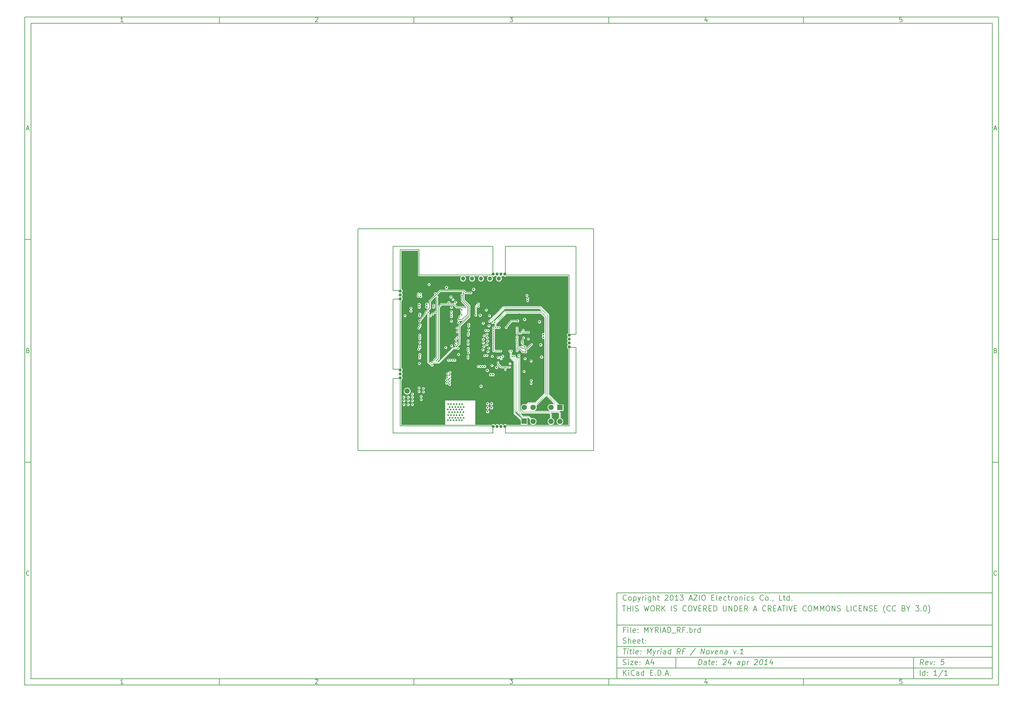
<source format=gbr>
G04 (created by PCBNEW (2013-05-31 BZR 4019)-stable) date 24/04/2014 12:04:12*
%MOIN*%
G04 Gerber Fmt 3.4, Leading zero omitted, Abs format*
%FSLAX34Y34*%
G01*
G70*
G90*
G04 APERTURE LIST*
%ADD10C,0.00590551*%
%ADD11C,0.0077*%
%ADD12C,0.0157*%
%ADD13C,0.0195*%
%ADD14C,0.0354*%
%ADD15C,0.173228*%
%ADD16R,0.0597X0.0597*%
%ADD17C,0.0597*%
%ADD18C,0.15748*%
%ADD19C,0.0472441*%
%ADD20R,0.0472441X0.0472441*%
%ADD21C,0.0432*%
%ADD22C,0.0117*%
%ADD23C,0.0077*%
%ADD24C,0.0196*%
%ADD25C,0.0138*%
%ADD26C,0.0039*%
G04 APERTURE END LIST*
G54D10*
X4000Y-4000D02*
X112930Y-4000D01*
X112930Y-78680D01*
X4000Y-78680D01*
X4000Y-4000D01*
X4700Y-4700D02*
X112230Y-4700D01*
X112230Y-77980D01*
X4700Y-77980D01*
X4700Y-4700D01*
X25780Y-4000D02*
X25780Y-4700D01*
X15032Y-4552D02*
X14747Y-4552D01*
X14890Y-4552D02*
X14890Y-4052D01*
X14842Y-4123D01*
X14794Y-4171D01*
X14747Y-4195D01*
X25780Y-78680D02*
X25780Y-77980D01*
X15032Y-78532D02*
X14747Y-78532D01*
X14890Y-78532D02*
X14890Y-78032D01*
X14842Y-78103D01*
X14794Y-78151D01*
X14747Y-78175D01*
X47560Y-4000D02*
X47560Y-4700D01*
X36527Y-4100D02*
X36550Y-4076D01*
X36598Y-4052D01*
X36717Y-4052D01*
X36765Y-4076D01*
X36789Y-4100D01*
X36812Y-4147D01*
X36812Y-4195D01*
X36789Y-4266D01*
X36503Y-4552D01*
X36812Y-4552D01*
X47560Y-78680D02*
X47560Y-77980D01*
X36527Y-78080D02*
X36550Y-78056D01*
X36598Y-78032D01*
X36717Y-78032D01*
X36765Y-78056D01*
X36789Y-78080D01*
X36812Y-78127D01*
X36812Y-78175D01*
X36789Y-78246D01*
X36503Y-78532D01*
X36812Y-78532D01*
X69340Y-4000D02*
X69340Y-4700D01*
X58283Y-4052D02*
X58592Y-4052D01*
X58426Y-4242D01*
X58497Y-4242D01*
X58545Y-4266D01*
X58569Y-4290D01*
X58592Y-4338D01*
X58592Y-4457D01*
X58569Y-4504D01*
X58545Y-4528D01*
X58497Y-4552D01*
X58354Y-4552D01*
X58307Y-4528D01*
X58283Y-4504D01*
X69340Y-78680D02*
X69340Y-77980D01*
X58283Y-78032D02*
X58592Y-78032D01*
X58426Y-78222D01*
X58497Y-78222D01*
X58545Y-78246D01*
X58569Y-78270D01*
X58592Y-78318D01*
X58592Y-78437D01*
X58569Y-78484D01*
X58545Y-78508D01*
X58497Y-78532D01*
X58354Y-78532D01*
X58307Y-78508D01*
X58283Y-78484D01*
X91120Y-4000D02*
X91120Y-4700D01*
X80325Y-4219D02*
X80325Y-4552D01*
X80206Y-4028D02*
X80087Y-4385D01*
X80396Y-4385D01*
X91120Y-78680D02*
X91120Y-77980D01*
X80325Y-78199D02*
X80325Y-78532D01*
X80206Y-78008D02*
X80087Y-78365D01*
X80396Y-78365D01*
X102129Y-4052D02*
X101890Y-4052D01*
X101867Y-4290D01*
X101890Y-4266D01*
X101938Y-4242D01*
X102057Y-4242D01*
X102105Y-4266D01*
X102129Y-4290D01*
X102152Y-4338D01*
X102152Y-4457D01*
X102129Y-4504D01*
X102105Y-4528D01*
X102057Y-4552D01*
X101938Y-4552D01*
X101890Y-4528D01*
X101867Y-4504D01*
X102129Y-78032D02*
X101890Y-78032D01*
X101867Y-78270D01*
X101890Y-78246D01*
X101938Y-78222D01*
X102057Y-78222D01*
X102105Y-78246D01*
X102129Y-78270D01*
X102152Y-78318D01*
X102152Y-78437D01*
X102129Y-78484D01*
X102105Y-78508D01*
X102057Y-78532D01*
X101938Y-78532D01*
X101890Y-78508D01*
X101867Y-78484D01*
X4000Y-28890D02*
X4700Y-28890D01*
X4230Y-16509D02*
X4469Y-16509D01*
X4183Y-16652D02*
X4350Y-16152D01*
X4516Y-16652D01*
X112930Y-28890D02*
X112230Y-28890D01*
X112460Y-16509D02*
X112699Y-16509D01*
X112413Y-16652D02*
X112580Y-16152D01*
X112746Y-16652D01*
X4000Y-53780D02*
X4700Y-53780D01*
X4385Y-41280D02*
X4457Y-41304D01*
X4480Y-41328D01*
X4504Y-41375D01*
X4504Y-41447D01*
X4480Y-41494D01*
X4457Y-41518D01*
X4409Y-41542D01*
X4219Y-41542D01*
X4219Y-41042D01*
X4385Y-41042D01*
X4433Y-41066D01*
X4457Y-41090D01*
X4480Y-41137D01*
X4480Y-41185D01*
X4457Y-41232D01*
X4433Y-41256D01*
X4385Y-41280D01*
X4219Y-41280D01*
X112930Y-53780D02*
X112230Y-53780D01*
X112615Y-41280D02*
X112687Y-41304D01*
X112710Y-41328D01*
X112734Y-41375D01*
X112734Y-41447D01*
X112710Y-41494D01*
X112687Y-41518D01*
X112639Y-41542D01*
X112449Y-41542D01*
X112449Y-41042D01*
X112615Y-41042D01*
X112663Y-41066D01*
X112687Y-41090D01*
X112710Y-41137D01*
X112710Y-41185D01*
X112687Y-41232D01*
X112663Y-41256D01*
X112615Y-41280D01*
X112449Y-41280D01*
X4504Y-66384D02*
X4480Y-66408D01*
X4409Y-66432D01*
X4361Y-66432D01*
X4290Y-66408D01*
X4242Y-66360D01*
X4219Y-66313D01*
X4195Y-66218D01*
X4195Y-66146D01*
X4219Y-66051D01*
X4242Y-66003D01*
X4290Y-65956D01*
X4361Y-65932D01*
X4409Y-65932D01*
X4480Y-65956D01*
X4504Y-65980D01*
X112734Y-66384D02*
X112710Y-66408D01*
X112639Y-66432D01*
X112591Y-66432D01*
X112520Y-66408D01*
X112472Y-66360D01*
X112449Y-66313D01*
X112425Y-66218D01*
X112425Y-66146D01*
X112449Y-66051D01*
X112472Y-66003D01*
X112520Y-65956D01*
X112591Y-65932D01*
X112639Y-65932D01*
X112710Y-65956D01*
X112734Y-65980D01*
X79380Y-76422D02*
X79455Y-75822D01*
X79597Y-75822D01*
X79680Y-75851D01*
X79730Y-75908D01*
X79751Y-75965D01*
X79765Y-76080D01*
X79755Y-76165D01*
X79712Y-76280D01*
X79676Y-76337D01*
X79612Y-76394D01*
X79522Y-76422D01*
X79380Y-76422D01*
X80237Y-76422D02*
X80276Y-76108D01*
X80255Y-76051D01*
X80201Y-76022D01*
X80087Y-76022D01*
X80026Y-76051D01*
X80240Y-76394D02*
X80180Y-76422D01*
X80037Y-76422D01*
X79983Y-76394D01*
X79962Y-76337D01*
X79969Y-76280D01*
X80005Y-76222D01*
X80065Y-76194D01*
X80208Y-76194D01*
X80269Y-76165D01*
X80487Y-76022D02*
X80715Y-76022D01*
X80597Y-75822D02*
X80533Y-76337D01*
X80555Y-76394D01*
X80608Y-76422D01*
X80665Y-76422D01*
X81097Y-76394D02*
X81037Y-76422D01*
X80922Y-76422D01*
X80869Y-76394D01*
X80847Y-76337D01*
X80876Y-76108D01*
X80912Y-76051D01*
X80972Y-76022D01*
X81087Y-76022D01*
X81140Y-76051D01*
X81162Y-76108D01*
X81155Y-76165D01*
X80862Y-76222D01*
X81387Y-76365D02*
X81412Y-76394D01*
X81380Y-76422D01*
X81355Y-76394D01*
X81387Y-76365D01*
X81380Y-76422D01*
X81426Y-76051D02*
X81451Y-76080D01*
X81419Y-76108D01*
X81394Y-76080D01*
X81426Y-76051D01*
X81419Y-76108D01*
X82162Y-75880D02*
X82194Y-75851D01*
X82255Y-75822D01*
X82397Y-75822D01*
X82451Y-75851D01*
X82476Y-75880D01*
X82497Y-75937D01*
X82490Y-75994D01*
X82451Y-76080D01*
X82065Y-76422D01*
X82437Y-76422D01*
X83001Y-76022D02*
X82951Y-76422D01*
X82887Y-75794D02*
X82690Y-76222D01*
X83062Y-76222D01*
X83980Y-76422D02*
X84019Y-76108D01*
X83997Y-76051D01*
X83944Y-76022D01*
X83830Y-76022D01*
X83769Y-76051D01*
X83983Y-76394D02*
X83922Y-76422D01*
X83780Y-76422D01*
X83726Y-76394D01*
X83705Y-76337D01*
X83712Y-76280D01*
X83747Y-76222D01*
X83808Y-76194D01*
X83951Y-76194D01*
X84012Y-76165D01*
X84315Y-76022D02*
X84240Y-76622D01*
X84312Y-76051D02*
X84372Y-76022D01*
X84487Y-76022D01*
X84540Y-76051D01*
X84565Y-76080D01*
X84587Y-76137D01*
X84565Y-76308D01*
X84530Y-76365D01*
X84497Y-76394D01*
X84437Y-76422D01*
X84322Y-76422D01*
X84269Y-76394D01*
X84808Y-76422D02*
X84858Y-76022D01*
X84844Y-76137D02*
X84880Y-76080D01*
X84912Y-76051D01*
X84972Y-76022D01*
X85030Y-76022D01*
X85676Y-75880D02*
X85708Y-75851D01*
X85769Y-75822D01*
X85912Y-75822D01*
X85965Y-75851D01*
X85990Y-75880D01*
X86012Y-75937D01*
X86005Y-75994D01*
X85965Y-76080D01*
X85580Y-76422D01*
X85951Y-76422D01*
X86397Y-75822D02*
X86455Y-75822D01*
X86508Y-75851D01*
X86533Y-75880D01*
X86555Y-75937D01*
X86569Y-76051D01*
X86551Y-76194D01*
X86508Y-76308D01*
X86472Y-76365D01*
X86440Y-76394D01*
X86380Y-76422D01*
X86322Y-76422D01*
X86269Y-76394D01*
X86244Y-76365D01*
X86222Y-76308D01*
X86208Y-76194D01*
X86226Y-76051D01*
X86269Y-75937D01*
X86305Y-75880D01*
X86337Y-75851D01*
X86397Y-75822D01*
X87094Y-76422D02*
X86751Y-76422D01*
X86922Y-76422D02*
X86997Y-75822D01*
X86930Y-75908D01*
X86865Y-75965D01*
X86805Y-75994D01*
X87658Y-76022D02*
X87608Y-76422D01*
X87544Y-75794D02*
X87347Y-76222D01*
X87719Y-76222D01*
X70972Y-77622D02*
X70972Y-77022D01*
X71315Y-77622D02*
X71058Y-77280D01*
X71315Y-77022D02*
X70972Y-77365D01*
X71572Y-77622D02*
X71572Y-77222D01*
X71572Y-77022D02*
X71544Y-77051D01*
X71572Y-77080D01*
X71601Y-77051D01*
X71572Y-77022D01*
X71572Y-77080D01*
X72201Y-77565D02*
X72172Y-77594D01*
X72087Y-77622D01*
X72030Y-77622D01*
X71944Y-77594D01*
X71887Y-77537D01*
X71858Y-77480D01*
X71830Y-77365D01*
X71830Y-77280D01*
X71858Y-77165D01*
X71887Y-77108D01*
X71944Y-77051D01*
X72030Y-77022D01*
X72087Y-77022D01*
X72172Y-77051D01*
X72201Y-77080D01*
X72715Y-77622D02*
X72715Y-77308D01*
X72687Y-77251D01*
X72630Y-77222D01*
X72515Y-77222D01*
X72458Y-77251D01*
X72715Y-77594D02*
X72658Y-77622D01*
X72515Y-77622D01*
X72458Y-77594D01*
X72430Y-77537D01*
X72430Y-77480D01*
X72458Y-77422D01*
X72515Y-77394D01*
X72658Y-77394D01*
X72715Y-77365D01*
X73258Y-77622D02*
X73258Y-77022D01*
X73258Y-77594D02*
X73201Y-77622D01*
X73087Y-77622D01*
X73030Y-77594D01*
X73001Y-77565D01*
X72972Y-77508D01*
X72972Y-77337D01*
X73001Y-77280D01*
X73030Y-77251D01*
X73087Y-77222D01*
X73201Y-77222D01*
X73258Y-77251D01*
X74001Y-77308D02*
X74201Y-77308D01*
X74287Y-77622D02*
X74001Y-77622D01*
X74001Y-77022D01*
X74287Y-77022D01*
X74544Y-77565D02*
X74572Y-77594D01*
X74544Y-77622D01*
X74515Y-77594D01*
X74544Y-77565D01*
X74544Y-77622D01*
X74829Y-77622D02*
X74829Y-77022D01*
X74972Y-77022D01*
X75058Y-77051D01*
X75115Y-77108D01*
X75144Y-77165D01*
X75172Y-77280D01*
X75172Y-77365D01*
X75144Y-77480D01*
X75115Y-77537D01*
X75058Y-77594D01*
X74972Y-77622D01*
X74829Y-77622D01*
X75429Y-77565D02*
X75458Y-77594D01*
X75429Y-77622D01*
X75401Y-77594D01*
X75429Y-77565D01*
X75429Y-77622D01*
X75687Y-77451D02*
X75972Y-77451D01*
X75629Y-77622D02*
X75829Y-77022D01*
X76029Y-77622D01*
X76229Y-77565D02*
X76258Y-77594D01*
X76229Y-77622D01*
X76201Y-77594D01*
X76229Y-77565D01*
X76229Y-77622D01*
X104522Y-76422D02*
X104358Y-76137D01*
X104180Y-76422D02*
X104255Y-75822D01*
X104483Y-75822D01*
X104537Y-75851D01*
X104562Y-75880D01*
X104583Y-75937D01*
X104572Y-76022D01*
X104537Y-76080D01*
X104505Y-76108D01*
X104444Y-76137D01*
X104215Y-76137D01*
X105012Y-76394D02*
X104951Y-76422D01*
X104837Y-76422D01*
X104783Y-76394D01*
X104762Y-76337D01*
X104790Y-76108D01*
X104826Y-76051D01*
X104887Y-76022D01*
X105001Y-76022D01*
X105055Y-76051D01*
X105076Y-76108D01*
X105069Y-76165D01*
X104776Y-76222D01*
X105287Y-76022D02*
X105380Y-76422D01*
X105572Y-76022D01*
X105758Y-76365D02*
X105783Y-76394D01*
X105751Y-76422D01*
X105726Y-76394D01*
X105758Y-76365D01*
X105751Y-76422D01*
X105797Y-76051D02*
X105822Y-76080D01*
X105790Y-76108D01*
X105765Y-76080D01*
X105797Y-76051D01*
X105790Y-76108D01*
X106855Y-75822D02*
X106569Y-75822D01*
X106505Y-76108D01*
X106537Y-76080D01*
X106597Y-76051D01*
X106740Y-76051D01*
X106794Y-76080D01*
X106819Y-76108D01*
X106840Y-76165D01*
X106822Y-76308D01*
X106787Y-76365D01*
X106755Y-76394D01*
X106694Y-76422D01*
X106551Y-76422D01*
X106497Y-76394D01*
X106472Y-76365D01*
X70944Y-76394D02*
X71030Y-76422D01*
X71172Y-76422D01*
X71230Y-76394D01*
X71258Y-76365D01*
X71287Y-76308D01*
X71287Y-76251D01*
X71258Y-76194D01*
X71230Y-76165D01*
X71172Y-76137D01*
X71058Y-76108D01*
X71001Y-76080D01*
X70972Y-76051D01*
X70944Y-75994D01*
X70944Y-75937D01*
X70972Y-75880D01*
X71001Y-75851D01*
X71058Y-75822D01*
X71201Y-75822D01*
X71287Y-75851D01*
X71544Y-76422D02*
X71544Y-76022D01*
X71544Y-75822D02*
X71515Y-75851D01*
X71544Y-75880D01*
X71572Y-75851D01*
X71544Y-75822D01*
X71544Y-75880D01*
X71772Y-76022D02*
X72087Y-76022D01*
X71772Y-76422D01*
X72087Y-76422D01*
X72544Y-76394D02*
X72487Y-76422D01*
X72372Y-76422D01*
X72315Y-76394D01*
X72287Y-76337D01*
X72287Y-76108D01*
X72315Y-76051D01*
X72372Y-76022D01*
X72487Y-76022D01*
X72544Y-76051D01*
X72572Y-76108D01*
X72572Y-76165D01*
X72287Y-76222D01*
X72830Y-76365D02*
X72858Y-76394D01*
X72830Y-76422D01*
X72801Y-76394D01*
X72830Y-76365D01*
X72830Y-76422D01*
X72830Y-76051D02*
X72858Y-76080D01*
X72830Y-76108D01*
X72801Y-76080D01*
X72830Y-76051D01*
X72830Y-76108D01*
X73544Y-76251D02*
X73830Y-76251D01*
X73487Y-76422D02*
X73687Y-75822D01*
X73887Y-76422D01*
X74344Y-76022D02*
X74344Y-76422D01*
X74201Y-75794D02*
X74058Y-76222D01*
X74430Y-76222D01*
X104172Y-77622D02*
X104172Y-77022D01*
X104715Y-77622D02*
X104715Y-77022D01*
X104715Y-77594D02*
X104658Y-77622D01*
X104544Y-77622D01*
X104487Y-77594D01*
X104458Y-77565D01*
X104430Y-77508D01*
X104430Y-77337D01*
X104458Y-77280D01*
X104487Y-77251D01*
X104544Y-77222D01*
X104658Y-77222D01*
X104715Y-77251D01*
X105001Y-77565D02*
X105030Y-77594D01*
X105001Y-77622D01*
X104972Y-77594D01*
X105001Y-77565D01*
X105001Y-77622D01*
X105001Y-77251D02*
X105030Y-77280D01*
X105001Y-77308D01*
X104972Y-77280D01*
X105001Y-77251D01*
X105001Y-77308D01*
X106058Y-77622D02*
X105715Y-77622D01*
X105887Y-77622D02*
X105887Y-77022D01*
X105829Y-77108D01*
X105772Y-77165D01*
X105715Y-77194D01*
X106744Y-76994D02*
X106230Y-77765D01*
X107258Y-77622D02*
X106915Y-77622D01*
X107087Y-77622D02*
X107087Y-77022D01*
X107029Y-77108D01*
X106972Y-77165D01*
X106915Y-77194D01*
X70969Y-74622D02*
X71312Y-74622D01*
X71065Y-75222D02*
X71140Y-74622D01*
X71437Y-75222D02*
X71487Y-74822D01*
X71512Y-74622D02*
X71480Y-74651D01*
X71505Y-74680D01*
X71537Y-74651D01*
X71512Y-74622D01*
X71505Y-74680D01*
X71687Y-74822D02*
X71915Y-74822D01*
X71797Y-74622D02*
X71733Y-75137D01*
X71755Y-75194D01*
X71808Y-75222D01*
X71865Y-75222D01*
X72151Y-75222D02*
X72097Y-75194D01*
X72076Y-75137D01*
X72140Y-74622D01*
X72612Y-75194D02*
X72551Y-75222D01*
X72437Y-75222D01*
X72383Y-75194D01*
X72362Y-75137D01*
X72390Y-74908D01*
X72426Y-74851D01*
X72487Y-74822D01*
X72601Y-74822D01*
X72655Y-74851D01*
X72676Y-74908D01*
X72669Y-74965D01*
X72376Y-75022D01*
X72901Y-75165D02*
X72926Y-75194D01*
X72894Y-75222D01*
X72869Y-75194D01*
X72901Y-75165D01*
X72894Y-75222D01*
X72940Y-74851D02*
X72965Y-74880D01*
X72933Y-74908D01*
X72908Y-74880D01*
X72940Y-74851D01*
X72933Y-74908D01*
X73637Y-75222D02*
X73712Y-74622D01*
X73858Y-75051D01*
X74112Y-74622D01*
X74037Y-75222D01*
X74315Y-74822D02*
X74408Y-75222D01*
X74601Y-74822D02*
X74408Y-75222D01*
X74333Y-75365D01*
X74301Y-75394D01*
X74240Y-75422D01*
X74780Y-75222D02*
X74830Y-74822D01*
X74815Y-74937D02*
X74851Y-74880D01*
X74883Y-74851D01*
X74944Y-74822D01*
X75001Y-74822D01*
X75151Y-75222D02*
X75201Y-74822D01*
X75226Y-74622D02*
X75194Y-74651D01*
X75219Y-74680D01*
X75251Y-74651D01*
X75226Y-74622D01*
X75219Y-74680D01*
X75694Y-75222D02*
X75733Y-74908D01*
X75712Y-74851D01*
X75658Y-74822D01*
X75544Y-74822D01*
X75483Y-74851D01*
X75697Y-75194D02*
X75637Y-75222D01*
X75494Y-75222D01*
X75440Y-75194D01*
X75419Y-75137D01*
X75426Y-75080D01*
X75462Y-75022D01*
X75522Y-74994D01*
X75665Y-74994D01*
X75726Y-74965D01*
X76237Y-75222D02*
X76312Y-74622D01*
X76240Y-75194D02*
X76180Y-75222D01*
X76065Y-75222D01*
X76012Y-75194D01*
X75987Y-75165D01*
X75965Y-75108D01*
X75987Y-74937D01*
X76022Y-74880D01*
X76055Y-74851D01*
X76115Y-74822D01*
X76230Y-74822D01*
X76283Y-74851D01*
X77322Y-75222D02*
X77158Y-74937D01*
X76980Y-75222D02*
X77055Y-74622D01*
X77283Y-74622D01*
X77337Y-74651D01*
X77362Y-74680D01*
X77383Y-74737D01*
X77372Y-74822D01*
X77337Y-74880D01*
X77305Y-74908D01*
X77244Y-74937D01*
X77015Y-74937D01*
X77819Y-74908D02*
X77619Y-74908D01*
X77580Y-75222D02*
X77655Y-74622D01*
X77940Y-74622D01*
X79058Y-74594D02*
X78447Y-75365D01*
X79637Y-75222D02*
X79712Y-74622D01*
X79980Y-75222D01*
X80055Y-74622D01*
X80351Y-75222D02*
X80297Y-75194D01*
X80272Y-75165D01*
X80251Y-75108D01*
X80272Y-74937D01*
X80308Y-74880D01*
X80340Y-74851D01*
X80401Y-74822D01*
X80487Y-74822D01*
X80540Y-74851D01*
X80565Y-74880D01*
X80587Y-74937D01*
X80565Y-75108D01*
X80530Y-75165D01*
X80497Y-75194D01*
X80437Y-75222D01*
X80351Y-75222D01*
X80801Y-74822D02*
X80894Y-75222D01*
X81087Y-74822D01*
X81497Y-75194D02*
X81437Y-75222D01*
X81322Y-75222D01*
X81269Y-75194D01*
X81247Y-75137D01*
X81276Y-74908D01*
X81312Y-74851D01*
X81372Y-74822D01*
X81487Y-74822D01*
X81540Y-74851D01*
X81562Y-74908D01*
X81555Y-74965D01*
X81262Y-75022D01*
X81830Y-74822D02*
X81780Y-75222D01*
X81822Y-74880D02*
X81855Y-74851D01*
X81915Y-74822D01*
X82001Y-74822D01*
X82055Y-74851D01*
X82076Y-74908D01*
X82037Y-75222D01*
X82580Y-75222D02*
X82619Y-74908D01*
X82597Y-74851D01*
X82544Y-74822D01*
X82430Y-74822D01*
X82369Y-74851D01*
X82583Y-75194D02*
X82522Y-75222D01*
X82380Y-75222D01*
X82326Y-75194D01*
X82305Y-75137D01*
X82312Y-75080D01*
X82347Y-75022D01*
X82408Y-74994D01*
X82551Y-74994D01*
X82612Y-74965D01*
X83315Y-74822D02*
X83408Y-75222D01*
X83601Y-74822D01*
X83787Y-75165D02*
X83812Y-75194D01*
X83780Y-75222D01*
X83755Y-75194D01*
X83787Y-75165D01*
X83780Y-75222D01*
X84380Y-75222D02*
X84037Y-75222D01*
X84208Y-75222D02*
X84283Y-74622D01*
X84215Y-74708D01*
X84151Y-74765D01*
X84090Y-74794D01*
X71172Y-72508D02*
X70972Y-72508D01*
X70972Y-72822D02*
X70972Y-72222D01*
X71258Y-72222D01*
X71487Y-72822D02*
X71487Y-72422D01*
X71487Y-72222D02*
X71458Y-72251D01*
X71487Y-72280D01*
X71515Y-72251D01*
X71487Y-72222D01*
X71487Y-72280D01*
X71858Y-72822D02*
X71801Y-72794D01*
X71772Y-72737D01*
X71772Y-72222D01*
X72315Y-72794D02*
X72258Y-72822D01*
X72144Y-72822D01*
X72087Y-72794D01*
X72058Y-72737D01*
X72058Y-72508D01*
X72087Y-72451D01*
X72144Y-72422D01*
X72258Y-72422D01*
X72315Y-72451D01*
X72344Y-72508D01*
X72344Y-72565D01*
X72058Y-72622D01*
X72601Y-72765D02*
X72630Y-72794D01*
X72601Y-72822D01*
X72572Y-72794D01*
X72601Y-72765D01*
X72601Y-72822D01*
X72601Y-72451D02*
X72630Y-72480D01*
X72601Y-72508D01*
X72572Y-72480D01*
X72601Y-72451D01*
X72601Y-72508D01*
X73344Y-72822D02*
X73344Y-72222D01*
X73544Y-72651D01*
X73744Y-72222D01*
X73744Y-72822D01*
X74144Y-72537D02*
X74144Y-72822D01*
X73944Y-72222D02*
X74144Y-72537D01*
X74344Y-72222D01*
X74887Y-72822D02*
X74687Y-72537D01*
X74544Y-72822D02*
X74544Y-72222D01*
X74772Y-72222D01*
X74830Y-72251D01*
X74858Y-72280D01*
X74887Y-72337D01*
X74887Y-72422D01*
X74858Y-72480D01*
X74830Y-72508D01*
X74772Y-72537D01*
X74544Y-72537D01*
X75144Y-72822D02*
X75144Y-72222D01*
X75401Y-72651D02*
X75687Y-72651D01*
X75344Y-72822D02*
X75544Y-72222D01*
X75744Y-72822D01*
X75944Y-72822D02*
X75944Y-72222D01*
X76087Y-72222D01*
X76172Y-72251D01*
X76230Y-72308D01*
X76258Y-72365D01*
X76287Y-72480D01*
X76287Y-72565D01*
X76258Y-72680D01*
X76230Y-72737D01*
X76172Y-72794D01*
X76087Y-72822D01*
X75944Y-72822D01*
X76401Y-72880D02*
X76858Y-72880D01*
X77344Y-72822D02*
X77144Y-72537D01*
X77001Y-72822D02*
X77001Y-72222D01*
X77230Y-72222D01*
X77287Y-72251D01*
X77315Y-72280D01*
X77344Y-72337D01*
X77344Y-72422D01*
X77315Y-72480D01*
X77287Y-72508D01*
X77230Y-72537D01*
X77001Y-72537D01*
X77801Y-72508D02*
X77601Y-72508D01*
X77601Y-72822D02*
X77601Y-72222D01*
X77887Y-72222D01*
X78115Y-72765D02*
X78144Y-72794D01*
X78115Y-72822D01*
X78087Y-72794D01*
X78115Y-72765D01*
X78115Y-72822D01*
X78401Y-72822D02*
X78401Y-72222D01*
X78401Y-72451D02*
X78458Y-72422D01*
X78572Y-72422D01*
X78630Y-72451D01*
X78658Y-72480D01*
X78687Y-72537D01*
X78687Y-72708D01*
X78658Y-72765D01*
X78630Y-72794D01*
X78572Y-72822D01*
X78458Y-72822D01*
X78401Y-72794D01*
X78944Y-72822D02*
X78944Y-72422D01*
X78944Y-72537D02*
X78972Y-72480D01*
X79001Y-72451D01*
X79058Y-72422D01*
X79115Y-72422D01*
X79572Y-72822D02*
X79572Y-72222D01*
X79572Y-72794D02*
X79515Y-72822D01*
X79401Y-72822D01*
X79344Y-72794D01*
X79315Y-72765D01*
X79287Y-72708D01*
X79287Y-72537D01*
X79315Y-72480D01*
X79344Y-72451D01*
X79401Y-72422D01*
X79515Y-72422D01*
X79572Y-72451D01*
X70944Y-73994D02*
X71030Y-74022D01*
X71172Y-74022D01*
X71230Y-73994D01*
X71258Y-73965D01*
X71287Y-73908D01*
X71287Y-73851D01*
X71258Y-73794D01*
X71230Y-73765D01*
X71172Y-73737D01*
X71058Y-73708D01*
X71001Y-73680D01*
X70972Y-73651D01*
X70944Y-73594D01*
X70944Y-73537D01*
X70972Y-73480D01*
X71001Y-73451D01*
X71058Y-73422D01*
X71201Y-73422D01*
X71287Y-73451D01*
X71544Y-74022D02*
X71544Y-73422D01*
X71801Y-74022D02*
X71801Y-73708D01*
X71772Y-73651D01*
X71715Y-73622D01*
X71630Y-73622D01*
X71572Y-73651D01*
X71544Y-73680D01*
X72315Y-73994D02*
X72258Y-74022D01*
X72144Y-74022D01*
X72087Y-73994D01*
X72058Y-73937D01*
X72058Y-73708D01*
X72087Y-73651D01*
X72144Y-73622D01*
X72258Y-73622D01*
X72315Y-73651D01*
X72344Y-73708D01*
X72344Y-73765D01*
X72058Y-73822D01*
X72830Y-73994D02*
X72772Y-74022D01*
X72658Y-74022D01*
X72601Y-73994D01*
X72572Y-73937D01*
X72572Y-73708D01*
X72601Y-73651D01*
X72658Y-73622D01*
X72772Y-73622D01*
X72830Y-73651D01*
X72858Y-73708D01*
X72858Y-73765D01*
X72572Y-73822D01*
X73030Y-73622D02*
X73258Y-73622D01*
X73115Y-73422D02*
X73115Y-73937D01*
X73144Y-73994D01*
X73201Y-74022D01*
X73258Y-74022D01*
X73458Y-73965D02*
X73487Y-73994D01*
X73458Y-74022D01*
X73430Y-73994D01*
X73458Y-73965D01*
X73458Y-74022D01*
X73458Y-73651D02*
X73487Y-73680D01*
X73458Y-73708D01*
X73430Y-73680D01*
X73458Y-73651D01*
X73458Y-73708D01*
X70887Y-69822D02*
X71230Y-69822D01*
X71058Y-70422D02*
X71058Y-69822D01*
X71430Y-70422D02*
X71430Y-69822D01*
X71430Y-70108D02*
X71772Y-70108D01*
X71772Y-70422D02*
X71772Y-69822D01*
X72058Y-70422D02*
X72058Y-69822D01*
X72315Y-70394D02*
X72401Y-70422D01*
X72544Y-70422D01*
X72601Y-70394D01*
X72629Y-70365D01*
X72658Y-70308D01*
X72658Y-70251D01*
X72629Y-70194D01*
X72601Y-70165D01*
X72544Y-70137D01*
X72429Y-70108D01*
X72372Y-70080D01*
X72344Y-70051D01*
X72315Y-69994D01*
X72315Y-69937D01*
X72344Y-69880D01*
X72372Y-69851D01*
X72429Y-69822D01*
X72572Y-69822D01*
X72658Y-69851D01*
X73315Y-69822D02*
X73458Y-70422D01*
X73572Y-69994D01*
X73687Y-70422D01*
X73830Y-69822D01*
X74172Y-69822D02*
X74287Y-69822D01*
X74344Y-69851D01*
X74401Y-69908D01*
X74430Y-70022D01*
X74430Y-70222D01*
X74401Y-70337D01*
X74344Y-70394D01*
X74287Y-70422D01*
X74172Y-70422D01*
X74115Y-70394D01*
X74058Y-70337D01*
X74030Y-70222D01*
X74030Y-70022D01*
X74058Y-69908D01*
X74115Y-69851D01*
X74172Y-69822D01*
X75029Y-70422D02*
X74829Y-70137D01*
X74687Y-70422D02*
X74687Y-69822D01*
X74915Y-69822D01*
X74972Y-69851D01*
X75001Y-69880D01*
X75029Y-69937D01*
X75029Y-70022D01*
X75001Y-70080D01*
X74972Y-70108D01*
X74915Y-70137D01*
X74687Y-70137D01*
X75287Y-70422D02*
X75287Y-69822D01*
X75629Y-70422D02*
X75372Y-70080D01*
X75629Y-69822D02*
X75287Y-70165D01*
X76344Y-70422D02*
X76344Y-69822D01*
X76601Y-70394D02*
X76687Y-70422D01*
X76829Y-70422D01*
X76887Y-70394D01*
X76915Y-70365D01*
X76944Y-70308D01*
X76944Y-70251D01*
X76915Y-70194D01*
X76887Y-70165D01*
X76829Y-70137D01*
X76715Y-70108D01*
X76658Y-70080D01*
X76629Y-70051D01*
X76601Y-69994D01*
X76601Y-69937D01*
X76629Y-69880D01*
X76658Y-69851D01*
X76715Y-69822D01*
X76858Y-69822D01*
X76944Y-69851D01*
X78001Y-70365D02*
X77972Y-70394D01*
X77887Y-70422D01*
X77830Y-70422D01*
X77744Y-70394D01*
X77687Y-70337D01*
X77658Y-70280D01*
X77630Y-70165D01*
X77630Y-70080D01*
X77658Y-69965D01*
X77687Y-69908D01*
X77744Y-69851D01*
X77830Y-69822D01*
X77887Y-69822D01*
X77972Y-69851D01*
X78001Y-69880D01*
X78372Y-69822D02*
X78487Y-69822D01*
X78544Y-69851D01*
X78601Y-69908D01*
X78630Y-70022D01*
X78630Y-70222D01*
X78601Y-70337D01*
X78544Y-70394D01*
X78487Y-70422D01*
X78372Y-70422D01*
X78315Y-70394D01*
X78258Y-70337D01*
X78230Y-70222D01*
X78230Y-70022D01*
X78258Y-69908D01*
X78315Y-69851D01*
X78372Y-69822D01*
X78801Y-69822D02*
X79001Y-70422D01*
X79201Y-69822D01*
X79401Y-70108D02*
X79601Y-70108D01*
X79687Y-70422D02*
X79401Y-70422D01*
X79401Y-69822D01*
X79687Y-69822D01*
X80287Y-70422D02*
X80087Y-70137D01*
X79944Y-70422D02*
X79944Y-69822D01*
X80172Y-69822D01*
X80229Y-69851D01*
X80258Y-69880D01*
X80287Y-69937D01*
X80287Y-70022D01*
X80258Y-70080D01*
X80229Y-70108D01*
X80172Y-70137D01*
X79944Y-70137D01*
X80544Y-70108D02*
X80744Y-70108D01*
X80829Y-70422D02*
X80544Y-70422D01*
X80544Y-69822D01*
X80829Y-69822D01*
X81087Y-70422D02*
X81087Y-69822D01*
X81229Y-69822D01*
X81315Y-69851D01*
X81372Y-69908D01*
X81401Y-69965D01*
X81429Y-70080D01*
X81429Y-70165D01*
X81401Y-70280D01*
X81372Y-70337D01*
X81315Y-70394D01*
X81229Y-70422D01*
X81087Y-70422D01*
X82144Y-69822D02*
X82144Y-70308D01*
X82172Y-70365D01*
X82201Y-70394D01*
X82258Y-70422D01*
X82372Y-70422D01*
X82429Y-70394D01*
X82458Y-70365D01*
X82487Y-70308D01*
X82487Y-69822D01*
X82772Y-70422D02*
X82772Y-69822D01*
X83115Y-70422D01*
X83115Y-69822D01*
X83401Y-70422D02*
X83401Y-69822D01*
X83544Y-69822D01*
X83629Y-69851D01*
X83687Y-69908D01*
X83715Y-69965D01*
X83744Y-70080D01*
X83744Y-70165D01*
X83715Y-70280D01*
X83687Y-70337D01*
X83629Y-70394D01*
X83544Y-70422D01*
X83401Y-70422D01*
X84001Y-70108D02*
X84201Y-70108D01*
X84287Y-70422D02*
X84001Y-70422D01*
X84001Y-69822D01*
X84287Y-69822D01*
X84887Y-70422D02*
X84687Y-70137D01*
X84544Y-70422D02*
X84544Y-69822D01*
X84772Y-69822D01*
X84829Y-69851D01*
X84858Y-69880D01*
X84887Y-69937D01*
X84887Y-70022D01*
X84858Y-70080D01*
X84829Y-70108D01*
X84772Y-70137D01*
X84544Y-70137D01*
X85572Y-70251D02*
X85858Y-70251D01*
X85515Y-70422D02*
X85715Y-69822D01*
X85915Y-70422D01*
X86915Y-70365D02*
X86887Y-70394D01*
X86801Y-70422D01*
X86744Y-70422D01*
X86658Y-70394D01*
X86601Y-70337D01*
X86572Y-70280D01*
X86544Y-70165D01*
X86544Y-70080D01*
X86572Y-69965D01*
X86601Y-69908D01*
X86658Y-69851D01*
X86744Y-69822D01*
X86801Y-69822D01*
X86887Y-69851D01*
X86915Y-69880D01*
X87515Y-70422D02*
X87315Y-70137D01*
X87172Y-70422D02*
X87172Y-69822D01*
X87401Y-69822D01*
X87458Y-69851D01*
X87487Y-69880D01*
X87515Y-69937D01*
X87515Y-70022D01*
X87487Y-70080D01*
X87458Y-70108D01*
X87401Y-70137D01*
X87172Y-70137D01*
X87772Y-70108D02*
X87972Y-70108D01*
X88058Y-70422D02*
X87772Y-70422D01*
X87772Y-69822D01*
X88058Y-69822D01*
X88287Y-70251D02*
X88572Y-70251D01*
X88229Y-70422D02*
X88429Y-69822D01*
X88629Y-70422D01*
X88744Y-69822D02*
X89087Y-69822D01*
X88915Y-70422D02*
X88915Y-69822D01*
X89287Y-70422D02*
X89287Y-69822D01*
X89487Y-69822D02*
X89687Y-70422D01*
X89887Y-69822D01*
X90087Y-70108D02*
X90287Y-70108D01*
X90372Y-70422D02*
X90087Y-70422D01*
X90087Y-69822D01*
X90372Y-69822D01*
X91429Y-70365D02*
X91401Y-70394D01*
X91315Y-70422D01*
X91258Y-70422D01*
X91172Y-70394D01*
X91115Y-70337D01*
X91087Y-70280D01*
X91058Y-70165D01*
X91058Y-70080D01*
X91087Y-69965D01*
X91115Y-69908D01*
X91172Y-69851D01*
X91258Y-69822D01*
X91315Y-69822D01*
X91401Y-69851D01*
X91429Y-69880D01*
X91801Y-69822D02*
X91915Y-69822D01*
X91972Y-69851D01*
X92029Y-69908D01*
X92058Y-70022D01*
X92058Y-70222D01*
X92029Y-70337D01*
X91972Y-70394D01*
X91915Y-70422D01*
X91801Y-70422D01*
X91744Y-70394D01*
X91687Y-70337D01*
X91658Y-70222D01*
X91658Y-70022D01*
X91687Y-69908D01*
X91744Y-69851D01*
X91801Y-69822D01*
X92315Y-70422D02*
X92315Y-69822D01*
X92515Y-70251D01*
X92715Y-69822D01*
X92715Y-70422D01*
X93001Y-70422D02*
X93001Y-69822D01*
X93201Y-70251D01*
X93401Y-69822D01*
X93401Y-70422D01*
X93801Y-69822D02*
X93915Y-69822D01*
X93972Y-69851D01*
X94029Y-69908D01*
X94058Y-70022D01*
X94058Y-70222D01*
X94029Y-70337D01*
X93972Y-70394D01*
X93915Y-70422D01*
X93801Y-70422D01*
X93744Y-70394D01*
X93687Y-70337D01*
X93658Y-70222D01*
X93658Y-70022D01*
X93687Y-69908D01*
X93744Y-69851D01*
X93801Y-69822D01*
X94315Y-70422D02*
X94315Y-69822D01*
X94658Y-70422D01*
X94658Y-69822D01*
X94915Y-70394D02*
X95001Y-70422D01*
X95144Y-70422D01*
X95201Y-70394D01*
X95229Y-70365D01*
X95258Y-70308D01*
X95258Y-70251D01*
X95229Y-70194D01*
X95201Y-70165D01*
X95144Y-70137D01*
X95029Y-70108D01*
X94972Y-70080D01*
X94944Y-70051D01*
X94915Y-69994D01*
X94915Y-69937D01*
X94944Y-69880D01*
X94972Y-69851D01*
X95029Y-69822D01*
X95172Y-69822D01*
X95258Y-69851D01*
X96258Y-70422D02*
X95972Y-70422D01*
X95972Y-69822D01*
X96458Y-70422D02*
X96458Y-69822D01*
X97087Y-70365D02*
X97058Y-70394D01*
X96972Y-70422D01*
X96915Y-70422D01*
X96829Y-70394D01*
X96772Y-70337D01*
X96744Y-70280D01*
X96715Y-70165D01*
X96715Y-70080D01*
X96744Y-69965D01*
X96772Y-69908D01*
X96829Y-69851D01*
X96915Y-69822D01*
X96972Y-69822D01*
X97058Y-69851D01*
X97087Y-69880D01*
X97344Y-70108D02*
X97544Y-70108D01*
X97629Y-70422D02*
X97344Y-70422D01*
X97344Y-69822D01*
X97629Y-69822D01*
X97887Y-70422D02*
X97887Y-69822D01*
X98229Y-70422D01*
X98229Y-69822D01*
X98487Y-70394D02*
X98572Y-70422D01*
X98715Y-70422D01*
X98772Y-70394D01*
X98801Y-70365D01*
X98829Y-70308D01*
X98829Y-70251D01*
X98801Y-70194D01*
X98772Y-70165D01*
X98715Y-70137D01*
X98601Y-70108D01*
X98544Y-70080D01*
X98515Y-70051D01*
X98487Y-69994D01*
X98487Y-69937D01*
X98515Y-69880D01*
X98544Y-69851D01*
X98601Y-69822D01*
X98744Y-69822D01*
X98829Y-69851D01*
X99087Y-70108D02*
X99287Y-70108D01*
X99372Y-70422D02*
X99087Y-70422D01*
X99087Y-69822D01*
X99372Y-69822D01*
X100258Y-70651D02*
X100229Y-70622D01*
X100172Y-70537D01*
X100144Y-70480D01*
X100115Y-70394D01*
X100087Y-70251D01*
X100087Y-70137D01*
X100115Y-69994D01*
X100144Y-69908D01*
X100172Y-69851D01*
X100229Y-69765D01*
X100258Y-69737D01*
X100829Y-70365D02*
X100801Y-70394D01*
X100715Y-70422D01*
X100658Y-70422D01*
X100572Y-70394D01*
X100515Y-70337D01*
X100487Y-70280D01*
X100458Y-70165D01*
X100458Y-70080D01*
X100487Y-69965D01*
X100515Y-69908D01*
X100572Y-69851D01*
X100658Y-69822D01*
X100715Y-69822D01*
X100801Y-69851D01*
X100829Y-69880D01*
X101429Y-70365D02*
X101401Y-70394D01*
X101315Y-70422D01*
X101258Y-70422D01*
X101172Y-70394D01*
X101115Y-70337D01*
X101087Y-70280D01*
X101058Y-70165D01*
X101058Y-70080D01*
X101087Y-69965D01*
X101115Y-69908D01*
X101172Y-69851D01*
X101258Y-69822D01*
X101315Y-69822D01*
X101401Y-69851D01*
X101429Y-69880D01*
X102344Y-70108D02*
X102429Y-70137D01*
X102458Y-70165D01*
X102487Y-70222D01*
X102487Y-70308D01*
X102458Y-70365D01*
X102429Y-70394D01*
X102372Y-70422D01*
X102144Y-70422D01*
X102144Y-69822D01*
X102344Y-69822D01*
X102401Y-69851D01*
X102429Y-69880D01*
X102458Y-69937D01*
X102458Y-69994D01*
X102429Y-70051D01*
X102401Y-70080D01*
X102344Y-70108D01*
X102144Y-70108D01*
X102858Y-70137D02*
X102858Y-70422D01*
X102658Y-69822D02*
X102858Y-70137D01*
X103058Y-69822D01*
X103658Y-69822D02*
X104029Y-69822D01*
X103829Y-70051D01*
X103915Y-70051D01*
X103972Y-70080D01*
X104001Y-70108D01*
X104029Y-70165D01*
X104029Y-70308D01*
X104001Y-70365D01*
X103972Y-70394D01*
X103915Y-70422D01*
X103744Y-70422D01*
X103687Y-70394D01*
X103658Y-70365D01*
X104287Y-70365D02*
X104315Y-70394D01*
X104287Y-70422D01*
X104258Y-70394D01*
X104287Y-70365D01*
X104287Y-70422D01*
X104687Y-69822D02*
X104744Y-69822D01*
X104801Y-69851D01*
X104829Y-69880D01*
X104858Y-69937D01*
X104887Y-70051D01*
X104887Y-70194D01*
X104858Y-70308D01*
X104829Y-70365D01*
X104801Y-70394D01*
X104744Y-70422D01*
X104687Y-70422D01*
X104629Y-70394D01*
X104601Y-70365D01*
X104572Y-70308D01*
X104544Y-70194D01*
X104544Y-70051D01*
X104572Y-69937D01*
X104601Y-69880D01*
X104629Y-69851D01*
X104687Y-69822D01*
X105087Y-70651D02*
X105115Y-70622D01*
X105172Y-70537D01*
X105201Y-70480D01*
X105229Y-70394D01*
X105258Y-70251D01*
X105258Y-70137D01*
X105229Y-69994D01*
X105201Y-69908D01*
X105172Y-69851D01*
X105115Y-69765D01*
X105087Y-69737D01*
X71315Y-69165D02*
X71287Y-69194D01*
X71201Y-69222D01*
X71144Y-69222D01*
X71058Y-69194D01*
X71001Y-69137D01*
X70972Y-69080D01*
X70944Y-68965D01*
X70944Y-68880D01*
X70972Y-68765D01*
X71001Y-68708D01*
X71058Y-68651D01*
X71144Y-68622D01*
X71201Y-68622D01*
X71287Y-68651D01*
X71315Y-68680D01*
X71658Y-69222D02*
X71601Y-69194D01*
X71572Y-69165D01*
X71544Y-69108D01*
X71544Y-68937D01*
X71572Y-68880D01*
X71601Y-68851D01*
X71658Y-68822D01*
X71744Y-68822D01*
X71801Y-68851D01*
X71830Y-68880D01*
X71858Y-68937D01*
X71858Y-69108D01*
X71830Y-69165D01*
X71801Y-69194D01*
X71744Y-69222D01*
X71658Y-69222D01*
X72115Y-68822D02*
X72115Y-69422D01*
X72115Y-68851D02*
X72172Y-68822D01*
X72287Y-68822D01*
X72344Y-68851D01*
X72372Y-68880D01*
X72401Y-68937D01*
X72401Y-69108D01*
X72372Y-69165D01*
X72344Y-69194D01*
X72287Y-69222D01*
X72172Y-69222D01*
X72115Y-69194D01*
X72601Y-68822D02*
X72744Y-69222D01*
X72887Y-68822D02*
X72744Y-69222D01*
X72687Y-69365D01*
X72658Y-69394D01*
X72601Y-69422D01*
X73115Y-69222D02*
X73115Y-68822D01*
X73115Y-68937D02*
X73144Y-68880D01*
X73172Y-68851D01*
X73230Y-68822D01*
X73287Y-68822D01*
X73487Y-69222D02*
X73487Y-68822D01*
X73487Y-68622D02*
X73458Y-68651D01*
X73487Y-68680D01*
X73515Y-68651D01*
X73487Y-68622D01*
X73487Y-68680D01*
X74030Y-68822D02*
X74030Y-69308D01*
X74001Y-69365D01*
X73972Y-69394D01*
X73915Y-69422D01*
X73830Y-69422D01*
X73772Y-69394D01*
X74030Y-69194D02*
X73972Y-69222D01*
X73858Y-69222D01*
X73801Y-69194D01*
X73772Y-69165D01*
X73744Y-69108D01*
X73744Y-68937D01*
X73772Y-68880D01*
X73801Y-68851D01*
X73858Y-68822D01*
X73972Y-68822D01*
X74030Y-68851D01*
X74315Y-69222D02*
X74315Y-68622D01*
X74572Y-69222D02*
X74572Y-68908D01*
X74544Y-68851D01*
X74487Y-68822D01*
X74401Y-68822D01*
X74344Y-68851D01*
X74315Y-68880D01*
X74772Y-68822D02*
X75001Y-68822D01*
X74858Y-68622D02*
X74858Y-69137D01*
X74887Y-69194D01*
X74944Y-69222D01*
X75001Y-69222D01*
X75630Y-68680D02*
X75658Y-68651D01*
X75715Y-68622D01*
X75858Y-68622D01*
X75915Y-68651D01*
X75944Y-68680D01*
X75972Y-68737D01*
X75972Y-68794D01*
X75944Y-68880D01*
X75601Y-69222D01*
X75972Y-69222D01*
X76344Y-68622D02*
X76401Y-68622D01*
X76458Y-68651D01*
X76487Y-68680D01*
X76515Y-68737D01*
X76544Y-68851D01*
X76544Y-68994D01*
X76515Y-69108D01*
X76487Y-69165D01*
X76458Y-69194D01*
X76401Y-69222D01*
X76344Y-69222D01*
X76287Y-69194D01*
X76258Y-69165D01*
X76230Y-69108D01*
X76201Y-68994D01*
X76201Y-68851D01*
X76230Y-68737D01*
X76258Y-68680D01*
X76287Y-68651D01*
X76344Y-68622D01*
X77115Y-69222D02*
X76772Y-69222D01*
X76944Y-69222D02*
X76944Y-68622D01*
X76887Y-68708D01*
X76830Y-68765D01*
X76772Y-68794D01*
X77315Y-68622D02*
X77687Y-68622D01*
X77487Y-68851D01*
X77572Y-68851D01*
X77630Y-68880D01*
X77658Y-68908D01*
X77687Y-68965D01*
X77687Y-69108D01*
X77658Y-69165D01*
X77630Y-69194D01*
X77572Y-69222D01*
X77401Y-69222D01*
X77344Y-69194D01*
X77315Y-69165D01*
X78372Y-69051D02*
X78658Y-69051D01*
X78315Y-69222D02*
X78515Y-68622D01*
X78715Y-69222D01*
X78858Y-68622D02*
X79258Y-68622D01*
X78858Y-69222D01*
X79258Y-69222D01*
X79487Y-69222D02*
X79487Y-68622D01*
X79887Y-68622D02*
X80001Y-68622D01*
X80058Y-68651D01*
X80115Y-68708D01*
X80144Y-68822D01*
X80144Y-69022D01*
X80115Y-69137D01*
X80058Y-69194D01*
X80001Y-69222D01*
X79887Y-69222D01*
X79830Y-69194D01*
X79772Y-69137D01*
X79744Y-69022D01*
X79744Y-68822D01*
X79772Y-68708D01*
X79830Y-68651D01*
X79887Y-68622D01*
X80858Y-68908D02*
X81058Y-68908D01*
X81144Y-69222D02*
X80858Y-69222D01*
X80858Y-68622D01*
X81144Y-68622D01*
X81487Y-69222D02*
X81430Y-69194D01*
X81401Y-69137D01*
X81401Y-68622D01*
X81944Y-69194D02*
X81887Y-69222D01*
X81772Y-69222D01*
X81715Y-69194D01*
X81687Y-69137D01*
X81687Y-68908D01*
X81715Y-68851D01*
X81772Y-68822D01*
X81887Y-68822D01*
X81944Y-68851D01*
X81972Y-68908D01*
X81972Y-68965D01*
X81687Y-69022D01*
X82487Y-69194D02*
X82430Y-69222D01*
X82315Y-69222D01*
X82258Y-69194D01*
X82230Y-69165D01*
X82201Y-69108D01*
X82201Y-68937D01*
X82230Y-68880D01*
X82258Y-68851D01*
X82315Y-68822D01*
X82430Y-68822D01*
X82487Y-68851D01*
X82658Y-68822D02*
X82887Y-68822D01*
X82744Y-68622D02*
X82744Y-69137D01*
X82772Y-69194D01*
X82830Y-69222D01*
X82887Y-69222D01*
X83087Y-69222D02*
X83087Y-68822D01*
X83087Y-68937D02*
X83115Y-68880D01*
X83144Y-68851D01*
X83201Y-68822D01*
X83258Y-68822D01*
X83544Y-69222D02*
X83487Y-69194D01*
X83458Y-69165D01*
X83430Y-69108D01*
X83430Y-68937D01*
X83458Y-68880D01*
X83487Y-68851D01*
X83544Y-68822D01*
X83630Y-68822D01*
X83687Y-68851D01*
X83715Y-68880D01*
X83744Y-68937D01*
X83744Y-69108D01*
X83715Y-69165D01*
X83687Y-69194D01*
X83630Y-69222D01*
X83544Y-69222D01*
X84001Y-68822D02*
X84001Y-69222D01*
X84001Y-68880D02*
X84030Y-68851D01*
X84087Y-68822D01*
X84172Y-68822D01*
X84230Y-68851D01*
X84258Y-68908D01*
X84258Y-69222D01*
X84544Y-69222D02*
X84544Y-68822D01*
X84544Y-68622D02*
X84515Y-68651D01*
X84544Y-68680D01*
X84572Y-68651D01*
X84544Y-68622D01*
X84544Y-68680D01*
X85087Y-69194D02*
X85030Y-69222D01*
X84915Y-69222D01*
X84858Y-69194D01*
X84830Y-69165D01*
X84801Y-69108D01*
X84801Y-68937D01*
X84830Y-68880D01*
X84858Y-68851D01*
X84915Y-68822D01*
X85030Y-68822D01*
X85087Y-68851D01*
X85315Y-69194D02*
X85372Y-69222D01*
X85487Y-69222D01*
X85544Y-69194D01*
X85572Y-69137D01*
X85572Y-69108D01*
X85544Y-69051D01*
X85487Y-69022D01*
X85401Y-69022D01*
X85344Y-68994D01*
X85315Y-68937D01*
X85315Y-68908D01*
X85344Y-68851D01*
X85401Y-68822D01*
X85487Y-68822D01*
X85544Y-68851D01*
X86630Y-69165D02*
X86601Y-69194D01*
X86515Y-69222D01*
X86458Y-69222D01*
X86372Y-69194D01*
X86315Y-69137D01*
X86287Y-69080D01*
X86258Y-68965D01*
X86258Y-68880D01*
X86287Y-68765D01*
X86315Y-68708D01*
X86372Y-68651D01*
X86458Y-68622D01*
X86515Y-68622D01*
X86601Y-68651D01*
X86630Y-68680D01*
X86972Y-69222D02*
X86915Y-69194D01*
X86887Y-69165D01*
X86858Y-69108D01*
X86858Y-68937D01*
X86887Y-68880D01*
X86915Y-68851D01*
X86972Y-68822D01*
X87058Y-68822D01*
X87115Y-68851D01*
X87144Y-68880D01*
X87172Y-68937D01*
X87172Y-69108D01*
X87144Y-69165D01*
X87115Y-69194D01*
X87058Y-69222D01*
X86972Y-69222D01*
X87430Y-69165D02*
X87458Y-69194D01*
X87430Y-69222D01*
X87401Y-69194D01*
X87430Y-69165D01*
X87430Y-69222D01*
X87744Y-69194D02*
X87744Y-69222D01*
X87715Y-69280D01*
X87687Y-69308D01*
X88744Y-69222D02*
X88458Y-69222D01*
X88458Y-68622D01*
X88858Y-68822D02*
X89087Y-68822D01*
X88944Y-68622D02*
X88944Y-69137D01*
X88972Y-69194D01*
X89030Y-69222D01*
X89087Y-69222D01*
X89544Y-69222D02*
X89544Y-68622D01*
X89544Y-69194D02*
X89487Y-69222D01*
X89372Y-69222D01*
X89315Y-69194D01*
X89287Y-69165D01*
X89258Y-69108D01*
X89258Y-68937D01*
X89287Y-68880D01*
X89315Y-68851D01*
X89372Y-68822D01*
X89487Y-68822D01*
X89544Y-68851D01*
X89830Y-69165D02*
X89858Y-69194D01*
X89830Y-69222D01*
X89801Y-69194D01*
X89830Y-69165D01*
X89830Y-69222D01*
X70230Y-68380D02*
X70230Y-77980D01*
X70230Y-71980D02*
X112230Y-71980D01*
X70230Y-68380D02*
X112230Y-68380D01*
X70230Y-74380D02*
X112230Y-74380D01*
X103430Y-75580D02*
X103430Y-77980D01*
X70230Y-76780D02*
X112230Y-76780D01*
X70230Y-75580D02*
X112230Y-75580D01*
X76830Y-75580D02*
X76830Y-76780D01*
G54D11*
X46007Y-30019D02*
X48110Y-30019D01*
X48110Y-30019D02*
X48110Y-32834D01*
X48110Y-32834D02*
X56425Y-32834D01*
X46007Y-30019D02*
X46007Y-34570D01*
X41283Y-52483D02*
X41283Y-27680D01*
X67661Y-52483D02*
X41283Y-52483D01*
X67661Y-27680D02*
X67661Y-52483D01*
X41283Y-27680D02*
X67661Y-27680D01*
X64905Y-32834D02*
X64905Y-39492D01*
X57764Y-32834D02*
X64905Y-32834D01*
X57764Y-32677D02*
X57764Y-29648D01*
X65692Y-29650D02*
X57764Y-29650D01*
X65692Y-39492D02*
X65692Y-29650D01*
X64905Y-39492D02*
X65692Y-39492D01*
X57764Y-50515D02*
X57764Y-49728D01*
X65692Y-50515D02*
X57764Y-50515D01*
X65692Y-40948D02*
X65692Y-50515D01*
X64905Y-40948D02*
X65692Y-40948D01*
X64905Y-49728D02*
X64905Y-40948D01*
X57764Y-49728D02*
X64905Y-49728D01*
X45220Y-50515D02*
X45220Y-44413D01*
X56386Y-50515D02*
X45220Y-50515D01*
X56386Y-49728D02*
X56386Y-50515D01*
X46007Y-49728D02*
X56386Y-49728D01*
X46007Y-44413D02*
X46007Y-49728D01*
X46007Y-44413D02*
X45220Y-44413D01*
X45220Y-43390D02*
X45220Y-35555D01*
X46007Y-43390D02*
X45220Y-43390D01*
X46007Y-35555D02*
X46007Y-43390D01*
X46007Y-35555D02*
X45220Y-35555D01*
X46007Y-34570D02*
X45220Y-34570D01*
X45220Y-29648D02*
X45220Y-34570D01*
X45220Y-29648D02*
X56384Y-29648D01*
X56384Y-32834D02*
X56384Y-29648D01*
G54D12*
X63464Y-34153D03*
X63858Y-34153D03*
X64645Y-34881D03*
X63346Y-34704D03*
X64645Y-33740D03*
X64173Y-33661D03*
X63838Y-33818D03*
X63444Y-33818D03*
X63444Y-33129D03*
X64015Y-33149D03*
X58425Y-33267D03*
X59015Y-33307D03*
X63858Y-33464D03*
X63464Y-33464D03*
X64566Y-37696D03*
X62952Y-33275D03*
X63385Y-37696D03*
X63779Y-37696D03*
X62559Y-33275D03*
X62165Y-33275D03*
X61555Y-33799D03*
X64173Y-37696D03*
X64062Y-42602D03*
X64456Y-42602D03*
X63787Y-43003D03*
X64102Y-42996D03*
X63716Y-42606D03*
X64496Y-42996D03*
X64653Y-43744D03*
X64259Y-43744D03*
X63944Y-43751D03*
X62350Y-47901D03*
X64220Y-48429D03*
X62059Y-48488D03*
X64543Y-46566D03*
X62716Y-46909D03*
X61972Y-46921D03*
X60681Y-46791D03*
X47507Y-44417D03*
X46535Y-43897D03*
X47838Y-44417D03*
X47188Y-38653D03*
X47503Y-38653D03*
X47503Y-39047D03*
X47188Y-39047D03*
X50511Y-33031D03*
X52066Y-33681D03*
X53976Y-33740D03*
X47244Y-32283D03*
X51732Y-33681D03*
X47755Y-32165D03*
X46496Y-32145D03*
X47677Y-30314D03*
X48248Y-33149D03*
X55200Y-49358D03*
X55200Y-49043D03*
X54807Y-49043D03*
X54807Y-49358D03*
X56539Y-49358D03*
X56933Y-49043D03*
X56933Y-49358D03*
X56066Y-49358D03*
X55673Y-49358D03*
X49295Y-46720D03*
X48980Y-48492D03*
X49374Y-48492D03*
X49688Y-46720D03*
X50555Y-46720D03*
X50240Y-48492D03*
X49846Y-48492D03*
X50161Y-46720D03*
X48114Y-49358D03*
X48114Y-49043D03*
X48507Y-49043D03*
X48507Y-49358D03*
X58940Y-49240D03*
X58933Y-48818D03*
G54D13*
X51375Y-48500D03*
X51690Y-48500D03*
X52320Y-48500D03*
X52005Y-48500D03*
X52635Y-48500D03*
X52950Y-48500D03*
X53108Y-48815D03*
X52793Y-48815D03*
X52163Y-48815D03*
X52478Y-48815D03*
X51848Y-48815D03*
X51533Y-48815D03*
X52911Y-49091D03*
X52596Y-49091D03*
X51966Y-49091D03*
X52281Y-49091D03*
X51651Y-49091D03*
X51336Y-49091D03*
X51336Y-47871D03*
X51651Y-47871D03*
X52281Y-47871D03*
X51966Y-47871D03*
X52596Y-47871D03*
X52911Y-47871D03*
X53068Y-48185D03*
X52753Y-48185D03*
X52123Y-48185D03*
X52438Y-48185D03*
X51809Y-48185D03*
X51494Y-48185D03*
X51533Y-47595D03*
X51848Y-47595D03*
X52478Y-47595D03*
X52163Y-47595D03*
X52793Y-47595D03*
X53108Y-47595D03*
X52950Y-47280D03*
X52635Y-47280D03*
X52005Y-47280D03*
X52320Y-47280D03*
X51690Y-47280D03*
G54D12*
X48291Y-35232D03*
X51291Y-44267D03*
X51200Y-44602D03*
X51204Y-44925D03*
X51291Y-43874D03*
X51566Y-43716D03*
X51535Y-44736D03*
X51535Y-45066D03*
X51547Y-44413D03*
X51547Y-44082D03*
X48582Y-45511D03*
X48110Y-45866D03*
X48110Y-45472D03*
X48346Y-46771D03*
X48582Y-45905D03*
X48346Y-46417D03*
X47362Y-46141D03*
X46417Y-47322D03*
X46889Y-46889D03*
X47362Y-46889D03*
X47362Y-47322D03*
X46889Y-47322D03*
X46417Y-46496D03*
X46417Y-46889D03*
X47362Y-46496D03*
X64173Y-36909D03*
X63385Y-37303D03*
X63779Y-37303D03*
X64173Y-37303D03*
X63779Y-36909D03*
X64062Y-46303D03*
X63385Y-44291D03*
X64645Y-44094D03*
X47208Y-36555D03*
X48283Y-34952D03*
G54D13*
X51375Y-47280D03*
X48124Y-36145D03*
X48124Y-36421D03*
G54D12*
X54350Y-33720D03*
X63366Y-35964D03*
X51220Y-41417D03*
X48007Y-35212D03*
X47200Y-36862D03*
X47476Y-33153D03*
X47870Y-33153D03*
X52992Y-36181D03*
X55078Y-48464D03*
X58503Y-49409D03*
X61366Y-49437D03*
X64645Y-45196D03*
X57248Y-47539D03*
X64602Y-47311D03*
X64602Y-46996D03*
X63503Y-46732D03*
X64606Y-47637D03*
X64606Y-48425D03*
X64606Y-48897D03*
X64645Y-45511D03*
X63307Y-45551D03*
X64645Y-44409D03*
X63917Y-46893D03*
X63322Y-45913D03*
X63669Y-46303D03*
X63354Y-46311D03*
X64645Y-35708D03*
X64645Y-34547D03*
X58779Y-33779D03*
X64665Y-36003D03*
X62834Y-37500D03*
X59173Y-33779D03*
X63385Y-36909D03*
X64566Y-37303D03*
X64566Y-36909D03*
X64062Y-45909D03*
X63669Y-45909D03*
X56417Y-46299D03*
X57169Y-46870D03*
X57681Y-46870D03*
X56811Y-46299D03*
X59996Y-33263D03*
X59606Y-33267D03*
X61334Y-33263D03*
X61728Y-33263D03*
X60862Y-33263D03*
X60468Y-33263D03*
X61122Y-46311D03*
X62330Y-49421D03*
X57838Y-47460D03*
X61393Y-48484D03*
X56968Y-47834D03*
X58468Y-47578D03*
X58586Y-46870D03*
X52051Y-46326D03*
X58153Y-46870D03*
X51653Y-46338D03*
X61389Y-47940D03*
X61480Y-46314D03*
X62834Y-39862D03*
X63307Y-42559D03*
X52874Y-43464D03*
X52007Y-43149D03*
X49606Y-39330D03*
X63582Y-43740D03*
X52007Y-40826D03*
X51456Y-43149D03*
X50988Y-43157D03*
X50984Y-42716D03*
X62913Y-42204D03*
X63228Y-43818D03*
X62830Y-40255D03*
X46889Y-46496D03*
X63307Y-42992D03*
X62913Y-42637D03*
X46299Y-33877D03*
X46303Y-33511D03*
X49606Y-41535D03*
X49921Y-41338D03*
X53779Y-37795D03*
X54330Y-37795D03*
X54173Y-39133D03*
X54015Y-41338D03*
X47838Y-40023D03*
X47799Y-43708D03*
X47846Y-40444D03*
X49566Y-42362D03*
X54803Y-44094D03*
X55078Y-48031D03*
X55433Y-43464D03*
X54566Y-42362D03*
X47515Y-42799D03*
X47830Y-42799D03*
X46480Y-42669D03*
X46795Y-42669D03*
X46795Y-43062D03*
X46480Y-43062D03*
X47503Y-44047D03*
X47818Y-44047D03*
X47830Y-43271D03*
X47515Y-43271D03*
X48027Y-34964D03*
X46480Y-43456D03*
X46795Y-43456D03*
X47976Y-37669D03*
X47661Y-37669D03*
X46559Y-39047D03*
X46874Y-39047D03*
X46874Y-38653D03*
X46559Y-38653D03*
X49791Y-38086D03*
X47803Y-41759D03*
X47814Y-41500D03*
X49881Y-38976D03*
X47468Y-43708D03*
X47807Y-42094D03*
X47830Y-41137D03*
X47830Y-40807D03*
X48976Y-41299D03*
X47838Y-39535D03*
X47814Y-39251D03*
X52559Y-43700D03*
X52874Y-43976D03*
X52559Y-43228D03*
X46287Y-34224D03*
X49606Y-36732D03*
X61200Y-33799D03*
X56535Y-33799D03*
X62854Y-37874D03*
X46358Y-30354D03*
G54D13*
X56102Y-43975D03*
G54D12*
X61386Y-35540D03*
X61024Y-35536D03*
X61024Y-35198D03*
X61394Y-35193D03*
G54D14*
X46007Y-34630D03*
X46007Y-35063D03*
X46007Y-35496D03*
X46007Y-44335D03*
X46007Y-43902D03*
X46007Y-43469D03*
X64905Y-39571D03*
X64905Y-40004D03*
X64905Y-40437D03*
X64905Y-40870D03*
G54D12*
X58299Y-40354D03*
X58299Y-39921D03*
X58082Y-40138D03*
X58515Y-40138D03*
X61011Y-37386D03*
X61169Y-44732D03*
X61366Y-44913D03*
X58732Y-40354D03*
X57866Y-40354D03*
X57433Y-40354D03*
X57000Y-40354D03*
X56783Y-40571D03*
X57216Y-40571D03*
X57653Y-40571D03*
X58082Y-40571D03*
X58515Y-40571D03*
X58515Y-41004D03*
X58082Y-41004D03*
X57653Y-41004D03*
X57216Y-41004D03*
X56783Y-41004D03*
X57000Y-40787D03*
X57433Y-40787D03*
X58299Y-40787D03*
X57866Y-40787D03*
X58732Y-40787D03*
X58732Y-39921D03*
X57866Y-39921D03*
X57433Y-39921D03*
X57000Y-39921D03*
X56783Y-40138D03*
X57216Y-40138D03*
X57653Y-40138D03*
X58515Y-39705D03*
X58082Y-39705D03*
X57653Y-39705D03*
X57216Y-39705D03*
X56783Y-39705D03*
X57000Y-39488D03*
X57433Y-39488D03*
X58299Y-39488D03*
X57866Y-39488D03*
X58732Y-39488D03*
X58732Y-39055D03*
X57866Y-39055D03*
X58299Y-39055D03*
X57433Y-39055D03*
X57000Y-39055D03*
X56783Y-39272D03*
X57216Y-39272D03*
X57653Y-39272D03*
X58082Y-39272D03*
X58515Y-39272D03*
G54D13*
X48990Y-36401D03*
X48990Y-36106D03*
X56220Y-47676D03*
X56220Y-47243D03*
X55787Y-47242D03*
X55787Y-47676D03*
G54D15*
X57818Y-48523D03*
X47188Y-48523D03*
G54D13*
X56378Y-43975D03*
X55787Y-48109D03*
G54D14*
X56426Y-49768D03*
X56859Y-49768D03*
X57292Y-49768D03*
X57726Y-49768D03*
X56425Y-32755D03*
X56858Y-32755D03*
X57291Y-32755D03*
X57725Y-32755D03*
G54D16*
X46772Y-44821D03*
G54D17*
X46772Y-45821D03*
X59878Y-47641D03*
X60878Y-47641D03*
X61878Y-47641D03*
G54D16*
X63878Y-47661D03*
G54D17*
X62878Y-47641D03*
X63866Y-49212D03*
X62866Y-49212D03*
X61866Y-49212D03*
G54D16*
X59866Y-49192D03*
G54D17*
X60866Y-49212D03*
G54D18*
X47188Y-31200D03*
G54D19*
X57039Y-33251D03*
X56039Y-33251D03*
X55039Y-33251D03*
X54039Y-33251D03*
G54D20*
X52039Y-33231D03*
G54D19*
X53039Y-33251D03*
G54D21*
X49554Y-45454D03*
X49554Y-35062D03*
G54D13*
X56783Y-43173D03*
X61728Y-40646D03*
X61821Y-42018D03*
X61594Y-38083D03*
X55032Y-45276D03*
X55748Y-43512D03*
G54D22*
X58279Y-42751D03*
X57307Y-42228D03*
G54D12*
X59964Y-42188D03*
X59850Y-43614D03*
X60645Y-44980D03*
X60177Y-35130D03*
G54D13*
X54949Y-37343D03*
G54D12*
X52646Y-37508D03*
G54D13*
X54221Y-34441D03*
X51169Y-34244D03*
G54D12*
X55299Y-38228D03*
G54D13*
X62039Y-39803D03*
X59910Y-37815D03*
X62036Y-39500D03*
G54D22*
X50011Y-42476D03*
G54D12*
X53323Y-36453D03*
G54D22*
X61173Y-42181D03*
X61023Y-43511D03*
X57736Y-44220D03*
X58236Y-44590D03*
X60716Y-48362D03*
X63468Y-48342D03*
X62448Y-48370D03*
X59248Y-48452D03*
G54D12*
X54724Y-39173D03*
X60397Y-42381D03*
X60149Y-43614D03*
X61641Y-44440D03*
X61665Y-45185D03*
X59803Y-44988D03*
X59822Y-44641D03*
X59811Y-44299D03*
X48188Y-35551D03*
G54D22*
X60252Y-40763D03*
X61283Y-40799D03*
X61228Y-41854D03*
G54D12*
X61264Y-40071D03*
G54D23*
X60677Y-34807D03*
G54D13*
X50921Y-43799D03*
X51012Y-36701D03*
X48158Y-36717D03*
X48150Y-39079D03*
X48189Y-41437D03*
X48138Y-43807D03*
G54D12*
X59882Y-37386D03*
X58256Y-36228D03*
X57106Y-36587D03*
X52012Y-34799D03*
X54457Y-43477D03*
G54D13*
X53465Y-45815D03*
G54D12*
X54579Y-44225D03*
G54D13*
X54268Y-46508D03*
G54D12*
X61957Y-34823D03*
X60906Y-36260D03*
X61957Y-35933D03*
X62154Y-36559D03*
X60882Y-38087D03*
X60780Y-39406D03*
X59350Y-37213D03*
G54D24*
X56091Y-35378D03*
X55579Y-35130D03*
G54D12*
X59508Y-36051D03*
X59650Y-35925D03*
X57094Y-35291D03*
X58354Y-35528D03*
X58370Y-36783D03*
X48165Y-37402D03*
X60266Y-35482D03*
X48193Y-37205D03*
X60246Y-35719D03*
X60657Y-44641D03*
X49565Y-42918D03*
X49132Y-37012D03*
G54D25*
X59065Y-39144D03*
G54D12*
X55288Y-40421D03*
X55701Y-40618D03*
X55366Y-40819D03*
X55705Y-41839D03*
G54D25*
X59065Y-40325D03*
G54D12*
X51732Y-36461D03*
X53591Y-41236D03*
G54D25*
X56447Y-41309D03*
G54D12*
X59951Y-40876D03*
X51728Y-36957D03*
G54D25*
X59065Y-40522D03*
G54D12*
X52870Y-37327D03*
X51728Y-37240D03*
X52870Y-36752D03*
X59669Y-40425D03*
X55736Y-39831D03*
X48193Y-37984D03*
X53906Y-34843D03*
G54D22*
X50114Y-35279D03*
X49791Y-42476D03*
G54D12*
X60030Y-41211D03*
G54D25*
X59065Y-38947D03*
G54D12*
X59748Y-39020D03*
X60319Y-39984D03*
X52906Y-35095D03*
X52543Y-37827D03*
G54D22*
X51917Y-35578D03*
G54D12*
X46539Y-37393D03*
X49232Y-33897D03*
X57205Y-42071D03*
G54D23*
X60704Y-40582D03*
G54D25*
X59065Y-40915D03*
X59065Y-39341D03*
G54D12*
X60339Y-39244D03*
X57465Y-41937D03*
G54D25*
X57254Y-41339D03*
X59055Y-40128D03*
G54D12*
X56957Y-42059D03*
G54D25*
X56663Y-41339D03*
X59065Y-39931D03*
G54D12*
X55933Y-38528D03*
G54D25*
X56437Y-39734D03*
X56437Y-40325D03*
G54D12*
X56260Y-42953D03*
G54D25*
X57057Y-41339D03*
G54D12*
X55638Y-36756D03*
G54D25*
X57067Y-38720D03*
X56870Y-38720D03*
G54D12*
X55981Y-37386D03*
G54D25*
X58238Y-41339D03*
X56860Y-41339D03*
X59065Y-38750D03*
G54D12*
X55394Y-39638D03*
X53650Y-41536D03*
G54D25*
X56437Y-41112D03*
G54D12*
X53583Y-40201D03*
G54D25*
X56437Y-39931D03*
G54D12*
X55831Y-39047D03*
G54D25*
X56437Y-40915D03*
G54D12*
X53579Y-41925D03*
X53602Y-40559D03*
G54D25*
X56437Y-40128D03*
G54D12*
X55303Y-40032D03*
X53662Y-38355D03*
G54D25*
X56437Y-38750D03*
G54D12*
X55709Y-39445D03*
G54D25*
X59075Y-41112D03*
G54D12*
X60039Y-41437D03*
X52193Y-35890D03*
X59740Y-40740D03*
X54453Y-37319D03*
X51721Y-37508D03*
X54721Y-36075D03*
X59787Y-39870D03*
X55555Y-39028D03*
X59272Y-41807D03*
G54D25*
X56437Y-38947D03*
G54D12*
X53662Y-38555D03*
X60645Y-42460D03*
G54D25*
X59065Y-41309D03*
G54D12*
X53610Y-39571D03*
G54D25*
X56437Y-39537D03*
G54D12*
X53626Y-39370D03*
G54D25*
X56437Y-39341D03*
X57854Y-38720D03*
G54D12*
X59150Y-37972D03*
X53579Y-42122D03*
G54D25*
X56437Y-40719D03*
G54D12*
X55772Y-40232D03*
X55890Y-41016D03*
X55260Y-41209D03*
X55815Y-41406D03*
X55445Y-41846D03*
X56303Y-41937D03*
X53650Y-38981D03*
G54D25*
X56437Y-39144D03*
G54D12*
X53587Y-41040D03*
G54D25*
X56437Y-40522D03*
G54D12*
X54736Y-36331D03*
X59646Y-40225D03*
X49354Y-37402D03*
X53071Y-34862D03*
X52276Y-40847D03*
X52248Y-40394D03*
X48185Y-39965D03*
X48221Y-38386D03*
X52516Y-38162D03*
X48201Y-39768D03*
X52232Y-40016D03*
G54D25*
X48188Y-39547D03*
G54D12*
X52402Y-39815D03*
X48079Y-38783D03*
X52386Y-39181D03*
X48193Y-38591D03*
X52366Y-38772D03*
G54D25*
X59065Y-39734D03*
G54D12*
X51445Y-35929D03*
X52213Y-40654D03*
X48181Y-40355D03*
X55984Y-38016D03*
X56319Y-38122D03*
X56575Y-38130D03*
G54D25*
X56673Y-38711D03*
G54D12*
X49744Y-36425D03*
X49634Y-37205D03*
X49917Y-37012D03*
X49748Y-36225D03*
X51717Y-37992D03*
X52535Y-41732D03*
X52118Y-42354D03*
G54D25*
X48169Y-42125D03*
G54D12*
X54984Y-43063D03*
X48173Y-40748D03*
X55453Y-43067D03*
X51752Y-40748D03*
G54D25*
X48188Y-41929D03*
G54D12*
X51917Y-42355D03*
X48197Y-41732D03*
X51398Y-42355D03*
X48075Y-41142D03*
X51638Y-42355D03*
X48201Y-40949D03*
X54721Y-43055D03*
X55225Y-43067D03*
X51091Y-40949D03*
G54D25*
X59065Y-40719D03*
G54D12*
X51669Y-35288D03*
G54D25*
X58435Y-41339D03*
G54D12*
X58538Y-41932D03*
X59281Y-42067D03*
X58744Y-41909D03*
X52465Y-41043D03*
X49535Y-42618D03*
X48154Y-42725D03*
X49925Y-34925D03*
G54D11*
X57756Y-43148D02*
X57756Y-43405D01*
X57756Y-43405D02*
X57756Y-43449D01*
X56949Y-42618D02*
X56949Y-42811D01*
X57288Y-43150D02*
X57756Y-43148D01*
X56949Y-42811D02*
X57288Y-43150D01*
X57756Y-43148D02*
X58264Y-43146D01*
X52338Y-36453D02*
X51992Y-36107D01*
X51992Y-36107D02*
X50641Y-36107D01*
X50625Y-36107D02*
X50311Y-36421D01*
X50311Y-36421D02*
X50311Y-42177D01*
X50311Y-42177D02*
X50011Y-42476D01*
X50641Y-36107D02*
X50625Y-36107D01*
X53323Y-36453D02*
X52338Y-36453D01*
G54D26*
X49565Y-42918D02*
X49132Y-42593D01*
X49132Y-42593D02*
X49132Y-37012D01*
X52870Y-36752D02*
X52870Y-37327D01*
G54D11*
X49314Y-35776D02*
X49314Y-36540D01*
X53363Y-34843D02*
X53119Y-34599D01*
X53119Y-34599D02*
X50491Y-34599D01*
X50491Y-34599D02*
X49314Y-35776D01*
X48862Y-37162D02*
X48193Y-37984D01*
X53906Y-34843D02*
X53363Y-34843D01*
X48862Y-36992D02*
X48862Y-37162D01*
X49314Y-36540D02*
X48862Y-36992D01*
X49791Y-42366D02*
X50114Y-42043D01*
X50114Y-42043D02*
X50114Y-35279D01*
X49791Y-42476D02*
X49791Y-42366D01*
X52906Y-35095D02*
X52906Y-35752D01*
X52949Y-37827D02*
X52543Y-37827D01*
X53543Y-37232D02*
X52949Y-37827D01*
X53543Y-36389D02*
X53543Y-37232D01*
X52906Y-35752D02*
X53543Y-36389D01*
X60027Y-41043D02*
X60244Y-41043D01*
X60244Y-41043D02*
X60704Y-40582D01*
X60027Y-41043D02*
X59646Y-41043D01*
X59508Y-40918D02*
X59065Y-40915D01*
X59646Y-41043D02*
X59508Y-40918D01*
X59587Y-39244D02*
X59488Y-39343D01*
X59488Y-39343D02*
X59065Y-39341D01*
X59587Y-39244D02*
X60339Y-39244D01*
X59715Y-41437D02*
X59386Y-41114D01*
X59386Y-41114D02*
X59075Y-41112D01*
X60039Y-41437D02*
X59715Y-41437D01*
G54D26*
X54453Y-37319D02*
X54453Y-36343D01*
X54453Y-36343D02*
X54721Y-36075D01*
G54D11*
X59150Y-37972D02*
X58445Y-37972D01*
X58445Y-37972D02*
X57854Y-38720D01*
X53071Y-34862D02*
X53067Y-35646D01*
X52610Y-40513D02*
X52276Y-40847D01*
X52610Y-38579D02*
X52610Y-40513D01*
X53705Y-37484D02*
X52610Y-38579D01*
X53705Y-36284D02*
X53705Y-37484D01*
X53067Y-35646D02*
X53705Y-36284D01*
G54D26*
X63878Y-47661D02*
X63878Y-47539D01*
X57582Y-36417D02*
X55984Y-38016D01*
X61681Y-36417D02*
X57582Y-36417D01*
X62551Y-37287D02*
X61681Y-36417D01*
X62551Y-46212D02*
X62551Y-37287D01*
X63878Y-47539D02*
X62551Y-46212D01*
X56319Y-38122D02*
X56319Y-37873D01*
X63208Y-47311D02*
X62878Y-47641D01*
X63208Y-47078D02*
X63208Y-47311D01*
X62460Y-46330D02*
X63208Y-47078D01*
X62460Y-37342D02*
X62460Y-46330D01*
X61641Y-36523D02*
X62460Y-37342D01*
X57669Y-36523D02*
X61641Y-36523D01*
X56319Y-37873D02*
X57669Y-36523D01*
X60878Y-47641D02*
X60929Y-47641D01*
X57752Y-36952D02*
X56575Y-38130D01*
X61807Y-36952D02*
X57752Y-36952D01*
X62326Y-37472D02*
X61807Y-36952D01*
X62326Y-46244D02*
X62326Y-37472D01*
X60929Y-47641D02*
X62326Y-46244D01*
X56575Y-38130D02*
X56578Y-38130D01*
X56673Y-38711D02*
X56673Y-38264D01*
X60366Y-47153D02*
X59878Y-47641D01*
X61177Y-47153D02*
X60366Y-47153D01*
X62240Y-46090D02*
X61177Y-47153D01*
X62240Y-37518D02*
X62240Y-46090D01*
X61772Y-37051D02*
X62240Y-37518D01*
X57885Y-37051D02*
X61772Y-37051D01*
X56673Y-38264D02*
X57885Y-37051D01*
X58435Y-41339D02*
X58435Y-41490D01*
X59704Y-49192D02*
X59866Y-49192D01*
X58799Y-48287D02*
X59704Y-49192D01*
X58799Y-42496D02*
X58799Y-48287D01*
X58350Y-42047D02*
X58799Y-42496D01*
X58350Y-41574D02*
X58350Y-42047D01*
X58435Y-41490D02*
X58350Y-41574D01*
X58984Y-47996D02*
X58988Y-47996D01*
X58984Y-47996D02*
X58984Y-42377D01*
X58538Y-41932D02*
X58984Y-42377D01*
X60346Y-48692D02*
X60866Y-49212D01*
X59685Y-48692D02*
X60346Y-48692D01*
X58988Y-47996D02*
X59685Y-48692D01*
X58538Y-41932D02*
X58538Y-41939D01*
X63866Y-49212D02*
X63866Y-48279D01*
X59338Y-42124D02*
X59281Y-42067D01*
X59338Y-47893D02*
X59338Y-42124D01*
X59562Y-48118D02*
X59338Y-47893D01*
X63704Y-48118D02*
X59562Y-48118D01*
X63866Y-48279D02*
X63704Y-48118D01*
X58744Y-41909D02*
X58744Y-41948D01*
X62866Y-48405D02*
X62866Y-49212D01*
X62692Y-48232D02*
X62866Y-48405D01*
X59523Y-48232D02*
X62692Y-48232D01*
X59232Y-47940D02*
X59523Y-48232D01*
X59232Y-42437D02*
X59232Y-47940D01*
X58744Y-41948D02*
X59232Y-42437D01*
X49535Y-42618D02*
X50370Y-42618D01*
X51945Y-41043D02*
X52465Y-41043D01*
X50370Y-42618D02*
X51945Y-41043D01*
G54D10*
G36*
X49978Y-36846D02*
X49952Y-36836D01*
X49924Y-36836D01*
X49924Y-36190D01*
X49897Y-36125D01*
X49847Y-36075D01*
X49783Y-36049D01*
X49713Y-36048D01*
X49648Y-36075D01*
X49598Y-36125D01*
X49572Y-36189D01*
X49571Y-36259D01*
X49597Y-36322D01*
X49594Y-36325D01*
X49568Y-36389D01*
X49567Y-36459D01*
X49594Y-36524D01*
X49644Y-36574D01*
X49708Y-36600D01*
X49778Y-36601D01*
X49843Y-36574D01*
X49893Y-36524D01*
X49919Y-36460D01*
X49920Y-36390D01*
X49894Y-36327D01*
X49897Y-36324D01*
X49923Y-36260D01*
X49924Y-36190D01*
X49924Y-36836D01*
X49882Y-36835D01*
X49817Y-36862D01*
X49767Y-36912D01*
X49741Y-36976D01*
X49740Y-37046D01*
X49752Y-37074D01*
X49733Y-37055D01*
X49669Y-37029D01*
X49599Y-37028D01*
X49534Y-37055D01*
X49484Y-37105D01*
X49458Y-37169D01*
X49457Y-37239D01*
X49470Y-37269D01*
X49453Y-37252D01*
X49389Y-37226D01*
X49319Y-37225D01*
X49254Y-37252D01*
X49249Y-37258D01*
X49249Y-37143D01*
X49281Y-37111D01*
X49307Y-37047D01*
X49308Y-36977D01*
X49281Y-36912D01*
X49231Y-36862D01*
X49197Y-36848D01*
X49410Y-36636D01*
X49439Y-36592D01*
X49439Y-36592D01*
X49450Y-36540D01*
X49450Y-35832D01*
X49962Y-35320D01*
X49978Y-35358D01*
X49978Y-36846D01*
X49978Y-36846D01*
G37*
G54D26*
X49978Y-36846D02*
X49952Y-36836D01*
X49924Y-36836D01*
X49924Y-36190D01*
X49897Y-36125D01*
X49847Y-36075D01*
X49783Y-36049D01*
X49713Y-36048D01*
X49648Y-36075D01*
X49598Y-36125D01*
X49572Y-36189D01*
X49571Y-36259D01*
X49597Y-36322D01*
X49594Y-36325D01*
X49568Y-36389D01*
X49567Y-36459D01*
X49594Y-36524D01*
X49644Y-36574D01*
X49708Y-36600D01*
X49778Y-36601D01*
X49843Y-36574D01*
X49893Y-36524D01*
X49919Y-36460D01*
X49920Y-36390D01*
X49894Y-36327D01*
X49897Y-36324D01*
X49923Y-36260D01*
X49924Y-36190D01*
X49924Y-36836D01*
X49882Y-36835D01*
X49817Y-36862D01*
X49767Y-36912D01*
X49741Y-36976D01*
X49740Y-37046D01*
X49752Y-37074D01*
X49733Y-37055D01*
X49669Y-37029D01*
X49599Y-37028D01*
X49534Y-37055D01*
X49484Y-37105D01*
X49458Y-37169D01*
X49457Y-37239D01*
X49470Y-37269D01*
X49453Y-37252D01*
X49389Y-37226D01*
X49319Y-37225D01*
X49254Y-37252D01*
X49249Y-37258D01*
X49249Y-37143D01*
X49281Y-37111D01*
X49307Y-37047D01*
X49308Y-36977D01*
X49281Y-36912D01*
X49231Y-36862D01*
X49197Y-36848D01*
X49410Y-36636D01*
X49439Y-36592D01*
X49439Y-36592D01*
X49450Y-36540D01*
X49450Y-35832D01*
X49962Y-35320D01*
X49978Y-35358D01*
X49978Y-36846D01*
G54D10*
G36*
X49978Y-41986D02*
X49695Y-42269D01*
X49665Y-42314D01*
X49655Y-42366D01*
X49655Y-42397D01*
X49635Y-42445D01*
X49635Y-42469D01*
X49634Y-42468D01*
X49570Y-42442D01*
X49500Y-42441D01*
X49435Y-42468D01*
X49385Y-42518D01*
X49359Y-42582D01*
X49359Y-42617D01*
X49249Y-42534D01*
X49249Y-37545D01*
X49254Y-37551D01*
X49318Y-37577D01*
X49388Y-37578D01*
X49453Y-37551D01*
X49503Y-37501D01*
X49529Y-37437D01*
X49530Y-37367D01*
X49517Y-37337D01*
X49534Y-37354D01*
X49598Y-37380D01*
X49668Y-37381D01*
X49733Y-37354D01*
X49783Y-37304D01*
X49809Y-37240D01*
X49810Y-37170D01*
X49798Y-37142D01*
X49817Y-37161D01*
X49881Y-37187D01*
X49951Y-37188D01*
X49978Y-37177D01*
X49978Y-41986D01*
X49978Y-41986D01*
G37*
G54D26*
X49978Y-41986D02*
X49695Y-42269D01*
X49665Y-42314D01*
X49655Y-42366D01*
X49655Y-42397D01*
X49635Y-42445D01*
X49635Y-42469D01*
X49634Y-42468D01*
X49570Y-42442D01*
X49500Y-42441D01*
X49435Y-42468D01*
X49385Y-42518D01*
X49359Y-42582D01*
X49359Y-42617D01*
X49249Y-42534D01*
X49249Y-37545D01*
X49254Y-37551D01*
X49318Y-37577D01*
X49388Y-37578D01*
X49453Y-37551D01*
X49503Y-37501D01*
X49529Y-37437D01*
X49530Y-37367D01*
X49517Y-37337D01*
X49534Y-37354D01*
X49598Y-37380D01*
X49668Y-37381D01*
X49733Y-37354D01*
X49783Y-37304D01*
X49809Y-37240D01*
X49810Y-37170D01*
X49798Y-37142D01*
X49817Y-37161D01*
X49881Y-37187D01*
X49951Y-37188D01*
X49978Y-37177D01*
X49978Y-41986D01*
G54D10*
G36*
X53253Y-36291D02*
X53223Y-36303D01*
X53210Y-36317D01*
X52394Y-36317D01*
X52132Y-36055D01*
X52157Y-36065D01*
X52227Y-36066D01*
X52292Y-36039D01*
X52342Y-35989D01*
X52368Y-35925D01*
X52369Y-35855D01*
X52342Y-35790D01*
X52292Y-35740D01*
X52228Y-35714D01*
X52158Y-35713D01*
X52093Y-35740D01*
X52073Y-35760D01*
X52073Y-35547D01*
X52049Y-35490D01*
X52005Y-35446D01*
X51948Y-35422D01*
X51886Y-35422D01*
X51845Y-35439D01*
X51845Y-35253D01*
X51818Y-35188D01*
X51768Y-35138D01*
X51704Y-35112D01*
X51634Y-35111D01*
X51569Y-35138D01*
X51519Y-35188D01*
X51493Y-35252D01*
X51492Y-35322D01*
X51519Y-35387D01*
X51569Y-35437D01*
X51633Y-35463D01*
X51703Y-35464D01*
X51768Y-35437D01*
X51818Y-35387D01*
X51844Y-35323D01*
X51845Y-35253D01*
X51845Y-35439D01*
X51829Y-35446D01*
X51785Y-35490D01*
X51761Y-35547D01*
X51761Y-35609D01*
X51784Y-35666D01*
X51828Y-35710D01*
X51886Y-35734D01*
X51948Y-35734D01*
X52005Y-35711D01*
X52049Y-35667D01*
X52073Y-35609D01*
X52073Y-35547D01*
X52073Y-35760D01*
X52043Y-35790D01*
X52017Y-35854D01*
X52016Y-35924D01*
X52039Y-35980D01*
X51992Y-35971D01*
X51618Y-35971D01*
X51620Y-35964D01*
X51621Y-35894D01*
X51594Y-35829D01*
X51544Y-35779D01*
X51480Y-35753D01*
X51410Y-35752D01*
X51345Y-35779D01*
X51295Y-35829D01*
X51269Y-35893D01*
X51268Y-35963D01*
X51271Y-35971D01*
X50641Y-35971D01*
X50625Y-35971D01*
X50573Y-35981D01*
X50529Y-36010D01*
X50250Y-36289D01*
X50250Y-35358D01*
X50270Y-35310D01*
X50270Y-35248D01*
X50246Y-35191D01*
X50202Y-35147D01*
X50154Y-35127D01*
X50547Y-34735D01*
X52949Y-34735D01*
X52921Y-34762D01*
X52895Y-34826D01*
X52894Y-34896D01*
X52904Y-34918D01*
X52871Y-34918D01*
X52806Y-34945D01*
X52756Y-34995D01*
X52730Y-35059D01*
X52729Y-35129D01*
X52756Y-35194D01*
X52770Y-35207D01*
X52770Y-35752D01*
X52780Y-35804D01*
X52809Y-35848D01*
X53253Y-36291D01*
X53253Y-36291D01*
G37*
G54D26*
X53253Y-36291D02*
X53223Y-36303D01*
X53210Y-36317D01*
X52394Y-36317D01*
X52132Y-36055D01*
X52157Y-36065D01*
X52227Y-36066D01*
X52292Y-36039D01*
X52342Y-35989D01*
X52368Y-35925D01*
X52369Y-35855D01*
X52342Y-35790D01*
X52292Y-35740D01*
X52228Y-35714D01*
X52158Y-35713D01*
X52093Y-35740D01*
X52073Y-35760D01*
X52073Y-35547D01*
X52049Y-35490D01*
X52005Y-35446D01*
X51948Y-35422D01*
X51886Y-35422D01*
X51845Y-35439D01*
X51845Y-35253D01*
X51818Y-35188D01*
X51768Y-35138D01*
X51704Y-35112D01*
X51634Y-35111D01*
X51569Y-35138D01*
X51519Y-35188D01*
X51493Y-35252D01*
X51492Y-35322D01*
X51519Y-35387D01*
X51569Y-35437D01*
X51633Y-35463D01*
X51703Y-35464D01*
X51768Y-35437D01*
X51818Y-35387D01*
X51844Y-35323D01*
X51845Y-35253D01*
X51845Y-35439D01*
X51829Y-35446D01*
X51785Y-35490D01*
X51761Y-35547D01*
X51761Y-35609D01*
X51784Y-35666D01*
X51828Y-35710D01*
X51886Y-35734D01*
X51948Y-35734D01*
X52005Y-35711D01*
X52049Y-35667D01*
X52073Y-35609D01*
X52073Y-35547D01*
X52073Y-35760D01*
X52043Y-35790D01*
X52017Y-35854D01*
X52016Y-35924D01*
X52039Y-35980D01*
X51992Y-35971D01*
X51618Y-35971D01*
X51620Y-35964D01*
X51621Y-35894D01*
X51594Y-35829D01*
X51544Y-35779D01*
X51480Y-35753D01*
X51410Y-35752D01*
X51345Y-35779D01*
X51295Y-35829D01*
X51269Y-35893D01*
X51268Y-35963D01*
X51271Y-35971D01*
X50641Y-35971D01*
X50625Y-35971D01*
X50573Y-35981D01*
X50529Y-36010D01*
X50250Y-36289D01*
X50250Y-35358D01*
X50270Y-35310D01*
X50270Y-35248D01*
X50246Y-35191D01*
X50202Y-35147D01*
X50154Y-35127D01*
X50547Y-34735D01*
X52949Y-34735D01*
X52921Y-34762D01*
X52895Y-34826D01*
X52894Y-34896D01*
X52904Y-34918D01*
X52871Y-34918D01*
X52806Y-34945D01*
X52756Y-34995D01*
X52730Y-35059D01*
X52729Y-35129D01*
X52756Y-35194D01*
X52770Y-35207D01*
X52770Y-35752D01*
X52780Y-35804D01*
X52809Y-35848D01*
X53253Y-36291D01*
G54D10*
G36*
X53569Y-37427D02*
X52513Y-38482D01*
X52484Y-38526D01*
X52474Y-38579D01*
X52474Y-38631D01*
X52465Y-38622D01*
X52401Y-38596D01*
X52331Y-38595D01*
X52266Y-38622D01*
X52216Y-38672D01*
X52190Y-38736D01*
X52189Y-38806D01*
X52216Y-38871D01*
X52266Y-38921D01*
X52330Y-38947D01*
X52400Y-38948D01*
X52465Y-38921D01*
X52474Y-38912D01*
X52474Y-39026D01*
X52421Y-39005D01*
X52351Y-39004D01*
X52286Y-39031D01*
X52236Y-39081D01*
X52210Y-39145D01*
X52209Y-39215D01*
X52236Y-39280D01*
X52286Y-39330D01*
X52350Y-39356D01*
X52420Y-39357D01*
X52474Y-39335D01*
X52474Y-39654D01*
X52437Y-39639D01*
X52367Y-39638D01*
X52302Y-39665D01*
X52252Y-39715D01*
X52226Y-39779D01*
X52225Y-39839D01*
X52197Y-39839D01*
X52132Y-39866D01*
X52082Y-39916D01*
X52056Y-39980D01*
X52055Y-40050D01*
X52082Y-40115D01*
X52132Y-40165D01*
X52196Y-40191D01*
X52266Y-40192D01*
X52331Y-40165D01*
X52381Y-40115D01*
X52407Y-40051D01*
X52408Y-39991D01*
X52436Y-39991D01*
X52474Y-39975D01*
X52474Y-40456D01*
X52366Y-40564D01*
X52362Y-40554D01*
X52349Y-40541D01*
X52397Y-40493D01*
X52423Y-40429D01*
X52424Y-40359D01*
X52397Y-40294D01*
X52347Y-40244D01*
X52283Y-40218D01*
X52213Y-40217D01*
X52148Y-40244D01*
X52098Y-40294D01*
X52072Y-40358D01*
X52071Y-40428D01*
X52098Y-40493D01*
X52111Y-40506D01*
X52063Y-40554D01*
X52037Y-40618D01*
X52036Y-40688D01*
X52063Y-40753D01*
X52106Y-40796D01*
X52100Y-40811D01*
X52099Y-40881D01*
X52118Y-40926D01*
X51945Y-40926D01*
X51928Y-40929D01*
X51928Y-40713D01*
X51908Y-40664D01*
X51908Y-36426D01*
X51881Y-36361D01*
X51831Y-36311D01*
X51767Y-36285D01*
X51697Y-36284D01*
X51632Y-36311D01*
X51582Y-36361D01*
X51556Y-36425D01*
X51555Y-36495D01*
X51582Y-36560D01*
X51632Y-36610D01*
X51696Y-36636D01*
X51766Y-36637D01*
X51831Y-36610D01*
X51881Y-36560D01*
X51907Y-36496D01*
X51908Y-36426D01*
X51908Y-40664D01*
X51904Y-40655D01*
X51904Y-37205D01*
X51877Y-37140D01*
X51835Y-37098D01*
X51877Y-37056D01*
X51903Y-36992D01*
X51904Y-36922D01*
X51877Y-36857D01*
X51827Y-36807D01*
X51763Y-36781D01*
X51693Y-36780D01*
X51628Y-36807D01*
X51578Y-36857D01*
X51552Y-36921D01*
X51551Y-36991D01*
X51578Y-37056D01*
X51620Y-37098D01*
X51578Y-37140D01*
X51552Y-37204D01*
X51551Y-37274D01*
X51578Y-37339D01*
X51609Y-37370D01*
X51571Y-37408D01*
X51545Y-37472D01*
X51544Y-37542D01*
X51571Y-37607D01*
X51621Y-37657D01*
X51685Y-37683D01*
X51755Y-37684D01*
X51820Y-37657D01*
X51870Y-37607D01*
X51896Y-37543D01*
X51897Y-37473D01*
X51870Y-37408D01*
X51839Y-37377D01*
X51877Y-37339D01*
X51903Y-37275D01*
X51904Y-37205D01*
X51904Y-40655D01*
X51901Y-40648D01*
X51893Y-40640D01*
X51893Y-37957D01*
X51866Y-37892D01*
X51816Y-37842D01*
X51752Y-37816D01*
X51682Y-37815D01*
X51617Y-37842D01*
X51567Y-37892D01*
X51541Y-37956D01*
X51540Y-38026D01*
X51567Y-38091D01*
X51617Y-38141D01*
X51681Y-38167D01*
X51751Y-38168D01*
X51816Y-38141D01*
X51866Y-38091D01*
X51892Y-38027D01*
X51893Y-37957D01*
X51893Y-40640D01*
X51851Y-40598D01*
X51787Y-40572D01*
X51717Y-40571D01*
X51652Y-40598D01*
X51602Y-40648D01*
X51576Y-40712D01*
X51575Y-40782D01*
X51602Y-40847D01*
X51652Y-40897D01*
X51716Y-40923D01*
X51786Y-40924D01*
X51851Y-40897D01*
X51901Y-40847D01*
X51927Y-40783D01*
X51928Y-40713D01*
X51928Y-40929D01*
X51900Y-40934D01*
X51862Y-40960D01*
X51267Y-41555D01*
X51267Y-40914D01*
X51240Y-40849D01*
X51190Y-40799D01*
X51126Y-40773D01*
X51056Y-40772D01*
X50991Y-40799D01*
X50941Y-40849D01*
X50915Y-40913D01*
X50914Y-40983D01*
X50941Y-41048D01*
X50991Y-41098D01*
X51055Y-41124D01*
X51125Y-41125D01*
X51190Y-41098D01*
X51240Y-41048D01*
X51266Y-40984D01*
X51267Y-40914D01*
X51267Y-41555D01*
X50321Y-42501D01*
X50179Y-42501D01*
X50407Y-42273D01*
X50436Y-42229D01*
X50436Y-42229D01*
X50447Y-42177D01*
X50447Y-36477D01*
X50681Y-36243D01*
X51935Y-36243D01*
X52241Y-36549D01*
X52285Y-36578D01*
X52285Y-36578D01*
X52338Y-36589D01*
X52803Y-36589D01*
X52770Y-36602D01*
X52720Y-36652D01*
X52694Y-36716D01*
X52693Y-36786D01*
X52720Y-36851D01*
X52753Y-36883D01*
X52753Y-37195D01*
X52720Y-37227D01*
X52694Y-37291D01*
X52693Y-37337D01*
X52681Y-37332D01*
X52611Y-37331D01*
X52546Y-37358D01*
X52496Y-37408D01*
X52470Y-37472D01*
X52469Y-37542D01*
X52496Y-37607D01*
X52540Y-37650D01*
X52508Y-37650D01*
X52443Y-37677D01*
X52393Y-37727D01*
X52367Y-37791D01*
X52366Y-37861D01*
X52393Y-37926D01*
X52443Y-37976D01*
X52474Y-37988D01*
X52416Y-38012D01*
X52366Y-38062D01*
X52340Y-38126D01*
X52339Y-38196D01*
X52366Y-38261D01*
X52416Y-38311D01*
X52480Y-38337D01*
X52550Y-38338D01*
X52615Y-38311D01*
X52665Y-38261D01*
X52691Y-38197D01*
X52692Y-38127D01*
X52665Y-38062D01*
X52615Y-38012D01*
X52584Y-38000D01*
X52642Y-37976D01*
X52655Y-37963D01*
X52949Y-37963D01*
X53001Y-37952D01*
X53045Y-37923D01*
X53569Y-37399D01*
X53569Y-37427D01*
X53569Y-37427D01*
G37*
G54D26*
X53569Y-37427D02*
X52513Y-38482D01*
X52484Y-38526D01*
X52474Y-38579D01*
X52474Y-38631D01*
X52465Y-38622D01*
X52401Y-38596D01*
X52331Y-38595D01*
X52266Y-38622D01*
X52216Y-38672D01*
X52190Y-38736D01*
X52189Y-38806D01*
X52216Y-38871D01*
X52266Y-38921D01*
X52330Y-38947D01*
X52400Y-38948D01*
X52465Y-38921D01*
X52474Y-38912D01*
X52474Y-39026D01*
X52421Y-39005D01*
X52351Y-39004D01*
X52286Y-39031D01*
X52236Y-39081D01*
X52210Y-39145D01*
X52209Y-39215D01*
X52236Y-39280D01*
X52286Y-39330D01*
X52350Y-39356D01*
X52420Y-39357D01*
X52474Y-39335D01*
X52474Y-39654D01*
X52437Y-39639D01*
X52367Y-39638D01*
X52302Y-39665D01*
X52252Y-39715D01*
X52226Y-39779D01*
X52225Y-39839D01*
X52197Y-39839D01*
X52132Y-39866D01*
X52082Y-39916D01*
X52056Y-39980D01*
X52055Y-40050D01*
X52082Y-40115D01*
X52132Y-40165D01*
X52196Y-40191D01*
X52266Y-40192D01*
X52331Y-40165D01*
X52381Y-40115D01*
X52407Y-40051D01*
X52408Y-39991D01*
X52436Y-39991D01*
X52474Y-39975D01*
X52474Y-40456D01*
X52366Y-40564D01*
X52362Y-40554D01*
X52349Y-40541D01*
X52397Y-40493D01*
X52423Y-40429D01*
X52424Y-40359D01*
X52397Y-40294D01*
X52347Y-40244D01*
X52283Y-40218D01*
X52213Y-40217D01*
X52148Y-40244D01*
X52098Y-40294D01*
X52072Y-40358D01*
X52071Y-40428D01*
X52098Y-40493D01*
X52111Y-40506D01*
X52063Y-40554D01*
X52037Y-40618D01*
X52036Y-40688D01*
X52063Y-40753D01*
X52106Y-40796D01*
X52100Y-40811D01*
X52099Y-40881D01*
X52118Y-40926D01*
X51945Y-40926D01*
X51928Y-40929D01*
X51928Y-40713D01*
X51908Y-40664D01*
X51908Y-36426D01*
X51881Y-36361D01*
X51831Y-36311D01*
X51767Y-36285D01*
X51697Y-36284D01*
X51632Y-36311D01*
X51582Y-36361D01*
X51556Y-36425D01*
X51555Y-36495D01*
X51582Y-36560D01*
X51632Y-36610D01*
X51696Y-36636D01*
X51766Y-36637D01*
X51831Y-36610D01*
X51881Y-36560D01*
X51907Y-36496D01*
X51908Y-36426D01*
X51908Y-40664D01*
X51904Y-40655D01*
X51904Y-37205D01*
X51877Y-37140D01*
X51835Y-37098D01*
X51877Y-37056D01*
X51903Y-36992D01*
X51904Y-36922D01*
X51877Y-36857D01*
X51827Y-36807D01*
X51763Y-36781D01*
X51693Y-36780D01*
X51628Y-36807D01*
X51578Y-36857D01*
X51552Y-36921D01*
X51551Y-36991D01*
X51578Y-37056D01*
X51620Y-37098D01*
X51578Y-37140D01*
X51552Y-37204D01*
X51551Y-37274D01*
X51578Y-37339D01*
X51609Y-37370D01*
X51571Y-37408D01*
X51545Y-37472D01*
X51544Y-37542D01*
X51571Y-37607D01*
X51621Y-37657D01*
X51685Y-37683D01*
X51755Y-37684D01*
X51820Y-37657D01*
X51870Y-37607D01*
X51896Y-37543D01*
X51897Y-37473D01*
X51870Y-37408D01*
X51839Y-37377D01*
X51877Y-37339D01*
X51903Y-37275D01*
X51904Y-37205D01*
X51904Y-40655D01*
X51901Y-40648D01*
X51893Y-40640D01*
X51893Y-37957D01*
X51866Y-37892D01*
X51816Y-37842D01*
X51752Y-37816D01*
X51682Y-37815D01*
X51617Y-37842D01*
X51567Y-37892D01*
X51541Y-37956D01*
X51540Y-38026D01*
X51567Y-38091D01*
X51617Y-38141D01*
X51681Y-38167D01*
X51751Y-38168D01*
X51816Y-38141D01*
X51866Y-38091D01*
X51892Y-38027D01*
X51893Y-37957D01*
X51893Y-40640D01*
X51851Y-40598D01*
X51787Y-40572D01*
X51717Y-40571D01*
X51652Y-40598D01*
X51602Y-40648D01*
X51576Y-40712D01*
X51575Y-40782D01*
X51602Y-40847D01*
X51652Y-40897D01*
X51716Y-40923D01*
X51786Y-40924D01*
X51851Y-40897D01*
X51901Y-40847D01*
X51927Y-40783D01*
X51928Y-40713D01*
X51928Y-40929D01*
X51900Y-40934D01*
X51862Y-40960D01*
X51267Y-41555D01*
X51267Y-40914D01*
X51240Y-40849D01*
X51190Y-40799D01*
X51126Y-40773D01*
X51056Y-40772D01*
X50991Y-40799D01*
X50941Y-40849D01*
X50915Y-40913D01*
X50914Y-40983D01*
X50941Y-41048D01*
X50991Y-41098D01*
X51055Y-41124D01*
X51125Y-41125D01*
X51190Y-41098D01*
X51240Y-41048D01*
X51266Y-40984D01*
X51267Y-40914D01*
X51267Y-41555D01*
X50321Y-42501D01*
X50179Y-42501D01*
X50407Y-42273D01*
X50436Y-42229D01*
X50436Y-42229D01*
X50447Y-42177D01*
X50447Y-36477D01*
X50681Y-36243D01*
X51935Y-36243D01*
X52241Y-36549D01*
X52285Y-36578D01*
X52285Y-36578D01*
X52338Y-36589D01*
X52803Y-36589D01*
X52770Y-36602D01*
X52720Y-36652D01*
X52694Y-36716D01*
X52693Y-36786D01*
X52720Y-36851D01*
X52753Y-36883D01*
X52753Y-37195D01*
X52720Y-37227D01*
X52694Y-37291D01*
X52693Y-37337D01*
X52681Y-37332D01*
X52611Y-37331D01*
X52546Y-37358D01*
X52496Y-37408D01*
X52470Y-37472D01*
X52469Y-37542D01*
X52496Y-37607D01*
X52540Y-37650D01*
X52508Y-37650D01*
X52443Y-37677D01*
X52393Y-37727D01*
X52367Y-37791D01*
X52366Y-37861D01*
X52393Y-37926D01*
X52443Y-37976D01*
X52474Y-37988D01*
X52416Y-38012D01*
X52366Y-38062D01*
X52340Y-38126D01*
X52339Y-38196D01*
X52366Y-38261D01*
X52416Y-38311D01*
X52480Y-38337D01*
X52550Y-38338D01*
X52615Y-38311D01*
X52665Y-38261D01*
X52691Y-38197D01*
X52692Y-38127D01*
X52665Y-38062D01*
X52615Y-38012D01*
X52584Y-38000D01*
X52642Y-37976D01*
X52655Y-37963D01*
X52949Y-37963D01*
X53001Y-37952D01*
X53045Y-37923D01*
X53569Y-37399D01*
X53569Y-37427D01*
G54D10*
G36*
X59633Y-48796D02*
X59548Y-48796D01*
X59512Y-48811D01*
X59500Y-48823D01*
X58916Y-48238D01*
X58916Y-48089D01*
X59602Y-48775D01*
X59633Y-48796D01*
X59633Y-48796D01*
G37*
G54D26*
X59633Y-48796D02*
X59548Y-48796D01*
X59512Y-48811D01*
X59500Y-48823D01*
X58916Y-48238D01*
X58916Y-48089D01*
X59602Y-48775D01*
X59633Y-48796D01*
G54D10*
G36*
X61788Y-36835D02*
X57752Y-36835D01*
X57707Y-36844D01*
X57669Y-36870D01*
X56585Y-37954D01*
X56540Y-37953D01*
X56475Y-37980D01*
X56450Y-38005D01*
X56436Y-37990D01*
X56436Y-37922D01*
X57717Y-36640D01*
X61593Y-36640D01*
X61788Y-36835D01*
X61788Y-36835D01*
G37*
G54D26*
X61788Y-36835D02*
X57752Y-36835D01*
X57707Y-36844D01*
X57669Y-36870D01*
X56585Y-37954D01*
X56540Y-37953D01*
X56475Y-37980D01*
X56450Y-38005D01*
X56436Y-37990D01*
X56436Y-37922D01*
X57717Y-36640D01*
X61593Y-36640D01*
X61788Y-36835D01*
G54D10*
G36*
X62749Y-48832D02*
X62641Y-48876D01*
X62530Y-48987D01*
X62470Y-49133D01*
X62469Y-49290D01*
X62530Y-49436D01*
X62641Y-49547D01*
X62747Y-49592D01*
X60984Y-49592D01*
X61090Y-49548D01*
X61201Y-49437D01*
X61261Y-49291D01*
X61262Y-49134D01*
X61201Y-48988D01*
X61090Y-48876D01*
X60945Y-48816D01*
X60787Y-48816D01*
X60679Y-48860D01*
X60429Y-48610D01*
X60391Y-48584D01*
X60346Y-48575D01*
X59733Y-48575D01*
X59502Y-48345D01*
X59523Y-48349D01*
X62644Y-48349D01*
X62749Y-48453D01*
X62749Y-48832D01*
X62749Y-48832D01*
G37*
G54D26*
X62749Y-48832D02*
X62641Y-48876D01*
X62530Y-48987D01*
X62470Y-49133D01*
X62469Y-49290D01*
X62530Y-49436D01*
X62641Y-49547D01*
X62747Y-49592D01*
X60984Y-49592D01*
X61090Y-49548D01*
X61201Y-49437D01*
X61261Y-49291D01*
X61262Y-49134D01*
X61201Y-48988D01*
X61090Y-48876D01*
X60945Y-48816D01*
X60787Y-48816D01*
X60679Y-48860D01*
X60429Y-48610D01*
X60391Y-48584D01*
X60346Y-48575D01*
X59733Y-48575D01*
X59502Y-48345D01*
X59523Y-48349D01*
X62644Y-48349D01*
X62749Y-48453D01*
X62749Y-48832D01*
G54D10*
G36*
X63091Y-47262D02*
X63064Y-47290D01*
X62957Y-47245D01*
X62799Y-47245D01*
X62654Y-47305D01*
X62542Y-47417D01*
X62482Y-47562D01*
X62482Y-47720D01*
X62542Y-47865D01*
X62653Y-47977D01*
X62710Y-48001D01*
X61045Y-48001D01*
X61102Y-47977D01*
X61213Y-47866D01*
X61274Y-47720D01*
X61274Y-47563D01*
X61244Y-47491D01*
X62355Y-46380D01*
X62377Y-46413D01*
X63091Y-47127D01*
X63091Y-47262D01*
X63091Y-47262D01*
G37*
G54D26*
X63091Y-47262D02*
X63064Y-47290D01*
X62957Y-47245D01*
X62799Y-47245D01*
X62654Y-47305D01*
X62542Y-47417D01*
X62482Y-47562D01*
X62482Y-47720D01*
X62542Y-47865D01*
X62653Y-47977D01*
X62710Y-48001D01*
X61045Y-48001D01*
X61102Y-47977D01*
X61213Y-47866D01*
X61274Y-47720D01*
X61274Y-47563D01*
X61244Y-47491D01*
X62355Y-46380D01*
X62377Y-46413D01*
X63091Y-47127D01*
X63091Y-47262D01*
G54D10*
G36*
X63749Y-48832D02*
X63641Y-48876D01*
X63530Y-48987D01*
X63470Y-49133D01*
X63469Y-49290D01*
X63530Y-49436D01*
X63641Y-49547D01*
X63747Y-49592D01*
X62984Y-49592D01*
X63090Y-49548D01*
X63201Y-49437D01*
X63261Y-49291D01*
X63262Y-49134D01*
X63201Y-48988D01*
X63090Y-48876D01*
X62983Y-48832D01*
X62983Y-48405D01*
X62974Y-48360D01*
X62948Y-48322D01*
X62861Y-48235D01*
X63656Y-48235D01*
X63749Y-48327D01*
X63749Y-48832D01*
X63749Y-48832D01*
G37*
G54D26*
X63749Y-48832D02*
X63641Y-48876D01*
X63530Y-48987D01*
X63470Y-49133D01*
X63469Y-49290D01*
X63530Y-49436D01*
X63641Y-49547D01*
X63747Y-49592D01*
X62984Y-49592D01*
X63090Y-49548D01*
X63201Y-49437D01*
X63261Y-49291D01*
X63262Y-49134D01*
X63201Y-48988D01*
X63090Y-48876D01*
X62983Y-48832D01*
X62983Y-48405D01*
X62974Y-48360D01*
X62948Y-48322D01*
X62861Y-48235D01*
X63656Y-48235D01*
X63749Y-48327D01*
X63749Y-48832D01*
G54D10*
G36*
X64769Y-49592D02*
X63984Y-49592D01*
X64090Y-49548D01*
X64201Y-49437D01*
X64261Y-49291D01*
X64262Y-49134D01*
X64201Y-48988D01*
X64090Y-48876D01*
X63983Y-48832D01*
X63983Y-48279D01*
X63974Y-48234D01*
X63948Y-48196D01*
X63809Y-48057D01*
X64195Y-48057D01*
X64231Y-48043D01*
X64259Y-48015D01*
X64274Y-47979D01*
X64274Y-47941D01*
X64274Y-47344D01*
X64259Y-47308D01*
X64231Y-47280D01*
X64196Y-47265D01*
X64157Y-47265D01*
X63769Y-47265D01*
X62668Y-46164D01*
X62668Y-37287D01*
X62668Y-37287D01*
X62659Y-37242D01*
X62659Y-37242D01*
X62633Y-37204D01*
X62633Y-37204D01*
X61763Y-36334D01*
X61725Y-36309D01*
X61681Y-36300D01*
X60442Y-36300D01*
X60442Y-35447D01*
X60415Y-35382D01*
X60365Y-35332D01*
X60353Y-35327D01*
X60353Y-35095D01*
X60326Y-35030D01*
X60276Y-34980D01*
X60212Y-34954D01*
X60142Y-34953D01*
X60077Y-34980D01*
X60027Y-35030D01*
X60001Y-35094D01*
X60000Y-35164D01*
X60027Y-35229D01*
X60077Y-35279D01*
X60141Y-35305D01*
X60211Y-35306D01*
X60276Y-35279D01*
X60326Y-35229D01*
X60352Y-35165D01*
X60353Y-35095D01*
X60353Y-35327D01*
X60301Y-35306D01*
X60231Y-35305D01*
X60166Y-35332D01*
X60116Y-35382D01*
X60090Y-35446D01*
X60089Y-35516D01*
X60116Y-35581D01*
X60125Y-35590D01*
X60096Y-35619D01*
X60070Y-35683D01*
X60069Y-35753D01*
X60096Y-35818D01*
X60146Y-35868D01*
X60210Y-35894D01*
X60280Y-35895D01*
X60345Y-35868D01*
X60395Y-35818D01*
X60421Y-35754D01*
X60422Y-35684D01*
X60395Y-35619D01*
X60386Y-35610D01*
X60415Y-35581D01*
X60441Y-35517D01*
X60442Y-35447D01*
X60442Y-36300D01*
X57582Y-36300D01*
X57537Y-36309D01*
X57499Y-36334D01*
X56157Y-37677D01*
X56157Y-37351D01*
X56130Y-37286D01*
X56080Y-37236D01*
X56016Y-37210D01*
X55946Y-37209D01*
X55881Y-37236D01*
X55831Y-37286D01*
X55814Y-37329D01*
X55814Y-36721D01*
X55787Y-36656D01*
X55737Y-36606D01*
X55673Y-36580D01*
X55603Y-36579D01*
X55538Y-36606D01*
X55488Y-36656D01*
X55462Y-36720D01*
X55461Y-36790D01*
X55488Y-36855D01*
X55538Y-36905D01*
X55602Y-36931D01*
X55672Y-36932D01*
X55737Y-36905D01*
X55787Y-36855D01*
X55813Y-36791D01*
X55814Y-36721D01*
X55814Y-37329D01*
X55805Y-37350D01*
X55804Y-37420D01*
X55831Y-37485D01*
X55881Y-37535D01*
X55945Y-37561D01*
X56015Y-37562D01*
X56080Y-37535D01*
X56130Y-37485D01*
X56156Y-37421D01*
X56157Y-37351D01*
X56157Y-37677D01*
X55994Y-37840D01*
X55949Y-37839D01*
X55884Y-37866D01*
X55834Y-37916D01*
X55808Y-37980D01*
X55807Y-38050D01*
X55834Y-38115D01*
X55884Y-38165D01*
X55948Y-38191D01*
X56018Y-38192D01*
X56083Y-38165D01*
X56133Y-38115D01*
X56143Y-38091D01*
X56142Y-38156D01*
X56169Y-38221D01*
X56219Y-38271D01*
X56283Y-38297D01*
X56353Y-38298D01*
X56418Y-38271D01*
X56443Y-38246D01*
X56475Y-38279D01*
X56539Y-38305D01*
X56556Y-38305D01*
X56556Y-38592D01*
X56535Y-38612D01*
X56531Y-38608D01*
X56470Y-38583D01*
X56404Y-38583D01*
X56342Y-38608D01*
X56295Y-38655D01*
X56270Y-38716D01*
X56270Y-38782D01*
X56295Y-38844D01*
X56300Y-38848D01*
X56295Y-38852D01*
X56270Y-38913D01*
X56270Y-38979D01*
X56295Y-39041D01*
X56300Y-39045D01*
X56295Y-39049D01*
X56270Y-39110D01*
X56270Y-39176D01*
X56295Y-39238D01*
X56300Y-39242D01*
X56295Y-39246D01*
X56270Y-39307D01*
X56270Y-39373D01*
X56295Y-39435D01*
X56299Y-39438D01*
X56295Y-39442D01*
X56270Y-39503D01*
X56270Y-39569D01*
X56295Y-39631D01*
X56300Y-39635D01*
X56295Y-39639D01*
X56270Y-39700D01*
X56270Y-39766D01*
X56295Y-39828D01*
X56300Y-39832D01*
X56295Y-39836D01*
X56270Y-39897D01*
X56270Y-39963D01*
X56295Y-40025D01*
X56300Y-40029D01*
X56295Y-40033D01*
X56270Y-40094D01*
X56270Y-40160D01*
X56295Y-40222D01*
X56300Y-40226D01*
X56295Y-40230D01*
X56270Y-40291D01*
X56270Y-40357D01*
X56295Y-40419D01*
X56300Y-40423D01*
X56295Y-40427D01*
X56270Y-40488D01*
X56270Y-40554D01*
X56295Y-40616D01*
X56300Y-40620D01*
X56295Y-40624D01*
X56270Y-40685D01*
X56270Y-40751D01*
X56295Y-40813D01*
X56299Y-40816D01*
X56295Y-40820D01*
X56270Y-40881D01*
X56270Y-40947D01*
X56295Y-41009D01*
X56300Y-41013D01*
X56295Y-41017D01*
X56270Y-41078D01*
X56270Y-41144D01*
X56295Y-41206D01*
X56305Y-41215D01*
X56280Y-41275D01*
X56280Y-41341D01*
X56305Y-41403D01*
X56352Y-41450D01*
X56413Y-41475D01*
X56479Y-41475D01*
X56539Y-41450D01*
X56568Y-41480D01*
X56629Y-41505D01*
X56695Y-41505D01*
X56757Y-41480D01*
X56761Y-41475D01*
X56765Y-41480D01*
X56826Y-41505D01*
X56892Y-41505D01*
X56954Y-41480D01*
X56958Y-41475D01*
X56962Y-41480D01*
X57023Y-41505D01*
X57089Y-41505D01*
X57151Y-41480D01*
X57155Y-41475D01*
X57159Y-41480D01*
X57220Y-41505D01*
X57286Y-41505D01*
X57348Y-41480D01*
X57395Y-41433D01*
X57420Y-41372D01*
X57420Y-41306D01*
X57395Y-41244D01*
X57348Y-41197D01*
X57287Y-41172D01*
X57221Y-41172D01*
X57159Y-41197D01*
X57155Y-41202D01*
X57151Y-41197D01*
X57090Y-41172D01*
X57024Y-41172D01*
X56962Y-41197D01*
X56958Y-41202D01*
X56954Y-41197D01*
X56893Y-41172D01*
X56827Y-41172D01*
X56765Y-41197D01*
X56761Y-41202D01*
X56757Y-41197D01*
X56696Y-41172D01*
X56630Y-41172D01*
X56584Y-41191D01*
X56603Y-41145D01*
X56603Y-41079D01*
X56578Y-41017D01*
X56573Y-41013D01*
X56578Y-41009D01*
X56603Y-40948D01*
X56603Y-40882D01*
X56578Y-40820D01*
X56574Y-40817D01*
X56578Y-40813D01*
X56603Y-40752D01*
X56603Y-40686D01*
X56578Y-40624D01*
X56573Y-40620D01*
X56578Y-40616D01*
X56603Y-40555D01*
X56603Y-40489D01*
X56578Y-40427D01*
X56573Y-40423D01*
X56578Y-40419D01*
X56603Y-40358D01*
X56603Y-40292D01*
X56578Y-40230D01*
X56573Y-40226D01*
X56578Y-40222D01*
X56603Y-40161D01*
X56603Y-40095D01*
X56578Y-40033D01*
X56573Y-40029D01*
X56578Y-40025D01*
X56603Y-39964D01*
X56603Y-39898D01*
X56578Y-39836D01*
X56573Y-39832D01*
X56578Y-39828D01*
X56603Y-39767D01*
X56603Y-39701D01*
X56578Y-39639D01*
X56573Y-39635D01*
X56578Y-39631D01*
X56603Y-39570D01*
X56603Y-39504D01*
X56578Y-39442D01*
X56574Y-39439D01*
X56578Y-39435D01*
X56603Y-39374D01*
X56603Y-39308D01*
X56578Y-39246D01*
X56573Y-39242D01*
X56578Y-39238D01*
X56603Y-39177D01*
X56603Y-39111D01*
X56578Y-39049D01*
X56573Y-39045D01*
X56578Y-39041D01*
X56603Y-38980D01*
X56603Y-38914D01*
X56578Y-38852D01*
X56573Y-38848D01*
X56574Y-38848D01*
X56578Y-38852D01*
X56639Y-38877D01*
X56705Y-38877D01*
X56766Y-38852D01*
X56775Y-38861D01*
X56836Y-38886D01*
X56902Y-38886D01*
X56964Y-38861D01*
X56968Y-38856D01*
X56972Y-38861D01*
X57033Y-38886D01*
X57099Y-38886D01*
X57161Y-38861D01*
X57208Y-38814D01*
X57233Y-38753D01*
X57233Y-38687D01*
X57208Y-38625D01*
X57161Y-38578D01*
X57100Y-38553D01*
X57034Y-38553D01*
X56972Y-38578D01*
X56968Y-38583D01*
X56964Y-38578D01*
X56903Y-38553D01*
X56837Y-38553D01*
X56790Y-38572D01*
X56790Y-38312D01*
X57934Y-37168D01*
X61723Y-37168D01*
X62123Y-37567D01*
X62123Y-39325D01*
X62074Y-39305D01*
X61997Y-39304D01*
X61925Y-39334D01*
X61870Y-39389D01*
X61841Y-39461D01*
X61840Y-39538D01*
X61870Y-39610D01*
X61913Y-39653D01*
X61873Y-39692D01*
X61844Y-39764D01*
X61843Y-39841D01*
X61873Y-39913D01*
X61928Y-39968D01*
X62000Y-39997D01*
X62077Y-39998D01*
X62123Y-39979D01*
X62123Y-46042D01*
X62016Y-46149D01*
X62016Y-41979D01*
X61986Y-41907D01*
X61931Y-41852D01*
X61923Y-41849D01*
X61923Y-40607D01*
X61893Y-40535D01*
X61838Y-40480D01*
X61789Y-40460D01*
X61789Y-38044D01*
X61759Y-37972D01*
X61704Y-37917D01*
X61632Y-37888D01*
X61555Y-37887D01*
X61483Y-37917D01*
X61428Y-37972D01*
X61399Y-38044D01*
X61398Y-38121D01*
X61428Y-38193D01*
X61483Y-38248D01*
X61555Y-38277D01*
X61632Y-38278D01*
X61704Y-38248D01*
X61759Y-38193D01*
X61788Y-38121D01*
X61789Y-38044D01*
X61789Y-40460D01*
X61766Y-40451D01*
X61689Y-40450D01*
X61617Y-40480D01*
X61562Y-40535D01*
X61533Y-40607D01*
X61532Y-40684D01*
X61562Y-40756D01*
X61617Y-40811D01*
X61689Y-40840D01*
X61766Y-40841D01*
X61838Y-40811D01*
X61893Y-40756D01*
X61922Y-40684D01*
X61923Y-40607D01*
X61923Y-41849D01*
X61859Y-41823D01*
X61782Y-41822D01*
X61710Y-41852D01*
X61655Y-41907D01*
X61626Y-41979D01*
X61625Y-42056D01*
X61655Y-42128D01*
X61710Y-42183D01*
X61782Y-42212D01*
X61859Y-42213D01*
X61931Y-42183D01*
X61986Y-42128D01*
X62015Y-42056D01*
X62016Y-41979D01*
X62016Y-46149D01*
X61128Y-47036D01*
X60840Y-47036D01*
X60840Y-40555D01*
X60820Y-40505D01*
X60781Y-40467D01*
X60731Y-40446D01*
X60677Y-40446D01*
X60627Y-40467D01*
X60589Y-40505D01*
X60589Y-40505D01*
X60515Y-40580D01*
X60515Y-39209D01*
X60488Y-39144D01*
X60438Y-39094D01*
X60374Y-39068D01*
X60304Y-39067D01*
X60239Y-39094D01*
X60226Y-39108D01*
X60105Y-39108D01*
X60105Y-37776D01*
X60075Y-37704D01*
X60020Y-37649D01*
X59948Y-37620D01*
X59871Y-37619D01*
X59799Y-37649D01*
X59744Y-37704D01*
X59715Y-37776D01*
X59714Y-37853D01*
X59744Y-37925D01*
X59799Y-37980D01*
X59871Y-38009D01*
X59948Y-38010D01*
X60020Y-37980D01*
X60075Y-37925D01*
X60104Y-37853D01*
X60105Y-37776D01*
X60105Y-39108D01*
X59902Y-39108D01*
X59923Y-39055D01*
X59924Y-38985D01*
X59897Y-38920D01*
X59847Y-38870D01*
X59783Y-38844D01*
X59713Y-38843D01*
X59648Y-38870D01*
X59598Y-38920D01*
X59572Y-38984D01*
X59571Y-39054D01*
X59593Y-39108D01*
X59587Y-39108D01*
X59534Y-39118D01*
X59490Y-39147D01*
X59431Y-39206D01*
X59326Y-39206D01*
X59326Y-37937D01*
X59299Y-37872D01*
X59249Y-37822D01*
X59185Y-37796D01*
X59115Y-37795D01*
X59050Y-37822D01*
X59037Y-37836D01*
X58445Y-37836D01*
X58437Y-37837D01*
X58428Y-37836D01*
X58409Y-37842D01*
X58392Y-37846D01*
X58386Y-37850D01*
X58378Y-37853D01*
X58362Y-37866D01*
X58348Y-37875D01*
X58344Y-37881D01*
X58338Y-37887D01*
X57807Y-38558D01*
X57759Y-38578D01*
X57712Y-38625D01*
X57687Y-38686D01*
X57687Y-38752D01*
X57712Y-38814D01*
X57759Y-38861D01*
X57820Y-38886D01*
X57886Y-38886D01*
X57948Y-38861D01*
X57995Y-38814D01*
X58020Y-38753D01*
X58020Y-38728D01*
X58510Y-38108D01*
X59037Y-38108D01*
X59050Y-38121D01*
X59114Y-38147D01*
X59184Y-38148D01*
X59249Y-38121D01*
X59299Y-38071D01*
X59325Y-38007D01*
X59326Y-37937D01*
X59326Y-39206D01*
X59219Y-39205D01*
X59231Y-39177D01*
X59231Y-39111D01*
X59206Y-39049D01*
X59201Y-39045D01*
X59206Y-39041D01*
X59231Y-38980D01*
X59231Y-38914D01*
X59206Y-38852D01*
X59201Y-38848D01*
X59206Y-38844D01*
X59231Y-38783D01*
X59231Y-38717D01*
X59206Y-38655D01*
X59159Y-38608D01*
X59098Y-38583D01*
X59032Y-38583D01*
X58970Y-38608D01*
X58923Y-38655D01*
X58898Y-38716D01*
X58898Y-38782D01*
X58923Y-38844D01*
X58928Y-38848D01*
X58923Y-38852D01*
X58898Y-38913D01*
X58898Y-38979D01*
X58923Y-39041D01*
X58928Y-39045D01*
X58923Y-39049D01*
X58898Y-39110D01*
X58898Y-39176D01*
X58923Y-39238D01*
X58928Y-39242D01*
X58923Y-39246D01*
X58898Y-39307D01*
X58898Y-39373D01*
X58923Y-39435D01*
X58970Y-39482D01*
X59031Y-39507D01*
X59097Y-39507D01*
X59159Y-39482D01*
X59163Y-39477D01*
X59487Y-39479D01*
X59539Y-39469D01*
X59583Y-39439D01*
X59584Y-39439D01*
X59584Y-39439D01*
X59643Y-39380D01*
X60226Y-39380D01*
X60239Y-39393D01*
X60303Y-39419D01*
X60373Y-39420D01*
X60438Y-39393D01*
X60488Y-39343D01*
X60514Y-39279D01*
X60515Y-39209D01*
X60515Y-40580D01*
X60495Y-40600D01*
X60495Y-39949D01*
X60468Y-39884D01*
X60418Y-39834D01*
X60354Y-39808D01*
X60284Y-39807D01*
X60219Y-39834D01*
X60169Y-39884D01*
X60143Y-39948D01*
X60142Y-40018D01*
X60169Y-40083D01*
X60219Y-40133D01*
X60283Y-40159D01*
X60353Y-40160D01*
X60418Y-40133D01*
X60468Y-40083D01*
X60494Y-40019D01*
X60495Y-39949D01*
X60495Y-40600D01*
X60188Y-40907D01*
X60126Y-40907D01*
X60127Y-40841D01*
X60100Y-40776D01*
X60050Y-40726D01*
X59986Y-40700D01*
X59963Y-40700D01*
X59963Y-39835D01*
X59936Y-39770D01*
X59886Y-39720D01*
X59822Y-39694D01*
X59752Y-39693D01*
X59687Y-39720D01*
X59637Y-39770D01*
X59611Y-39834D01*
X59610Y-39904D01*
X59637Y-39969D01*
X59687Y-40019D01*
X59751Y-40045D01*
X59821Y-40046D01*
X59886Y-40019D01*
X59936Y-39969D01*
X59962Y-39905D01*
X59963Y-39835D01*
X59963Y-40700D01*
X59916Y-40699D01*
X59914Y-40700D01*
X59889Y-40640D01*
X59839Y-40590D01*
X59777Y-40565D01*
X59818Y-40524D01*
X59844Y-40460D01*
X59845Y-40390D01*
X59818Y-40325D01*
X59801Y-40308D01*
X59821Y-40260D01*
X59822Y-40190D01*
X59795Y-40125D01*
X59745Y-40075D01*
X59681Y-40049D01*
X59611Y-40048D01*
X59546Y-40075D01*
X59496Y-40125D01*
X59470Y-40189D01*
X59469Y-40259D01*
X59496Y-40324D01*
X59513Y-40341D01*
X59493Y-40389D01*
X59492Y-40459D01*
X59519Y-40524D01*
X59569Y-40574D01*
X59631Y-40599D01*
X59590Y-40640D01*
X59564Y-40704D01*
X59563Y-40774D01*
X59575Y-40802D01*
X59560Y-40792D01*
X59557Y-40792D01*
X59553Y-40789D01*
X59529Y-40786D01*
X59508Y-40782D01*
X59219Y-40780D01*
X59231Y-40752D01*
X59231Y-40686D01*
X59206Y-40624D01*
X59201Y-40620D01*
X59206Y-40616D01*
X59231Y-40555D01*
X59231Y-40489D01*
X59206Y-40427D01*
X59201Y-40423D01*
X59206Y-40419D01*
X59231Y-40358D01*
X59231Y-40292D01*
X59206Y-40230D01*
X59196Y-40221D01*
X59221Y-40161D01*
X59221Y-40095D01*
X59196Y-40034D01*
X59206Y-40025D01*
X59231Y-39964D01*
X59231Y-39898D01*
X59206Y-39836D01*
X59201Y-39832D01*
X59206Y-39828D01*
X59231Y-39767D01*
X59231Y-39701D01*
X59206Y-39639D01*
X59159Y-39592D01*
X59098Y-39567D01*
X59032Y-39567D01*
X58970Y-39592D01*
X58923Y-39639D01*
X58898Y-39700D01*
X58898Y-39766D01*
X58923Y-39828D01*
X58928Y-39832D01*
X58923Y-39836D01*
X58898Y-39897D01*
X58898Y-39963D01*
X58923Y-40024D01*
X58913Y-40033D01*
X58888Y-40094D01*
X58888Y-40160D01*
X58913Y-40222D01*
X58923Y-40231D01*
X58898Y-40291D01*
X58898Y-40357D01*
X58923Y-40419D01*
X58928Y-40423D01*
X58923Y-40427D01*
X58898Y-40488D01*
X58898Y-40554D01*
X58923Y-40616D01*
X58928Y-40620D01*
X58923Y-40624D01*
X58898Y-40685D01*
X58898Y-40751D01*
X58923Y-40813D01*
X58927Y-40816D01*
X58923Y-40820D01*
X58898Y-40881D01*
X58898Y-40947D01*
X58923Y-41009D01*
X58933Y-41018D01*
X58908Y-41078D01*
X58908Y-41144D01*
X58933Y-41205D01*
X58923Y-41214D01*
X58898Y-41275D01*
X58898Y-41341D01*
X58923Y-41403D01*
X58970Y-41450D01*
X59031Y-41475D01*
X59097Y-41475D01*
X59159Y-41450D01*
X59206Y-41403D01*
X59231Y-41342D01*
X59231Y-41276D01*
X59220Y-41249D01*
X59330Y-41249D01*
X59619Y-41534D01*
X59661Y-41561D01*
X59662Y-41562D01*
X59662Y-41562D01*
X59663Y-41563D01*
X59710Y-41572D01*
X59715Y-41573D01*
X59715Y-41573D01*
X59716Y-41573D01*
X59716Y-41573D01*
X59926Y-41573D01*
X59939Y-41586D01*
X60003Y-41612D01*
X60073Y-41613D01*
X60138Y-41586D01*
X60188Y-41536D01*
X60214Y-41472D01*
X60215Y-41402D01*
X60188Y-41337D01*
X60170Y-41319D01*
X60179Y-41310D01*
X60205Y-41246D01*
X60206Y-41179D01*
X60244Y-41179D01*
X60296Y-41168D01*
X60340Y-41139D01*
X60800Y-40679D01*
X60800Y-40678D01*
X60819Y-40659D01*
X60830Y-40634D01*
X60840Y-40609D01*
X60840Y-40555D01*
X60840Y-47036D01*
X60833Y-47036D01*
X60833Y-44606D01*
X60821Y-44578D01*
X60821Y-42425D01*
X60794Y-42361D01*
X60745Y-42311D01*
X60680Y-42284D01*
X60610Y-42284D01*
X60546Y-42311D01*
X60496Y-42360D01*
X60469Y-42425D01*
X60469Y-42495D01*
X60496Y-42560D01*
X60545Y-42609D01*
X60610Y-42636D01*
X60680Y-42636D01*
X60745Y-42609D01*
X60794Y-42560D01*
X60821Y-42495D01*
X60821Y-42425D01*
X60821Y-44578D01*
X60806Y-44542D01*
X60757Y-44492D01*
X60692Y-44465D01*
X60622Y-44465D01*
X60557Y-44492D01*
X60508Y-44541D01*
X60481Y-44606D01*
X60481Y-44676D01*
X60508Y-44741D01*
X60557Y-44790D01*
X60600Y-44808D01*
X60546Y-44831D01*
X60496Y-44880D01*
X60469Y-44945D01*
X60469Y-45015D01*
X60496Y-45079D01*
X60545Y-45129D01*
X60610Y-45156D01*
X60680Y-45156D01*
X60745Y-45129D01*
X60794Y-45080D01*
X60821Y-45015D01*
X60821Y-44945D01*
X60794Y-44880D01*
X60745Y-44831D01*
X60702Y-44813D01*
X60757Y-44791D01*
X60806Y-44741D01*
X60833Y-44676D01*
X60833Y-44606D01*
X60833Y-47036D01*
X60366Y-47036D01*
X60321Y-47045D01*
X60283Y-47070D01*
X60140Y-47213D01*
X60140Y-42154D01*
X60113Y-42089D01*
X60064Y-42039D01*
X59999Y-42013D01*
X59929Y-42012D01*
X59865Y-42039D01*
X59815Y-42089D01*
X59788Y-42153D01*
X59788Y-42223D01*
X59815Y-42288D01*
X59864Y-42338D01*
X59929Y-42364D01*
X59999Y-42365D01*
X60064Y-42338D01*
X60113Y-42288D01*
X60140Y-42224D01*
X60140Y-42154D01*
X60140Y-47213D01*
X60064Y-47290D01*
X60026Y-47274D01*
X60026Y-43579D01*
X59999Y-43514D01*
X59950Y-43465D01*
X59885Y-43438D01*
X59815Y-43438D01*
X59750Y-43464D01*
X59701Y-43514D01*
X59674Y-43579D01*
X59674Y-43649D01*
X59701Y-43713D01*
X59750Y-43763D01*
X59815Y-43790D01*
X59885Y-43790D01*
X59949Y-43763D01*
X59999Y-43713D01*
X60026Y-43649D01*
X60026Y-43579D01*
X60026Y-47274D01*
X59957Y-47245D01*
X59799Y-47245D01*
X59654Y-47305D01*
X59542Y-47417D01*
X59482Y-47562D01*
X59482Y-47720D01*
X59542Y-47865D01*
X59653Y-47977D01*
X59710Y-48001D01*
X59611Y-48001D01*
X59455Y-47845D01*
X59455Y-42124D01*
X59455Y-42124D01*
X59453Y-42111D01*
X59456Y-42102D01*
X59457Y-42032D01*
X59430Y-41967D01*
X59395Y-41932D01*
X59421Y-41906D01*
X59447Y-41842D01*
X59448Y-41772D01*
X59421Y-41707D01*
X59371Y-41657D01*
X59307Y-41631D01*
X59237Y-41630D01*
X59172Y-41657D01*
X59122Y-41707D01*
X59096Y-41771D01*
X59095Y-41841D01*
X59122Y-41906D01*
X59157Y-41941D01*
X59131Y-41967D01*
X59105Y-42031D01*
X59104Y-42101D01*
X59131Y-42166D01*
X59181Y-42216D01*
X59221Y-42232D01*
X59221Y-42260D01*
X58915Y-41955D01*
X58920Y-41944D01*
X58920Y-41874D01*
X58893Y-41809D01*
X58843Y-41760D01*
X58779Y-41733D01*
X58709Y-41733D01*
X58644Y-41760D01*
X58626Y-41778D01*
X58573Y-41756D01*
X58503Y-41756D01*
X58467Y-41770D01*
X58467Y-41623D01*
X58517Y-41572D01*
X58543Y-41534D01*
X58552Y-41490D01*
X58552Y-41457D01*
X58576Y-41433D01*
X58601Y-41372D01*
X58601Y-41306D01*
X58576Y-41244D01*
X58529Y-41197D01*
X58468Y-41172D01*
X58402Y-41172D01*
X58340Y-41197D01*
X58336Y-41202D01*
X58332Y-41197D01*
X58271Y-41172D01*
X58205Y-41172D01*
X58143Y-41197D01*
X58096Y-41244D01*
X58071Y-41305D01*
X58071Y-41371D01*
X58096Y-41433D01*
X58143Y-41480D01*
X58204Y-41505D01*
X58258Y-41505D01*
X58242Y-41530D01*
X58233Y-41574D01*
X58233Y-42047D01*
X58242Y-42092D01*
X58267Y-42129D01*
X58682Y-42544D01*
X58682Y-48287D01*
X58691Y-48332D01*
X58716Y-48370D01*
X59469Y-49123D01*
X59469Y-49510D01*
X59484Y-49546D01*
X59512Y-49573D01*
X59548Y-49588D01*
X59586Y-49588D01*
X60183Y-49588D01*
X60219Y-49573D01*
X60247Y-49546D01*
X60261Y-49510D01*
X60262Y-49471D01*
X60262Y-48874D01*
X60247Y-48838D01*
X60219Y-48811D01*
X60216Y-48809D01*
X60297Y-48809D01*
X60514Y-49026D01*
X60470Y-49133D01*
X60469Y-49290D01*
X60530Y-49436D01*
X60641Y-49547D01*
X60747Y-49592D01*
X58435Y-49592D01*
X58435Y-42721D01*
X58411Y-42663D01*
X58368Y-42619D01*
X58310Y-42595D01*
X58248Y-42595D01*
X58191Y-42619D01*
X58147Y-42663D01*
X58123Y-42720D01*
X58123Y-42782D01*
X58147Y-42840D01*
X58191Y-42884D01*
X58248Y-42907D01*
X58310Y-42907D01*
X58367Y-42884D01*
X58411Y-42840D01*
X58435Y-42783D01*
X58435Y-42721D01*
X58435Y-49592D01*
X58399Y-49592D01*
X58399Y-43145D01*
X58389Y-43093D01*
X58359Y-43049D01*
X58315Y-43020D01*
X58263Y-43010D01*
X57755Y-43012D01*
X57753Y-43012D01*
X57641Y-43012D01*
X57641Y-41902D01*
X57614Y-41837D01*
X57564Y-41787D01*
X57500Y-41761D01*
X57430Y-41760D01*
X57365Y-41787D01*
X57315Y-41837D01*
X57289Y-41901D01*
X57289Y-41915D01*
X57240Y-41895D01*
X57170Y-41894D01*
X57105Y-41921D01*
X57087Y-41940D01*
X57056Y-41909D01*
X56992Y-41883D01*
X56922Y-41882D01*
X56857Y-41909D01*
X56807Y-41959D01*
X56781Y-42023D01*
X56780Y-42093D01*
X56807Y-42158D01*
X56857Y-42208D01*
X56921Y-42234D01*
X56991Y-42235D01*
X57056Y-42208D01*
X57074Y-42189D01*
X57105Y-42220D01*
X57151Y-42239D01*
X57151Y-42259D01*
X57174Y-42316D01*
X57218Y-42360D01*
X57275Y-42384D01*
X57337Y-42384D01*
X57395Y-42360D01*
X57439Y-42316D01*
X57463Y-42259D01*
X57463Y-42197D01*
X57439Y-42140D01*
X57399Y-42100D01*
X57429Y-42112D01*
X57499Y-42113D01*
X57564Y-42086D01*
X57614Y-42036D01*
X57640Y-41972D01*
X57641Y-41902D01*
X57641Y-43012D01*
X57344Y-43013D01*
X57085Y-42754D01*
X57085Y-42618D01*
X57074Y-42565D01*
X57045Y-42521D01*
X57001Y-42492D01*
X56949Y-42482D01*
X56896Y-42492D01*
X56852Y-42521D01*
X56823Y-42565D01*
X56813Y-42618D01*
X56813Y-42811D01*
X56823Y-42863D01*
X56852Y-42907D01*
X57191Y-43246D01*
X57192Y-43246D01*
X57192Y-43246D01*
X57214Y-43261D01*
X57235Y-43275D01*
X57236Y-43275D01*
X57236Y-43275D01*
X57262Y-43280D01*
X57287Y-43286D01*
X57288Y-43285D01*
X57288Y-43285D01*
X57620Y-43284D01*
X57620Y-43405D01*
X57620Y-43449D01*
X57630Y-43501D01*
X57659Y-43545D01*
X57703Y-43574D01*
X57756Y-43585D01*
X57808Y-43574D01*
X57852Y-43545D01*
X57881Y-43501D01*
X57892Y-43449D01*
X57892Y-43405D01*
X57892Y-43283D01*
X58264Y-43282D01*
X58316Y-43271D01*
X58360Y-43242D01*
X58389Y-43197D01*
X58399Y-43145D01*
X58399Y-49592D01*
X57938Y-49592D01*
X57881Y-49535D01*
X57780Y-49493D01*
X57671Y-49493D01*
X57570Y-49535D01*
X57508Y-49596D01*
X57447Y-49535D01*
X57346Y-49493D01*
X57237Y-49493D01*
X57136Y-49535D01*
X57075Y-49596D01*
X57014Y-49535D01*
X56978Y-49520D01*
X56978Y-43134D01*
X56948Y-43062D01*
X56893Y-43007D01*
X56821Y-42978D01*
X56744Y-42977D01*
X56672Y-43007D01*
X56617Y-43062D01*
X56588Y-43134D01*
X56587Y-43211D01*
X56617Y-43283D01*
X56672Y-43338D01*
X56744Y-43367D01*
X56821Y-43368D01*
X56893Y-43338D01*
X56948Y-43283D01*
X56977Y-43211D01*
X56978Y-43134D01*
X56978Y-49520D01*
X56913Y-49493D01*
X56804Y-49493D01*
X56703Y-49535D01*
X56642Y-49596D01*
X56581Y-49535D01*
X56573Y-49531D01*
X56573Y-43936D01*
X56543Y-43864D01*
X56488Y-43809D01*
X56479Y-43805D01*
X56479Y-41902D01*
X56452Y-41837D01*
X56402Y-41787D01*
X56338Y-41761D01*
X56268Y-41760D01*
X56203Y-41787D01*
X56153Y-41837D01*
X56127Y-41901D01*
X56126Y-41971D01*
X56153Y-42036D01*
X56203Y-42086D01*
X56267Y-42112D01*
X56337Y-42113D01*
X56402Y-42086D01*
X56452Y-42036D01*
X56478Y-41972D01*
X56479Y-41902D01*
X56479Y-43805D01*
X56436Y-43787D01*
X56436Y-42918D01*
X56409Y-42853D01*
X56359Y-42803D01*
X56295Y-42777D01*
X56225Y-42776D01*
X56160Y-42803D01*
X56110Y-42853D01*
X56109Y-42857D01*
X56109Y-38493D01*
X56082Y-38428D01*
X56032Y-38378D01*
X55968Y-38352D01*
X55898Y-38351D01*
X55833Y-38378D01*
X55783Y-38428D01*
X55757Y-38492D01*
X55756Y-38562D01*
X55783Y-38627D01*
X55833Y-38677D01*
X55897Y-38703D01*
X55967Y-38704D01*
X56032Y-38677D01*
X56082Y-38627D01*
X56108Y-38563D01*
X56109Y-38493D01*
X56109Y-42857D01*
X56084Y-42917D01*
X56083Y-42987D01*
X56110Y-43052D01*
X56160Y-43102D01*
X56224Y-43128D01*
X56294Y-43129D01*
X56359Y-43102D01*
X56409Y-43052D01*
X56435Y-42988D01*
X56436Y-42918D01*
X56436Y-43787D01*
X56416Y-43780D01*
X56339Y-43779D01*
X56267Y-43809D01*
X56239Y-43837D01*
X56212Y-43809D01*
X56140Y-43780D01*
X56066Y-43779D01*
X56066Y-40981D01*
X56039Y-40916D01*
X56007Y-40884D01*
X56007Y-39012D01*
X55980Y-38947D01*
X55930Y-38897D01*
X55866Y-38871D01*
X55796Y-38870D01*
X55731Y-38897D01*
X55702Y-38926D01*
X55654Y-38878D01*
X55590Y-38852D01*
X55520Y-38851D01*
X55475Y-38870D01*
X55475Y-38193D01*
X55448Y-38128D01*
X55398Y-38078D01*
X55334Y-38052D01*
X55264Y-38051D01*
X55199Y-38078D01*
X55149Y-38128D01*
X55144Y-38142D01*
X55144Y-37304D01*
X55114Y-37232D01*
X55059Y-37177D01*
X54987Y-37148D01*
X54912Y-37147D01*
X54912Y-36296D01*
X54885Y-36231D01*
X54849Y-36195D01*
X54870Y-36174D01*
X54896Y-36110D01*
X54897Y-36040D01*
X54870Y-35975D01*
X54820Y-35925D01*
X54756Y-35899D01*
X54686Y-35898D01*
X54621Y-35925D01*
X54571Y-35975D01*
X54545Y-36039D01*
X54544Y-36085D01*
X54416Y-36214D01*
X54416Y-34402D01*
X54386Y-34330D01*
X54331Y-34275D01*
X54259Y-34246D01*
X54182Y-34245D01*
X54110Y-34275D01*
X54055Y-34330D01*
X54026Y-34402D01*
X54025Y-34479D01*
X54055Y-34551D01*
X54110Y-34606D01*
X54182Y-34635D01*
X54259Y-34636D01*
X54331Y-34606D01*
X54386Y-34551D01*
X54415Y-34479D01*
X54416Y-34402D01*
X54416Y-36214D01*
X54370Y-36260D01*
X54344Y-36298D01*
X54336Y-36343D01*
X54336Y-37187D01*
X54303Y-37219D01*
X54277Y-37283D01*
X54276Y-37353D01*
X54303Y-37418D01*
X54353Y-37468D01*
X54417Y-37494D01*
X54487Y-37495D01*
X54552Y-37468D01*
X54602Y-37418D01*
X54628Y-37354D01*
X54629Y-37284D01*
X54602Y-37219D01*
X54570Y-37187D01*
X54570Y-36391D01*
X54570Y-36391D01*
X54586Y-36430D01*
X54636Y-36480D01*
X54700Y-36506D01*
X54770Y-36507D01*
X54835Y-36480D01*
X54885Y-36430D01*
X54911Y-36366D01*
X54912Y-36296D01*
X54912Y-37147D01*
X54910Y-37147D01*
X54838Y-37177D01*
X54783Y-37232D01*
X54754Y-37304D01*
X54753Y-37381D01*
X54783Y-37453D01*
X54838Y-37508D01*
X54910Y-37537D01*
X54987Y-37538D01*
X55059Y-37508D01*
X55114Y-37453D01*
X55143Y-37381D01*
X55144Y-37304D01*
X55144Y-38142D01*
X55123Y-38192D01*
X55122Y-38262D01*
X55149Y-38327D01*
X55199Y-38377D01*
X55263Y-38403D01*
X55333Y-38404D01*
X55398Y-38377D01*
X55448Y-38327D01*
X55474Y-38263D01*
X55475Y-38193D01*
X55475Y-38870D01*
X55455Y-38878D01*
X55405Y-38928D01*
X55379Y-38992D01*
X55378Y-39062D01*
X55405Y-39127D01*
X55455Y-39177D01*
X55519Y-39203D01*
X55589Y-39204D01*
X55654Y-39177D01*
X55683Y-39148D01*
X55731Y-39196D01*
X55795Y-39222D01*
X55865Y-39223D01*
X55930Y-39196D01*
X55980Y-39146D01*
X56006Y-39082D01*
X56007Y-39012D01*
X56007Y-40884D01*
X55989Y-40866D01*
X55948Y-40849D01*
X55948Y-40197D01*
X55921Y-40132D01*
X55912Y-40123D01*
X55912Y-39796D01*
X55885Y-39731D01*
X55885Y-39731D01*
X55885Y-39410D01*
X55858Y-39345D01*
X55808Y-39295D01*
X55744Y-39269D01*
X55674Y-39268D01*
X55609Y-39295D01*
X55559Y-39345D01*
X55533Y-39409D01*
X55532Y-39479D01*
X55559Y-39544D01*
X55609Y-39594D01*
X55673Y-39620D01*
X55743Y-39621D01*
X55808Y-39594D01*
X55858Y-39544D01*
X55884Y-39480D01*
X55885Y-39410D01*
X55885Y-39731D01*
X55835Y-39681D01*
X55771Y-39655D01*
X55701Y-39654D01*
X55636Y-39681D01*
X55586Y-39731D01*
X55570Y-39771D01*
X55570Y-39603D01*
X55543Y-39538D01*
X55493Y-39488D01*
X55429Y-39462D01*
X55359Y-39461D01*
X55294Y-39488D01*
X55244Y-39538D01*
X55218Y-39602D01*
X55217Y-39672D01*
X55244Y-39737D01*
X55294Y-39787D01*
X55358Y-39813D01*
X55428Y-39814D01*
X55493Y-39787D01*
X55543Y-39737D01*
X55569Y-39673D01*
X55570Y-39603D01*
X55570Y-39771D01*
X55560Y-39795D01*
X55559Y-39865D01*
X55586Y-39930D01*
X55636Y-39980D01*
X55700Y-40006D01*
X55770Y-40007D01*
X55835Y-39980D01*
X55885Y-39930D01*
X55911Y-39866D01*
X55912Y-39796D01*
X55912Y-40123D01*
X55871Y-40082D01*
X55807Y-40056D01*
X55737Y-40055D01*
X55672Y-40082D01*
X55622Y-40132D01*
X55596Y-40196D01*
X55595Y-40266D01*
X55622Y-40331D01*
X55672Y-40381D01*
X55736Y-40407D01*
X55806Y-40408D01*
X55871Y-40381D01*
X55921Y-40331D01*
X55947Y-40267D01*
X55948Y-40197D01*
X55948Y-40849D01*
X55925Y-40840D01*
X55877Y-40839D01*
X55877Y-40583D01*
X55850Y-40518D01*
X55800Y-40468D01*
X55736Y-40442D01*
X55666Y-40441D01*
X55601Y-40468D01*
X55551Y-40518D01*
X55525Y-40582D01*
X55524Y-40652D01*
X55551Y-40717D01*
X55601Y-40767D01*
X55665Y-40793D01*
X55735Y-40794D01*
X55800Y-40767D01*
X55850Y-40717D01*
X55876Y-40653D01*
X55877Y-40583D01*
X55877Y-40839D01*
X55855Y-40839D01*
X55790Y-40866D01*
X55740Y-40916D01*
X55714Y-40980D01*
X55713Y-41050D01*
X55740Y-41115D01*
X55790Y-41165D01*
X55854Y-41191D01*
X55924Y-41192D01*
X55989Y-41165D01*
X56039Y-41115D01*
X56065Y-41051D01*
X56066Y-40981D01*
X56066Y-43779D01*
X56063Y-43779D01*
X55991Y-43809D01*
X55991Y-43810D01*
X55991Y-41371D01*
X55964Y-41306D01*
X55914Y-41256D01*
X55850Y-41230D01*
X55780Y-41229D01*
X55715Y-41256D01*
X55665Y-41306D01*
X55639Y-41370D01*
X55638Y-41440D01*
X55665Y-41505D01*
X55715Y-41555D01*
X55779Y-41581D01*
X55849Y-41582D01*
X55914Y-41555D01*
X55964Y-41505D01*
X55990Y-41441D01*
X55991Y-41371D01*
X55991Y-43810D01*
X55943Y-43858D01*
X55943Y-43473D01*
X55913Y-43401D01*
X55881Y-43369D01*
X55881Y-41804D01*
X55854Y-41739D01*
X55804Y-41689D01*
X55740Y-41663D01*
X55670Y-41662D01*
X55605Y-41689D01*
X55571Y-41723D01*
X55544Y-41696D01*
X55542Y-41695D01*
X55542Y-40784D01*
X55515Y-40719D01*
X55479Y-40683D01*
X55479Y-39997D01*
X55452Y-39932D01*
X55402Y-39882D01*
X55338Y-39856D01*
X55268Y-39855D01*
X55203Y-39882D01*
X55153Y-39932D01*
X55127Y-39996D01*
X55126Y-40066D01*
X55153Y-40131D01*
X55203Y-40181D01*
X55267Y-40207D01*
X55337Y-40208D01*
X55402Y-40181D01*
X55452Y-40131D01*
X55478Y-40067D01*
X55479Y-39997D01*
X55479Y-40683D01*
X55465Y-40669D01*
X55464Y-40669D01*
X55464Y-40386D01*
X55437Y-40321D01*
X55387Y-40271D01*
X55323Y-40245D01*
X55253Y-40244D01*
X55188Y-40271D01*
X55138Y-40321D01*
X55112Y-40385D01*
X55111Y-40455D01*
X55138Y-40520D01*
X55188Y-40570D01*
X55252Y-40596D01*
X55322Y-40597D01*
X55387Y-40570D01*
X55437Y-40520D01*
X55463Y-40456D01*
X55464Y-40386D01*
X55464Y-40669D01*
X55401Y-40643D01*
X55331Y-40642D01*
X55266Y-40669D01*
X55216Y-40719D01*
X55190Y-40783D01*
X55189Y-40853D01*
X55216Y-40918D01*
X55266Y-40968D01*
X55330Y-40994D01*
X55400Y-40995D01*
X55465Y-40968D01*
X55515Y-40918D01*
X55541Y-40854D01*
X55542Y-40784D01*
X55542Y-41695D01*
X55480Y-41670D01*
X55436Y-41669D01*
X55436Y-41174D01*
X55409Y-41109D01*
X55359Y-41059D01*
X55295Y-41033D01*
X55225Y-41032D01*
X55160Y-41059D01*
X55110Y-41109D01*
X55084Y-41173D01*
X55083Y-41243D01*
X55110Y-41308D01*
X55160Y-41358D01*
X55224Y-41384D01*
X55294Y-41385D01*
X55359Y-41358D01*
X55409Y-41308D01*
X55435Y-41244D01*
X55436Y-41174D01*
X55436Y-41669D01*
X55410Y-41669D01*
X55345Y-41696D01*
X55295Y-41746D01*
X55269Y-41810D01*
X55268Y-41880D01*
X55295Y-41945D01*
X55345Y-41995D01*
X55409Y-42021D01*
X55479Y-42022D01*
X55544Y-41995D01*
X55578Y-41961D01*
X55605Y-41988D01*
X55669Y-42014D01*
X55739Y-42015D01*
X55804Y-41988D01*
X55854Y-41938D01*
X55880Y-41874D01*
X55881Y-41804D01*
X55881Y-43369D01*
X55858Y-43346D01*
X55786Y-43317D01*
X55709Y-43316D01*
X55637Y-43346D01*
X55629Y-43355D01*
X55629Y-43032D01*
X55602Y-42967D01*
X55552Y-42917D01*
X55488Y-42891D01*
X55418Y-42890D01*
X55353Y-42917D01*
X55339Y-42932D01*
X55324Y-42917D01*
X55260Y-42891D01*
X55190Y-42890D01*
X55125Y-42917D01*
X55106Y-42936D01*
X55083Y-42913D01*
X55019Y-42887D01*
X54949Y-42886D01*
X54884Y-42913D01*
X54856Y-42941D01*
X54820Y-42905D01*
X54756Y-42879D01*
X54686Y-42878D01*
X54621Y-42905D01*
X54571Y-42955D01*
X54545Y-43019D01*
X54544Y-43089D01*
X54571Y-43154D01*
X54621Y-43204D01*
X54685Y-43230D01*
X54755Y-43231D01*
X54820Y-43204D01*
X54848Y-43176D01*
X54884Y-43212D01*
X54948Y-43238D01*
X55018Y-43239D01*
X55083Y-43212D01*
X55102Y-43193D01*
X55125Y-43216D01*
X55189Y-43242D01*
X55259Y-43243D01*
X55324Y-43216D01*
X55338Y-43201D01*
X55353Y-43216D01*
X55417Y-43242D01*
X55487Y-43243D01*
X55552Y-43216D01*
X55602Y-43166D01*
X55628Y-43102D01*
X55629Y-43032D01*
X55629Y-43355D01*
X55582Y-43401D01*
X55553Y-43473D01*
X55552Y-43550D01*
X55582Y-43622D01*
X55637Y-43677D01*
X55709Y-43706D01*
X55786Y-43707D01*
X55858Y-43677D01*
X55913Y-43622D01*
X55942Y-43550D01*
X55943Y-43473D01*
X55943Y-43858D01*
X55936Y-43864D01*
X55907Y-43936D01*
X55906Y-44013D01*
X55936Y-44085D01*
X55991Y-44140D01*
X56063Y-44169D01*
X56140Y-44170D01*
X56212Y-44140D01*
X56240Y-44112D01*
X56267Y-44140D01*
X56339Y-44169D01*
X56416Y-44170D01*
X56488Y-44140D01*
X56543Y-44085D01*
X56572Y-44013D01*
X56573Y-43936D01*
X56573Y-49531D01*
X56480Y-49493D01*
X56415Y-49493D01*
X56415Y-47637D01*
X56415Y-47204D01*
X56385Y-47132D01*
X56331Y-47077D01*
X56259Y-47048D01*
X56181Y-47048D01*
X56110Y-47077D01*
X56055Y-47132D01*
X56025Y-47204D01*
X56025Y-47281D01*
X56055Y-47353D01*
X56109Y-47408D01*
X56181Y-47438D01*
X56259Y-47438D01*
X56330Y-47408D01*
X56385Y-47353D01*
X56415Y-47282D01*
X56415Y-47204D01*
X56415Y-47637D01*
X56385Y-47565D01*
X56331Y-47510D01*
X56259Y-47481D01*
X56181Y-47481D01*
X56110Y-47510D01*
X56055Y-47565D01*
X56025Y-47637D01*
X56025Y-47714D01*
X56055Y-47786D01*
X56109Y-47841D01*
X56181Y-47871D01*
X56259Y-47871D01*
X56330Y-47841D01*
X56385Y-47786D01*
X56415Y-47715D01*
X56415Y-47637D01*
X56415Y-49493D01*
X56371Y-49493D01*
X56270Y-49535D01*
X56213Y-49592D01*
X55982Y-49592D01*
X55982Y-48070D01*
X55982Y-47637D01*
X55982Y-47203D01*
X55952Y-47131D01*
X55898Y-47076D01*
X55826Y-47047D01*
X55748Y-47047D01*
X55677Y-47076D01*
X55622Y-47131D01*
X55592Y-47203D01*
X55592Y-47280D01*
X55621Y-47352D01*
X55676Y-47407D01*
X55748Y-47437D01*
X55826Y-47437D01*
X55897Y-47407D01*
X55952Y-47352D01*
X55982Y-47281D01*
X55982Y-47203D01*
X55982Y-47637D01*
X55952Y-47565D01*
X55898Y-47510D01*
X55826Y-47481D01*
X55748Y-47481D01*
X55677Y-47510D01*
X55622Y-47565D01*
X55592Y-47637D01*
X55592Y-47714D01*
X55621Y-47786D01*
X55676Y-47841D01*
X55748Y-47871D01*
X55826Y-47871D01*
X55897Y-47841D01*
X55952Y-47786D01*
X55982Y-47715D01*
X55982Y-47637D01*
X55982Y-48070D01*
X55952Y-47998D01*
X55898Y-47944D01*
X55826Y-47914D01*
X55748Y-47914D01*
X55677Y-47943D01*
X55622Y-47998D01*
X55592Y-48070D01*
X55592Y-48147D01*
X55621Y-48219D01*
X55676Y-48274D01*
X55748Y-48304D01*
X55826Y-48304D01*
X55897Y-48274D01*
X55952Y-48219D01*
X55982Y-48148D01*
X55982Y-48070D01*
X55982Y-49592D01*
X55227Y-49592D01*
X55227Y-45237D01*
X55197Y-45165D01*
X55142Y-45110D01*
X55070Y-45081D01*
X54993Y-45080D01*
X54921Y-45110D01*
X54866Y-45165D01*
X54837Y-45237D01*
X54836Y-45314D01*
X54866Y-45386D01*
X54921Y-45441D01*
X54993Y-45470D01*
X55070Y-45471D01*
X55142Y-45441D01*
X55197Y-45386D01*
X55226Y-45314D01*
X55227Y-45237D01*
X55227Y-49592D01*
X54428Y-49592D01*
X54428Y-49586D01*
X54428Y-46830D01*
X54082Y-46830D01*
X54082Y-34808D01*
X54055Y-34743D01*
X54005Y-34693D01*
X53941Y-34667D01*
X53871Y-34666D01*
X53806Y-34693D01*
X53793Y-34707D01*
X53419Y-34707D01*
X53215Y-34502D01*
X53171Y-34473D01*
X53119Y-34463D01*
X51364Y-34463D01*
X51364Y-34205D01*
X51334Y-34133D01*
X51279Y-34078D01*
X51207Y-34049D01*
X51130Y-34048D01*
X51058Y-34078D01*
X51003Y-34133D01*
X50974Y-34205D01*
X50973Y-34282D01*
X51003Y-34354D01*
X51058Y-34409D01*
X51130Y-34438D01*
X51207Y-34439D01*
X51279Y-34409D01*
X51334Y-34354D01*
X51363Y-34282D01*
X51364Y-34205D01*
X51364Y-34463D01*
X50491Y-34463D01*
X50438Y-34473D01*
X50394Y-34502D01*
X50073Y-34824D01*
X50025Y-34776D01*
X49960Y-34749D01*
X49890Y-34749D01*
X49825Y-34775D01*
X49776Y-34825D01*
X49749Y-34890D01*
X49749Y-34960D01*
X49775Y-35024D01*
X49824Y-35073D01*
X49408Y-35489D01*
X49408Y-33862D01*
X49381Y-33798D01*
X49332Y-33748D01*
X49267Y-33721D01*
X49197Y-33721D01*
X49132Y-33748D01*
X49083Y-33797D01*
X49056Y-33862D01*
X49056Y-33932D01*
X49082Y-33997D01*
X49132Y-34046D01*
X49197Y-34073D01*
X49267Y-34073D01*
X49331Y-34046D01*
X49381Y-33997D01*
X49408Y-33932D01*
X49408Y-33862D01*
X49408Y-35489D01*
X49217Y-35679D01*
X49188Y-35723D01*
X49178Y-35776D01*
X49178Y-36049D01*
X49155Y-35995D01*
X49100Y-35940D01*
X49029Y-35911D01*
X48951Y-35911D01*
X48880Y-35940D01*
X48825Y-35995D01*
X48795Y-36067D01*
X48795Y-36144D01*
X48824Y-36216D01*
X48862Y-36253D01*
X48825Y-36290D01*
X48795Y-36362D01*
X48795Y-36439D01*
X48824Y-36511D01*
X48879Y-36566D01*
X48951Y-36596D01*
X49028Y-36596D01*
X49091Y-36570D01*
X48765Y-36896D01*
X48736Y-36940D01*
X48726Y-36992D01*
X48726Y-37112D01*
X48467Y-37430D01*
X48467Y-35197D01*
X48440Y-35132D01*
X48396Y-35088D01*
X48432Y-35052D01*
X48459Y-34987D01*
X48459Y-34917D01*
X48432Y-34853D01*
X48383Y-34803D01*
X48318Y-34776D01*
X48248Y-34776D01*
X48183Y-34803D01*
X48149Y-34837D01*
X48127Y-34815D01*
X48062Y-34788D01*
X47992Y-34788D01*
X47927Y-34815D01*
X47878Y-34864D01*
X47851Y-34929D01*
X47851Y-34999D01*
X47878Y-35064D01*
X47892Y-35078D01*
X47858Y-35112D01*
X47831Y-35177D01*
X47831Y-35247D01*
X47858Y-35312D01*
X47908Y-35361D01*
X47972Y-35388D01*
X48042Y-35388D01*
X48107Y-35361D01*
X48140Y-35328D01*
X48142Y-35331D01*
X48191Y-35381D01*
X48256Y-35408D01*
X48326Y-35408D01*
X48390Y-35381D01*
X48440Y-35332D01*
X48467Y-35267D01*
X48467Y-35197D01*
X48467Y-37430D01*
X48369Y-37551D01*
X48369Y-37170D01*
X48342Y-37105D01*
X48319Y-37082D01*
X48319Y-36382D01*
X48289Y-36310D01*
X48262Y-36283D01*
X48289Y-36256D01*
X48319Y-36184D01*
X48319Y-36106D01*
X48289Y-36035D01*
X48234Y-35980D01*
X48163Y-35950D01*
X48085Y-35950D01*
X48013Y-35980D01*
X47959Y-36034D01*
X47929Y-36106D01*
X47929Y-36184D01*
X47958Y-36255D01*
X47986Y-36283D01*
X47959Y-36310D01*
X47929Y-36382D01*
X47929Y-36459D01*
X47958Y-36531D01*
X48013Y-36586D01*
X48085Y-36615D01*
X48162Y-36616D01*
X48234Y-36586D01*
X48289Y-36531D01*
X48319Y-36459D01*
X48319Y-36382D01*
X48319Y-37082D01*
X48292Y-37055D01*
X48228Y-37029D01*
X48158Y-37028D01*
X48093Y-37055D01*
X48043Y-37105D01*
X48017Y-37169D01*
X48016Y-37239D01*
X48034Y-37283D01*
X48015Y-37302D01*
X47989Y-37366D01*
X47988Y-37436D01*
X48015Y-37501D01*
X48065Y-37551D01*
X48129Y-37577D01*
X48199Y-37578D01*
X48264Y-37551D01*
X48314Y-37501D01*
X48340Y-37437D01*
X48341Y-37367D01*
X48323Y-37323D01*
X48342Y-37304D01*
X48368Y-37240D01*
X48369Y-37170D01*
X48369Y-37551D01*
X48160Y-37807D01*
X48158Y-37807D01*
X48093Y-37834D01*
X48043Y-37884D01*
X48017Y-37948D01*
X48016Y-38018D01*
X48043Y-38083D01*
X48093Y-38133D01*
X48157Y-38159D01*
X48227Y-38160D01*
X48292Y-38133D01*
X48342Y-38083D01*
X48368Y-38019D01*
X48369Y-37983D01*
X48958Y-37258D01*
X48958Y-37258D01*
X48958Y-37257D01*
X48966Y-37247D01*
X48972Y-37236D01*
X48987Y-37214D01*
X48989Y-37204D01*
X48991Y-37200D01*
X48992Y-37187D01*
X48998Y-37162D01*
X48998Y-37126D01*
X49015Y-37143D01*
X49015Y-42593D01*
X49016Y-42601D01*
X49016Y-42609D01*
X49021Y-42623D01*
X49023Y-42637D01*
X49028Y-42644D01*
X49031Y-42652D01*
X49041Y-42663D01*
X49049Y-42675D01*
X49056Y-42680D01*
X49061Y-42686D01*
X49388Y-42932D01*
X49388Y-42952D01*
X49415Y-43017D01*
X49465Y-43067D01*
X49529Y-43093D01*
X49599Y-43094D01*
X49664Y-43067D01*
X49714Y-43017D01*
X49740Y-42953D01*
X49741Y-42883D01*
X49714Y-42818D01*
X49664Y-42768D01*
X49642Y-42759D01*
X49666Y-42735D01*
X50370Y-42735D01*
X50414Y-42726D01*
X50452Y-42700D01*
X51993Y-41160D01*
X52333Y-41160D01*
X52365Y-41192D01*
X52429Y-41218D01*
X52499Y-41219D01*
X52564Y-41192D01*
X52614Y-41142D01*
X52640Y-41078D01*
X52641Y-41008D01*
X52614Y-40943D01*
X52564Y-40893D01*
X52500Y-40867D01*
X52451Y-40866D01*
X52451Y-40863D01*
X52706Y-40609D01*
X52735Y-40565D01*
X52746Y-40513D01*
X52746Y-38635D01*
X53801Y-37580D01*
X53830Y-37536D01*
X53841Y-37484D01*
X53841Y-36284D01*
X53830Y-36231D01*
X53830Y-36231D01*
X53801Y-36187D01*
X53203Y-35589D01*
X53206Y-34975D01*
X53220Y-34961D01*
X53240Y-34912D01*
X53266Y-34939D01*
X53266Y-34939D01*
X53310Y-34968D01*
X53310Y-34968D01*
X53362Y-34978D01*
X53363Y-34979D01*
X53793Y-34979D01*
X53806Y-34992D01*
X53870Y-35018D01*
X53940Y-35019D01*
X54005Y-34992D01*
X54055Y-34942D01*
X54081Y-34878D01*
X54082Y-34808D01*
X54082Y-46830D01*
X53838Y-46830D01*
X53838Y-38520D01*
X53811Y-38455D01*
X53810Y-38455D01*
X53811Y-38454D01*
X53837Y-38390D01*
X53838Y-38320D01*
X53811Y-38255D01*
X53761Y-38205D01*
X53697Y-38179D01*
X53627Y-38178D01*
X53562Y-38205D01*
X53512Y-38255D01*
X53486Y-38319D01*
X53485Y-38389D01*
X53512Y-38454D01*
X53513Y-38454D01*
X53512Y-38455D01*
X53486Y-38519D01*
X53485Y-38589D01*
X53512Y-38654D01*
X53562Y-38704D01*
X53626Y-38730D01*
X53696Y-38731D01*
X53761Y-38704D01*
X53811Y-38654D01*
X53837Y-38590D01*
X53838Y-38520D01*
X53838Y-46830D01*
X53826Y-46830D01*
X53826Y-41501D01*
X53826Y-38946D01*
X53799Y-38881D01*
X53749Y-38831D01*
X53685Y-38805D01*
X53615Y-38804D01*
X53550Y-38831D01*
X53500Y-38881D01*
X53474Y-38945D01*
X53473Y-39015D01*
X53500Y-39080D01*
X53550Y-39130D01*
X53614Y-39156D01*
X53684Y-39157D01*
X53749Y-39130D01*
X53799Y-39080D01*
X53825Y-39016D01*
X53826Y-38946D01*
X53826Y-41501D01*
X53802Y-41443D01*
X53802Y-39335D01*
X53775Y-39270D01*
X53725Y-39220D01*
X53661Y-39194D01*
X53591Y-39193D01*
X53526Y-39220D01*
X53476Y-39270D01*
X53450Y-39334D01*
X53449Y-39404D01*
X53472Y-39459D01*
X53460Y-39471D01*
X53434Y-39535D01*
X53433Y-39605D01*
X53460Y-39670D01*
X53510Y-39720D01*
X53574Y-39746D01*
X53644Y-39747D01*
X53709Y-39720D01*
X53759Y-39670D01*
X53785Y-39606D01*
X53786Y-39536D01*
X53763Y-39481D01*
X53775Y-39469D01*
X53801Y-39405D01*
X53802Y-39335D01*
X53802Y-41443D01*
X53799Y-41436D01*
X53778Y-41415D01*
X53778Y-40524D01*
X53759Y-40478D01*
X53759Y-40166D01*
X53732Y-40101D01*
X53682Y-40051D01*
X53618Y-40025D01*
X53548Y-40024D01*
X53483Y-40051D01*
X53433Y-40101D01*
X53407Y-40165D01*
X53406Y-40235D01*
X53433Y-40300D01*
X53483Y-40350D01*
X53547Y-40376D01*
X53617Y-40377D01*
X53682Y-40350D01*
X53732Y-40300D01*
X53758Y-40236D01*
X53759Y-40166D01*
X53759Y-40478D01*
X53751Y-40459D01*
X53701Y-40409D01*
X53637Y-40383D01*
X53567Y-40382D01*
X53502Y-40409D01*
X53452Y-40459D01*
X53426Y-40523D01*
X53425Y-40593D01*
X53452Y-40658D01*
X53502Y-40708D01*
X53566Y-40734D01*
X53636Y-40735D01*
X53701Y-40708D01*
X53751Y-40658D01*
X53777Y-40594D01*
X53778Y-40524D01*
X53778Y-41415D01*
X53749Y-41386D01*
X53706Y-41369D01*
X53740Y-41335D01*
X53766Y-41271D01*
X53767Y-41201D01*
X53740Y-41136D01*
X53738Y-41134D01*
X53762Y-41075D01*
X53763Y-41005D01*
X53736Y-40940D01*
X53686Y-40890D01*
X53622Y-40864D01*
X53552Y-40863D01*
X53487Y-40890D01*
X53437Y-40940D01*
X53411Y-41004D01*
X53410Y-41074D01*
X53437Y-41139D01*
X53439Y-41141D01*
X53415Y-41200D01*
X53414Y-41270D01*
X53441Y-41335D01*
X53491Y-41385D01*
X53534Y-41402D01*
X53500Y-41436D01*
X53474Y-41500D01*
X53473Y-41570D01*
X53500Y-41635D01*
X53550Y-41685D01*
X53614Y-41711D01*
X53684Y-41712D01*
X53749Y-41685D01*
X53799Y-41635D01*
X53825Y-41571D01*
X53826Y-41501D01*
X53826Y-46830D01*
X53755Y-46830D01*
X53755Y-42087D01*
X53728Y-42023D01*
X53754Y-41960D01*
X53755Y-41890D01*
X53728Y-41825D01*
X53678Y-41775D01*
X53614Y-41749D01*
X53544Y-41748D01*
X53479Y-41775D01*
X53429Y-41825D01*
X53403Y-41889D01*
X53402Y-41959D01*
X53429Y-42023D01*
X53403Y-42086D01*
X53402Y-42156D01*
X53429Y-42221D01*
X53479Y-42271D01*
X53543Y-42297D01*
X53613Y-42298D01*
X53678Y-42271D01*
X53728Y-42221D01*
X53754Y-42157D01*
X53755Y-42087D01*
X53755Y-46830D01*
X52711Y-46830D01*
X52711Y-41697D01*
X52684Y-41632D01*
X52634Y-41582D01*
X52570Y-41556D01*
X52500Y-41555D01*
X52435Y-41582D01*
X52385Y-41632D01*
X52359Y-41696D01*
X52358Y-41766D01*
X52385Y-41831D01*
X52435Y-41881D01*
X52499Y-41907D01*
X52569Y-41908D01*
X52634Y-41881D01*
X52684Y-41831D01*
X52710Y-41767D01*
X52711Y-41697D01*
X52711Y-46830D01*
X52294Y-46830D01*
X52294Y-42319D01*
X52267Y-42254D01*
X52217Y-42204D01*
X52153Y-42178D01*
X52083Y-42177D01*
X52018Y-42204D01*
X52017Y-42206D01*
X52016Y-42205D01*
X51952Y-42179D01*
X51882Y-42178D01*
X51817Y-42205D01*
X51777Y-42245D01*
X51737Y-42205D01*
X51673Y-42179D01*
X51603Y-42178D01*
X51538Y-42205D01*
X51518Y-42226D01*
X51497Y-42205D01*
X51433Y-42179D01*
X51363Y-42178D01*
X51298Y-42205D01*
X51248Y-42255D01*
X51222Y-42319D01*
X51221Y-42389D01*
X51248Y-42454D01*
X51298Y-42504D01*
X51362Y-42530D01*
X51432Y-42531D01*
X51497Y-42504D01*
X51517Y-42483D01*
X51538Y-42504D01*
X51602Y-42530D01*
X51672Y-42531D01*
X51737Y-42504D01*
X51777Y-42464D01*
X51817Y-42504D01*
X51881Y-42530D01*
X51951Y-42531D01*
X52016Y-42504D01*
X52017Y-42502D01*
X52018Y-42503D01*
X52082Y-42529D01*
X52152Y-42530D01*
X52217Y-42503D01*
X52267Y-42453D01*
X52293Y-42389D01*
X52294Y-42319D01*
X52294Y-46830D01*
X51742Y-46830D01*
X51742Y-43681D01*
X51716Y-43616D01*
X51666Y-43567D01*
X51602Y-43540D01*
X51532Y-43540D01*
X51467Y-43567D01*
X51417Y-43616D01*
X51390Y-43681D01*
X51390Y-43724D01*
X51326Y-43698D01*
X51256Y-43697D01*
X51191Y-43724D01*
X51142Y-43774D01*
X51115Y-43838D01*
X51115Y-43908D01*
X51142Y-43973D01*
X51191Y-44023D01*
X51256Y-44049D01*
X51326Y-44050D01*
X51379Y-44028D01*
X51371Y-44047D01*
X51371Y-44110D01*
X51326Y-44091D01*
X51256Y-44091D01*
X51191Y-44118D01*
X51142Y-44167D01*
X51115Y-44232D01*
X51115Y-44302D01*
X51142Y-44367D01*
X51191Y-44416D01*
X51214Y-44426D01*
X51165Y-44426D01*
X51101Y-44453D01*
X51051Y-44502D01*
X51024Y-44567D01*
X51024Y-44637D01*
X51051Y-44701D01*
X51100Y-44751D01*
X51132Y-44764D01*
X51105Y-44775D01*
X51055Y-44825D01*
X51028Y-44890D01*
X51028Y-44960D01*
X51055Y-45024D01*
X51104Y-45074D01*
X51169Y-45101D01*
X51239Y-45101D01*
X51304Y-45074D01*
X51353Y-45025D01*
X51380Y-44960D01*
X51380Y-44890D01*
X51354Y-44825D01*
X51304Y-44776D01*
X51272Y-44762D01*
X51300Y-44751D01*
X51349Y-44702D01*
X51376Y-44637D01*
X51376Y-44567D01*
X51350Y-44502D01*
X51300Y-44453D01*
X51277Y-44443D01*
X51326Y-44443D01*
X51371Y-44425D01*
X51371Y-44448D01*
X51397Y-44512D01*
X51447Y-44562D01*
X51471Y-44572D01*
X51435Y-44586D01*
X51386Y-44636D01*
X51359Y-44701D01*
X51359Y-44771D01*
X51386Y-44835D01*
X51435Y-44885D01*
X51474Y-44901D01*
X51435Y-44917D01*
X51386Y-44967D01*
X51359Y-45031D01*
X51359Y-45101D01*
X51386Y-45166D01*
X51435Y-45216D01*
X51500Y-45242D01*
X51570Y-45242D01*
X51634Y-45216D01*
X51684Y-45166D01*
X51711Y-45102D01*
X51711Y-45032D01*
X51684Y-44967D01*
X51635Y-44917D01*
X51596Y-44901D01*
X51634Y-44885D01*
X51684Y-44836D01*
X51711Y-44771D01*
X51711Y-44701D01*
X51684Y-44636D01*
X51635Y-44587D01*
X51611Y-44577D01*
X51646Y-44562D01*
X51696Y-44513D01*
X51723Y-44448D01*
X51723Y-44378D01*
X51696Y-44313D01*
X51647Y-44264D01*
X51607Y-44248D01*
X51646Y-44231D01*
X51696Y-44182D01*
X51723Y-44117D01*
X51723Y-44047D01*
X51696Y-43983D01*
X51647Y-43933D01*
X51582Y-43906D01*
X51512Y-43906D01*
X51459Y-43928D01*
X51467Y-43909D01*
X51467Y-43865D01*
X51531Y-43892D01*
X51601Y-43892D01*
X51666Y-43865D01*
X51716Y-43816D01*
X51742Y-43751D01*
X51742Y-43681D01*
X51742Y-46830D01*
X51004Y-46830D01*
X51004Y-49586D01*
X54428Y-49586D01*
X54428Y-49592D01*
X48758Y-49592D01*
X48758Y-45870D01*
X48758Y-45476D01*
X48731Y-45412D01*
X48682Y-45362D01*
X48617Y-45335D01*
X48547Y-45335D01*
X48483Y-45362D01*
X48433Y-45411D01*
X48406Y-45476D01*
X48406Y-45546D01*
X48433Y-45611D01*
X48482Y-45660D01*
X48547Y-45687D01*
X48617Y-45687D01*
X48682Y-45661D01*
X48731Y-45611D01*
X48758Y-45546D01*
X48758Y-45476D01*
X48758Y-45870D01*
X48731Y-45805D01*
X48682Y-45756D01*
X48617Y-45729D01*
X48547Y-45729D01*
X48483Y-45756D01*
X48433Y-45805D01*
X48406Y-45870D01*
X48406Y-45940D01*
X48433Y-46005D01*
X48482Y-46054D01*
X48547Y-46081D01*
X48617Y-46081D01*
X48682Y-46054D01*
X48731Y-46005D01*
X48758Y-45940D01*
X48758Y-45870D01*
X48758Y-49592D01*
X48522Y-49592D01*
X48522Y-46736D01*
X48522Y-46382D01*
X48495Y-46317D01*
X48446Y-46268D01*
X48397Y-46247D01*
X48397Y-38351D01*
X48370Y-38286D01*
X48320Y-38236D01*
X48256Y-38210D01*
X48186Y-38209D01*
X48121Y-38236D01*
X48071Y-38286D01*
X48045Y-38350D01*
X48044Y-38420D01*
X48065Y-38469D01*
X48043Y-38491D01*
X48017Y-38555D01*
X48016Y-38618D01*
X47979Y-38633D01*
X47929Y-38683D01*
X47903Y-38747D01*
X47902Y-38817D01*
X47929Y-38882D01*
X47979Y-38932D01*
X48043Y-38958D01*
X48113Y-38959D01*
X48178Y-38932D01*
X48228Y-38882D01*
X48254Y-38818D01*
X48255Y-38755D01*
X48292Y-38740D01*
X48342Y-38690D01*
X48368Y-38626D01*
X48369Y-38556D01*
X48348Y-38507D01*
X48370Y-38485D01*
X48396Y-38421D01*
X48397Y-38351D01*
X48397Y-46247D01*
X48381Y-46241D01*
X48377Y-46241D01*
X48377Y-40914D01*
X48377Y-39733D01*
X48350Y-39668D01*
X48326Y-39644D01*
X48330Y-39641D01*
X48355Y-39580D01*
X48355Y-39514D01*
X48330Y-39453D01*
X48283Y-39406D01*
X48222Y-39380D01*
X48156Y-39380D01*
X48094Y-39406D01*
X48047Y-39452D01*
X48022Y-39513D01*
X48022Y-39580D01*
X48047Y-39641D01*
X48063Y-39656D01*
X48051Y-39668D01*
X48025Y-39732D01*
X48024Y-39802D01*
X48046Y-39854D01*
X48035Y-39865D01*
X48009Y-39929D01*
X48008Y-39999D01*
X48035Y-40064D01*
X48085Y-40114D01*
X48149Y-40140D01*
X48219Y-40141D01*
X48284Y-40114D01*
X48334Y-40064D01*
X48360Y-40000D01*
X48361Y-39930D01*
X48339Y-39878D01*
X48350Y-39867D01*
X48376Y-39803D01*
X48377Y-39733D01*
X48377Y-40914D01*
X48357Y-40865D01*
X48357Y-40320D01*
X48330Y-40255D01*
X48280Y-40205D01*
X48216Y-40179D01*
X48146Y-40178D01*
X48081Y-40205D01*
X48031Y-40255D01*
X48005Y-40319D01*
X48004Y-40389D01*
X48031Y-40454D01*
X48081Y-40504D01*
X48145Y-40530D01*
X48215Y-40531D01*
X48280Y-40504D01*
X48330Y-40454D01*
X48356Y-40390D01*
X48357Y-40320D01*
X48357Y-40865D01*
X48350Y-40849D01*
X48329Y-40829D01*
X48348Y-40783D01*
X48349Y-40713D01*
X48322Y-40648D01*
X48272Y-40598D01*
X48208Y-40572D01*
X48138Y-40571D01*
X48073Y-40598D01*
X48023Y-40648D01*
X47997Y-40712D01*
X47996Y-40782D01*
X48023Y-40847D01*
X48044Y-40867D01*
X48025Y-40913D01*
X48024Y-40972D01*
X47975Y-40992D01*
X47925Y-41042D01*
X47899Y-41106D01*
X47898Y-41176D01*
X47925Y-41241D01*
X47975Y-41291D01*
X48039Y-41317D01*
X48109Y-41318D01*
X48174Y-41291D01*
X48224Y-41241D01*
X48250Y-41177D01*
X48251Y-41118D01*
X48300Y-41098D01*
X48350Y-41048D01*
X48376Y-40984D01*
X48377Y-40914D01*
X48377Y-46241D01*
X48373Y-46241D01*
X48373Y-41697D01*
X48346Y-41632D01*
X48296Y-41582D01*
X48232Y-41556D01*
X48162Y-41555D01*
X48097Y-41582D01*
X48047Y-41632D01*
X48021Y-41696D01*
X48020Y-41766D01*
X48047Y-41831D01*
X48049Y-41833D01*
X48047Y-41834D01*
X48022Y-41895D01*
X48022Y-41962D01*
X48044Y-42015D01*
X48028Y-42031D01*
X48002Y-42092D01*
X48002Y-42158D01*
X48028Y-42220D01*
X48074Y-42267D01*
X48136Y-42292D01*
X48202Y-42292D01*
X48263Y-42267D01*
X48310Y-42220D01*
X48335Y-42159D01*
X48335Y-42093D01*
X48313Y-42039D01*
X48330Y-42023D01*
X48355Y-41962D01*
X48355Y-41896D01*
X48333Y-41843D01*
X48346Y-41831D01*
X48372Y-41767D01*
X48373Y-41697D01*
X48373Y-46241D01*
X48330Y-46241D01*
X48330Y-42690D01*
X48303Y-42625D01*
X48253Y-42575D01*
X48189Y-42549D01*
X48119Y-42548D01*
X48054Y-42575D01*
X48004Y-42625D01*
X47978Y-42689D01*
X47977Y-42759D01*
X48004Y-42824D01*
X48054Y-42874D01*
X48118Y-42900D01*
X48188Y-42901D01*
X48253Y-42874D01*
X48303Y-42824D01*
X48329Y-42760D01*
X48330Y-42690D01*
X48330Y-46241D01*
X48311Y-46241D01*
X48286Y-46251D01*
X48286Y-45831D01*
X48286Y-45437D01*
X48259Y-45372D01*
X48210Y-45323D01*
X48145Y-45296D01*
X48075Y-45296D01*
X48010Y-45323D01*
X47961Y-45372D01*
X47934Y-45437D01*
X47934Y-45507D01*
X47960Y-45572D01*
X48010Y-45621D01*
X48075Y-45648D01*
X48145Y-45648D01*
X48209Y-45621D01*
X48259Y-45572D01*
X48286Y-45507D01*
X48286Y-45437D01*
X48286Y-45831D01*
X48259Y-45766D01*
X48210Y-45717D01*
X48145Y-45690D01*
X48075Y-45690D01*
X48010Y-45716D01*
X47961Y-45766D01*
X47934Y-45830D01*
X47934Y-45900D01*
X47960Y-45965D01*
X48010Y-46015D01*
X48075Y-46042D01*
X48145Y-46042D01*
X48209Y-46015D01*
X48259Y-45965D01*
X48286Y-45901D01*
X48286Y-45831D01*
X48286Y-46251D01*
X48246Y-46268D01*
X48197Y-46317D01*
X48170Y-46382D01*
X48170Y-46452D01*
X48197Y-46516D01*
X48246Y-46566D01*
X48311Y-46593D01*
X48381Y-46593D01*
X48446Y-46566D01*
X48495Y-46517D01*
X48522Y-46452D01*
X48522Y-46382D01*
X48522Y-46736D01*
X48495Y-46672D01*
X48446Y-46622D01*
X48381Y-46595D01*
X48311Y-46595D01*
X48246Y-46622D01*
X48197Y-46671D01*
X48170Y-46736D01*
X48170Y-46806D01*
X48197Y-46871D01*
X48246Y-46920D01*
X48311Y-46947D01*
X48381Y-46947D01*
X48446Y-46920D01*
X48495Y-46871D01*
X48522Y-46806D01*
X48522Y-46736D01*
X48522Y-49592D01*
X47538Y-49592D01*
X47538Y-47287D01*
X47538Y-46854D01*
X47538Y-46461D01*
X47538Y-46106D01*
X47511Y-46042D01*
X47462Y-45992D01*
X47397Y-45965D01*
X47384Y-45965D01*
X47384Y-36520D01*
X47357Y-36455D01*
X47308Y-36405D01*
X47243Y-36379D01*
X47173Y-36379D01*
X47109Y-36405D01*
X47059Y-36455D01*
X47032Y-36519D01*
X47032Y-36589D01*
X47059Y-36654D01*
X47108Y-36704D01*
X47115Y-36707D01*
X47101Y-36712D01*
X47051Y-36762D01*
X47024Y-36827D01*
X47024Y-36897D01*
X47051Y-36961D01*
X47100Y-37011D01*
X47165Y-37038D01*
X47235Y-37038D01*
X47300Y-37011D01*
X47349Y-36962D01*
X47376Y-36897D01*
X47376Y-36827D01*
X47350Y-36762D01*
X47300Y-36713D01*
X47293Y-36710D01*
X47308Y-36704D01*
X47357Y-36654D01*
X47384Y-36590D01*
X47384Y-36520D01*
X47384Y-45965D01*
X47327Y-45965D01*
X47262Y-45992D01*
X47213Y-46041D01*
X47186Y-46106D01*
X47186Y-46176D01*
X47212Y-46241D01*
X47262Y-46290D01*
X47327Y-46317D01*
X47397Y-46317D01*
X47461Y-46291D01*
X47511Y-46241D01*
X47538Y-46176D01*
X47538Y-46106D01*
X47538Y-46461D01*
X47511Y-46396D01*
X47462Y-46346D01*
X47397Y-46320D01*
X47327Y-46320D01*
X47262Y-46346D01*
X47213Y-46396D01*
X47186Y-46460D01*
X47186Y-46530D01*
X47212Y-46595D01*
X47262Y-46645D01*
X47327Y-46672D01*
X47397Y-46672D01*
X47461Y-46645D01*
X47511Y-46595D01*
X47538Y-46531D01*
X47538Y-46461D01*
X47538Y-46854D01*
X47511Y-46790D01*
X47462Y-46740D01*
X47397Y-46713D01*
X47327Y-46713D01*
X47262Y-46740D01*
X47213Y-46789D01*
X47186Y-46854D01*
X47186Y-46924D01*
X47212Y-46989D01*
X47262Y-47038D01*
X47327Y-47065D01*
X47397Y-47065D01*
X47461Y-47039D01*
X47511Y-46989D01*
X47538Y-46924D01*
X47538Y-46854D01*
X47538Y-47287D01*
X47511Y-47223D01*
X47462Y-47173D01*
X47397Y-47146D01*
X47327Y-47146D01*
X47262Y-47173D01*
X47213Y-47223D01*
X47186Y-47287D01*
X47186Y-47357D01*
X47212Y-47422D01*
X47262Y-47471D01*
X47327Y-47498D01*
X47397Y-47498D01*
X47461Y-47472D01*
X47511Y-47422D01*
X47538Y-47357D01*
X47538Y-47287D01*
X47538Y-49592D01*
X47168Y-49592D01*
X47168Y-45742D01*
X47108Y-45597D01*
X46996Y-45485D01*
X46851Y-45425D01*
X46715Y-45425D01*
X46715Y-37358D01*
X46688Y-37294D01*
X46639Y-37244D01*
X46574Y-37217D01*
X46504Y-37217D01*
X46439Y-37244D01*
X46390Y-37293D01*
X46363Y-37358D01*
X46363Y-37428D01*
X46390Y-37493D01*
X46439Y-37542D01*
X46504Y-37569D01*
X46574Y-37569D01*
X46638Y-37542D01*
X46688Y-37493D01*
X46715Y-37428D01*
X46715Y-37358D01*
X46715Y-45425D01*
X46693Y-45425D01*
X46548Y-45485D01*
X46436Y-45596D01*
X46376Y-45742D01*
X46376Y-45899D01*
X46436Y-46045D01*
X46547Y-46156D01*
X46692Y-46217D01*
X46850Y-46217D01*
X46996Y-46157D01*
X47107Y-46045D01*
X47168Y-45900D01*
X47168Y-45742D01*
X47168Y-49592D01*
X47065Y-49592D01*
X47065Y-47287D01*
X47065Y-46854D01*
X47065Y-46461D01*
X47039Y-46396D01*
X46989Y-46346D01*
X46924Y-46320D01*
X46854Y-46320D01*
X46790Y-46346D01*
X46740Y-46396D01*
X46713Y-46460D01*
X46713Y-46530D01*
X46740Y-46595D01*
X46789Y-46645D01*
X46854Y-46672D01*
X46924Y-46672D01*
X46989Y-46645D01*
X47038Y-46595D01*
X47065Y-46531D01*
X47065Y-46461D01*
X47065Y-46854D01*
X47039Y-46790D01*
X46989Y-46740D01*
X46924Y-46713D01*
X46854Y-46713D01*
X46790Y-46740D01*
X46740Y-46789D01*
X46713Y-46854D01*
X46713Y-46924D01*
X46740Y-46989D01*
X46789Y-47038D01*
X46854Y-47065D01*
X46924Y-47065D01*
X46989Y-47039D01*
X47038Y-46989D01*
X47065Y-46924D01*
X47065Y-46854D01*
X47065Y-47287D01*
X47039Y-47223D01*
X46989Y-47173D01*
X46924Y-47146D01*
X46854Y-47146D01*
X46790Y-47173D01*
X46740Y-47223D01*
X46713Y-47287D01*
X46713Y-47357D01*
X46740Y-47422D01*
X46789Y-47471D01*
X46854Y-47498D01*
X46924Y-47498D01*
X46989Y-47472D01*
X47038Y-47422D01*
X47065Y-47357D01*
X47065Y-47287D01*
X47065Y-49592D01*
X46593Y-49592D01*
X46593Y-47287D01*
X46593Y-46854D01*
X46593Y-46461D01*
X46566Y-46396D01*
X46517Y-46346D01*
X46452Y-46320D01*
X46382Y-46320D01*
X46317Y-46346D01*
X46268Y-46396D01*
X46241Y-46460D01*
X46241Y-46530D01*
X46268Y-46595D01*
X46317Y-46645D01*
X46382Y-46672D01*
X46452Y-46672D01*
X46516Y-46645D01*
X46566Y-46595D01*
X46593Y-46531D01*
X46593Y-46461D01*
X46593Y-46854D01*
X46566Y-46790D01*
X46517Y-46740D01*
X46452Y-46713D01*
X46382Y-46713D01*
X46317Y-46740D01*
X46268Y-46789D01*
X46241Y-46854D01*
X46241Y-46924D01*
X46268Y-46989D01*
X46317Y-47038D01*
X46382Y-47065D01*
X46452Y-47065D01*
X46516Y-47039D01*
X46566Y-46989D01*
X46593Y-46924D01*
X46593Y-46854D01*
X46593Y-47287D01*
X46566Y-47223D01*
X46517Y-47173D01*
X46452Y-47146D01*
X46382Y-47146D01*
X46317Y-47173D01*
X46268Y-47223D01*
X46241Y-47287D01*
X46241Y-47357D01*
X46268Y-47422D01*
X46317Y-47471D01*
X46382Y-47498D01*
X46452Y-47498D01*
X46516Y-47472D01*
X46566Y-47422D01*
X46593Y-47357D01*
X46593Y-47287D01*
X46593Y-49592D01*
X46143Y-49592D01*
X46143Y-44575D01*
X46163Y-44567D01*
X46240Y-44490D01*
X46282Y-44389D01*
X46282Y-44280D01*
X46240Y-44179D01*
X46179Y-44118D01*
X46240Y-44057D01*
X46282Y-43956D01*
X46282Y-43847D01*
X46240Y-43746D01*
X46179Y-43685D01*
X46240Y-43624D01*
X46282Y-43523D01*
X46282Y-43414D01*
X46240Y-43313D01*
X46163Y-43236D01*
X46143Y-43228D01*
X46143Y-35736D01*
X46163Y-35728D01*
X46240Y-35651D01*
X46282Y-35550D01*
X46282Y-35441D01*
X46240Y-35340D01*
X46179Y-35279D01*
X46240Y-35218D01*
X46282Y-35117D01*
X46282Y-35008D01*
X46240Y-34907D01*
X46179Y-34846D01*
X46240Y-34785D01*
X46282Y-34684D01*
X46282Y-34575D01*
X46240Y-34474D01*
X46163Y-34397D01*
X46143Y-34389D01*
X46143Y-30155D01*
X47974Y-30155D01*
X47974Y-32834D01*
X47984Y-32886D01*
X48011Y-32927D01*
X48011Y-32932D01*
X48017Y-32932D01*
X48058Y-32960D01*
X48110Y-32970D01*
X52848Y-32970D01*
X52756Y-33062D01*
X52705Y-33185D01*
X52705Y-33317D01*
X52756Y-33440D01*
X52849Y-33534D01*
X52972Y-33585D01*
X53105Y-33585D01*
X53228Y-33534D01*
X53321Y-33441D01*
X53372Y-33318D01*
X53373Y-33185D01*
X53322Y-33063D01*
X53230Y-32970D01*
X53848Y-32970D01*
X53756Y-33062D01*
X53705Y-33185D01*
X53705Y-33317D01*
X53756Y-33440D01*
X53849Y-33534D01*
X53972Y-33585D01*
X54105Y-33585D01*
X54228Y-33534D01*
X54321Y-33441D01*
X54372Y-33318D01*
X54373Y-33185D01*
X54322Y-33063D01*
X54230Y-32970D01*
X54848Y-32970D01*
X54756Y-33062D01*
X54705Y-33185D01*
X54705Y-33317D01*
X54756Y-33440D01*
X54849Y-33534D01*
X54972Y-33585D01*
X55105Y-33585D01*
X55228Y-33534D01*
X55321Y-33441D01*
X55372Y-33318D01*
X55373Y-33185D01*
X55322Y-33063D01*
X55230Y-32970D01*
X55848Y-32970D01*
X55756Y-33062D01*
X55705Y-33185D01*
X55705Y-33317D01*
X55756Y-33440D01*
X55849Y-33534D01*
X55972Y-33585D01*
X56105Y-33585D01*
X56228Y-33534D01*
X56321Y-33441D01*
X56372Y-33318D01*
X56373Y-33185D01*
X56322Y-33063D01*
X56230Y-32970D01*
X56251Y-32970D01*
X56269Y-32988D01*
X56370Y-33030D01*
X56479Y-33030D01*
X56580Y-32988D01*
X56636Y-32932D01*
X56646Y-32932D01*
X56702Y-32988D01*
X56792Y-33026D01*
X56756Y-33062D01*
X56705Y-33185D01*
X56705Y-33317D01*
X56756Y-33440D01*
X56849Y-33534D01*
X56972Y-33585D01*
X57105Y-33585D01*
X57228Y-33534D01*
X57321Y-33441D01*
X57372Y-33318D01*
X57373Y-33185D01*
X57322Y-33063D01*
X57289Y-33030D01*
X57345Y-33030D01*
X57446Y-32988D01*
X57502Y-32932D01*
X57513Y-32932D01*
X57569Y-32988D01*
X57670Y-33030D01*
X57779Y-33030D01*
X57880Y-32988D01*
X57898Y-32970D01*
X64769Y-32970D01*
X64769Y-39330D01*
X64750Y-39338D01*
X64672Y-39415D01*
X64631Y-39516D01*
X64630Y-39625D01*
X64672Y-39726D01*
X64733Y-39787D01*
X64672Y-39848D01*
X64631Y-39949D01*
X64630Y-40058D01*
X64672Y-40159D01*
X64733Y-40220D01*
X64672Y-40281D01*
X64631Y-40382D01*
X64630Y-40491D01*
X64672Y-40592D01*
X64733Y-40653D01*
X64672Y-40714D01*
X64631Y-40815D01*
X64630Y-40924D01*
X64672Y-41025D01*
X64749Y-41102D01*
X64769Y-41110D01*
X64769Y-49592D01*
X64769Y-49592D01*
G37*
G54D26*
X64769Y-49592D02*
X63984Y-49592D01*
X64090Y-49548D01*
X64201Y-49437D01*
X64261Y-49291D01*
X64262Y-49134D01*
X64201Y-48988D01*
X64090Y-48876D01*
X63983Y-48832D01*
X63983Y-48279D01*
X63974Y-48234D01*
X63948Y-48196D01*
X63809Y-48057D01*
X64195Y-48057D01*
X64231Y-48043D01*
X64259Y-48015D01*
X64274Y-47979D01*
X64274Y-47941D01*
X64274Y-47344D01*
X64259Y-47308D01*
X64231Y-47280D01*
X64196Y-47265D01*
X64157Y-47265D01*
X63769Y-47265D01*
X62668Y-46164D01*
X62668Y-37287D01*
X62668Y-37287D01*
X62659Y-37242D01*
X62659Y-37242D01*
X62633Y-37204D01*
X62633Y-37204D01*
X61763Y-36334D01*
X61725Y-36309D01*
X61681Y-36300D01*
X60442Y-36300D01*
X60442Y-35447D01*
X60415Y-35382D01*
X60365Y-35332D01*
X60353Y-35327D01*
X60353Y-35095D01*
X60326Y-35030D01*
X60276Y-34980D01*
X60212Y-34954D01*
X60142Y-34953D01*
X60077Y-34980D01*
X60027Y-35030D01*
X60001Y-35094D01*
X60000Y-35164D01*
X60027Y-35229D01*
X60077Y-35279D01*
X60141Y-35305D01*
X60211Y-35306D01*
X60276Y-35279D01*
X60326Y-35229D01*
X60352Y-35165D01*
X60353Y-35095D01*
X60353Y-35327D01*
X60301Y-35306D01*
X60231Y-35305D01*
X60166Y-35332D01*
X60116Y-35382D01*
X60090Y-35446D01*
X60089Y-35516D01*
X60116Y-35581D01*
X60125Y-35590D01*
X60096Y-35619D01*
X60070Y-35683D01*
X60069Y-35753D01*
X60096Y-35818D01*
X60146Y-35868D01*
X60210Y-35894D01*
X60280Y-35895D01*
X60345Y-35868D01*
X60395Y-35818D01*
X60421Y-35754D01*
X60422Y-35684D01*
X60395Y-35619D01*
X60386Y-35610D01*
X60415Y-35581D01*
X60441Y-35517D01*
X60442Y-35447D01*
X60442Y-36300D01*
X57582Y-36300D01*
X57537Y-36309D01*
X57499Y-36334D01*
X56157Y-37677D01*
X56157Y-37351D01*
X56130Y-37286D01*
X56080Y-37236D01*
X56016Y-37210D01*
X55946Y-37209D01*
X55881Y-37236D01*
X55831Y-37286D01*
X55814Y-37329D01*
X55814Y-36721D01*
X55787Y-36656D01*
X55737Y-36606D01*
X55673Y-36580D01*
X55603Y-36579D01*
X55538Y-36606D01*
X55488Y-36656D01*
X55462Y-36720D01*
X55461Y-36790D01*
X55488Y-36855D01*
X55538Y-36905D01*
X55602Y-36931D01*
X55672Y-36932D01*
X55737Y-36905D01*
X55787Y-36855D01*
X55813Y-36791D01*
X55814Y-36721D01*
X55814Y-37329D01*
X55805Y-37350D01*
X55804Y-37420D01*
X55831Y-37485D01*
X55881Y-37535D01*
X55945Y-37561D01*
X56015Y-37562D01*
X56080Y-37535D01*
X56130Y-37485D01*
X56156Y-37421D01*
X56157Y-37351D01*
X56157Y-37677D01*
X55994Y-37840D01*
X55949Y-37839D01*
X55884Y-37866D01*
X55834Y-37916D01*
X55808Y-37980D01*
X55807Y-38050D01*
X55834Y-38115D01*
X55884Y-38165D01*
X55948Y-38191D01*
X56018Y-38192D01*
X56083Y-38165D01*
X56133Y-38115D01*
X56143Y-38091D01*
X56142Y-38156D01*
X56169Y-38221D01*
X56219Y-38271D01*
X56283Y-38297D01*
X56353Y-38298D01*
X56418Y-38271D01*
X56443Y-38246D01*
X56475Y-38279D01*
X56539Y-38305D01*
X56556Y-38305D01*
X56556Y-38592D01*
X56535Y-38612D01*
X56531Y-38608D01*
X56470Y-38583D01*
X56404Y-38583D01*
X56342Y-38608D01*
X56295Y-38655D01*
X56270Y-38716D01*
X56270Y-38782D01*
X56295Y-38844D01*
X56300Y-38848D01*
X56295Y-38852D01*
X56270Y-38913D01*
X56270Y-38979D01*
X56295Y-39041D01*
X56300Y-39045D01*
X56295Y-39049D01*
X56270Y-39110D01*
X56270Y-39176D01*
X56295Y-39238D01*
X56300Y-39242D01*
X56295Y-39246D01*
X56270Y-39307D01*
X56270Y-39373D01*
X56295Y-39435D01*
X56299Y-39438D01*
X56295Y-39442D01*
X56270Y-39503D01*
X56270Y-39569D01*
X56295Y-39631D01*
X56300Y-39635D01*
X56295Y-39639D01*
X56270Y-39700D01*
X56270Y-39766D01*
X56295Y-39828D01*
X56300Y-39832D01*
X56295Y-39836D01*
X56270Y-39897D01*
X56270Y-39963D01*
X56295Y-40025D01*
X56300Y-40029D01*
X56295Y-40033D01*
X56270Y-40094D01*
X56270Y-40160D01*
X56295Y-40222D01*
X56300Y-40226D01*
X56295Y-40230D01*
X56270Y-40291D01*
X56270Y-40357D01*
X56295Y-40419D01*
X56300Y-40423D01*
X56295Y-40427D01*
X56270Y-40488D01*
X56270Y-40554D01*
X56295Y-40616D01*
X56300Y-40620D01*
X56295Y-40624D01*
X56270Y-40685D01*
X56270Y-40751D01*
X56295Y-40813D01*
X56299Y-40816D01*
X56295Y-40820D01*
X56270Y-40881D01*
X56270Y-40947D01*
X56295Y-41009D01*
X56300Y-41013D01*
X56295Y-41017D01*
X56270Y-41078D01*
X56270Y-41144D01*
X56295Y-41206D01*
X56305Y-41215D01*
X56280Y-41275D01*
X56280Y-41341D01*
X56305Y-41403D01*
X56352Y-41450D01*
X56413Y-41475D01*
X56479Y-41475D01*
X56539Y-41450D01*
X56568Y-41480D01*
X56629Y-41505D01*
X56695Y-41505D01*
X56757Y-41480D01*
X56761Y-41475D01*
X56765Y-41480D01*
X56826Y-41505D01*
X56892Y-41505D01*
X56954Y-41480D01*
X56958Y-41475D01*
X56962Y-41480D01*
X57023Y-41505D01*
X57089Y-41505D01*
X57151Y-41480D01*
X57155Y-41475D01*
X57159Y-41480D01*
X57220Y-41505D01*
X57286Y-41505D01*
X57348Y-41480D01*
X57395Y-41433D01*
X57420Y-41372D01*
X57420Y-41306D01*
X57395Y-41244D01*
X57348Y-41197D01*
X57287Y-41172D01*
X57221Y-41172D01*
X57159Y-41197D01*
X57155Y-41202D01*
X57151Y-41197D01*
X57090Y-41172D01*
X57024Y-41172D01*
X56962Y-41197D01*
X56958Y-41202D01*
X56954Y-41197D01*
X56893Y-41172D01*
X56827Y-41172D01*
X56765Y-41197D01*
X56761Y-41202D01*
X56757Y-41197D01*
X56696Y-41172D01*
X56630Y-41172D01*
X56584Y-41191D01*
X56603Y-41145D01*
X56603Y-41079D01*
X56578Y-41017D01*
X56573Y-41013D01*
X56578Y-41009D01*
X56603Y-40948D01*
X56603Y-40882D01*
X56578Y-40820D01*
X56574Y-40817D01*
X56578Y-40813D01*
X56603Y-40752D01*
X56603Y-40686D01*
X56578Y-40624D01*
X56573Y-40620D01*
X56578Y-40616D01*
X56603Y-40555D01*
X56603Y-40489D01*
X56578Y-40427D01*
X56573Y-40423D01*
X56578Y-40419D01*
X56603Y-40358D01*
X56603Y-40292D01*
X56578Y-40230D01*
X56573Y-40226D01*
X56578Y-40222D01*
X56603Y-40161D01*
X56603Y-40095D01*
X56578Y-40033D01*
X56573Y-40029D01*
X56578Y-40025D01*
X56603Y-39964D01*
X56603Y-39898D01*
X56578Y-39836D01*
X56573Y-39832D01*
X56578Y-39828D01*
X56603Y-39767D01*
X56603Y-39701D01*
X56578Y-39639D01*
X56573Y-39635D01*
X56578Y-39631D01*
X56603Y-39570D01*
X56603Y-39504D01*
X56578Y-39442D01*
X56574Y-39439D01*
X56578Y-39435D01*
X56603Y-39374D01*
X56603Y-39308D01*
X56578Y-39246D01*
X56573Y-39242D01*
X56578Y-39238D01*
X56603Y-39177D01*
X56603Y-39111D01*
X56578Y-39049D01*
X56573Y-39045D01*
X56578Y-39041D01*
X56603Y-38980D01*
X56603Y-38914D01*
X56578Y-38852D01*
X56573Y-38848D01*
X56574Y-38848D01*
X56578Y-38852D01*
X56639Y-38877D01*
X56705Y-38877D01*
X56766Y-38852D01*
X56775Y-38861D01*
X56836Y-38886D01*
X56902Y-38886D01*
X56964Y-38861D01*
X56968Y-38856D01*
X56972Y-38861D01*
X57033Y-38886D01*
X57099Y-38886D01*
X57161Y-38861D01*
X57208Y-38814D01*
X57233Y-38753D01*
X57233Y-38687D01*
X57208Y-38625D01*
X57161Y-38578D01*
X57100Y-38553D01*
X57034Y-38553D01*
X56972Y-38578D01*
X56968Y-38583D01*
X56964Y-38578D01*
X56903Y-38553D01*
X56837Y-38553D01*
X56790Y-38572D01*
X56790Y-38312D01*
X57934Y-37168D01*
X61723Y-37168D01*
X62123Y-37567D01*
X62123Y-39325D01*
X62074Y-39305D01*
X61997Y-39304D01*
X61925Y-39334D01*
X61870Y-39389D01*
X61841Y-39461D01*
X61840Y-39538D01*
X61870Y-39610D01*
X61913Y-39653D01*
X61873Y-39692D01*
X61844Y-39764D01*
X61843Y-39841D01*
X61873Y-39913D01*
X61928Y-39968D01*
X62000Y-39997D01*
X62077Y-39998D01*
X62123Y-39979D01*
X62123Y-46042D01*
X62016Y-46149D01*
X62016Y-41979D01*
X61986Y-41907D01*
X61931Y-41852D01*
X61923Y-41849D01*
X61923Y-40607D01*
X61893Y-40535D01*
X61838Y-40480D01*
X61789Y-40460D01*
X61789Y-38044D01*
X61759Y-37972D01*
X61704Y-37917D01*
X61632Y-37888D01*
X61555Y-37887D01*
X61483Y-37917D01*
X61428Y-37972D01*
X61399Y-38044D01*
X61398Y-38121D01*
X61428Y-38193D01*
X61483Y-38248D01*
X61555Y-38277D01*
X61632Y-38278D01*
X61704Y-38248D01*
X61759Y-38193D01*
X61788Y-38121D01*
X61789Y-38044D01*
X61789Y-40460D01*
X61766Y-40451D01*
X61689Y-40450D01*
X61617Y-40480D01*
X61562Y-40535D01*
X61533Y-40607D01*
X61532Y-40684D01*
X61562Y-40756D01*
X61617Y-40811D01*
X61689Y-40840D01*
X61766Y-40841D01*
X61838Y-40811D01*
X61893Y-40756D01*
X61922Y-40684D01*
X61923Y-40607D01*
X61923Y-41849D01*
X61859Y-41823D01*
X61782Y-41822D01*
X61710Y-41852D01*
X61655Y-41907D01*
X61626Y-41979D01*
X61625Y-42056D01*
X61655Y-42128D01*
X61710Y-42183D01*
X61782Y-42212D01*
X61859Y-42213D01*
X61931Y-42183D01*
X61986Y-42128D01*
X62015Y-42056D01*
X62016Y-41979D01*
X62016Y-46149D01*
X61128Y-47036D01*
X60840Y-47036D01*
X60840Y-40555D01*
X60820Y-40505D01*
X60781Y-40467D01*
X60731Y-40446D01*
X60677Y-40446D01*
X60627Y-40467D01*
X60589Y-40505D01*
X60589Y-40505D01*
X60515Y-40580D01*
X60515Y-39209D01*
X60488Y-39144D01*
X60438Y-39094D01*
X60374Y-39068D01*
X60304Y-39067D01*
X60239Y-39094D01*
X60226Y-39108D01*
X60105Y-39108D01*
X60105Y-37776D01*
X60075Y-37704D01*
X60020Y-37649D01*
X59948Y-37620D01*
X59871Y-37619D01*
X59799Y-37649D01*
X59744Y-37704D01*
X59715Y-37776D01*
X59714Y-37853D01*
X59744Y-37925D01*
X59799Y-37980D01*
X59871Y-38009D01*
X59948Y-38010D01*
X60020Y-37980D01*
X60075Y-37925D01*
X60104Y-37853D01*
X60105Y-37776D01*
X60105Y-39108D01*
X59902Y-39108D01*
X59923Y-39055D01*
X59924Y-38985D01*
X59897Y-38920D01*
X59847Y-38870D01*
X59783Y-38844D01*
X59713Y-38843D01*
X59648Y-38870D01*
X59598Y-38920D01*
X59572Y-38984D01*
X59571Y-39054D01*
X59593Y-39108D01*
X59587Y-39108D01*
X59534Y-39118D01*
X59490Y-39147D01*
X59431Y-39206D01*
X59326Y-39206D01*
X59326Y-37937D01*
X59299Y-37872D01*
X59249Y-37822D01*
X59185Y-37796D01*
X59115Y-37795D01*
X59050Y-37822D01*
X59037Y-37836D01*
X58445Y-37836D01*
X58437Y-37837D01*
X58428Y-37836D01*
X58409Y-37842D01*
X58392Y-37846D01*
X58386Y-37850D01*
X58378Y-37853D01*
X58362Y-37866D01*
X58348Y-37875D01*
X58344Y-37881D01*
X58338Y-37887D01*
X57807Y-38558D01*
X57759Y-38578D01*
X57712Y-38625D01*
X57687Y-38686D01*
X57687Y-38752D01*
X57712Y-38814D01*
X57759Y-38861D01*
X57820Y-38886D01*
X57886Y-38886D01*
X57948Y-38861D01*
X57995Y-38814D01*
X58020Y-38753D01*
X58020Y-38728D01*
X58510Y-38108D01*
X59037Y-38108D01*
X59050Y-38121D01*
X59114Y-38147D01*
X59184Y-38148D01*
X59249Y-38121D01*
X59299Y-38071D01*
X59325Y-38007D01*
X59326Y-37937D01*
X59326Y-39206D01*
X59219Y-39205D01*
X59231Y-39177D01*
X59231Y-39111D01*
X59206Y-39049D01*
X59201Y-39045D01*
X59206Y-39041D01*
X59231Y-38980D01*
X59231Y-38914D01*
X59206Y-38852D01*
X59201Y-38848D01*
X59206Y-38844D01*
X59231Y-38783D01*
X59231Y-38717D01*
X59206Y-38655D01*
X59159Y-38608D01*
X59098Y-38583D01*
X59032Y-38583D01*
X58970Y-38608D01*
X58923Y-38655D01*
X58898Y-38716D01*
X58898Y-38782D01*
X58923Y-38844D01*
X58928Y-38848D01*
X58923Y-38852D01*
X58898Y-38913D01*
X58898Y-38979D01*
X58923Y-39041D01*
X58928Y-39045D01*
X58923Y-39049D01*
X58898Y-39110D01*
X58898Y-39176D01*
X58923Y-39238D01*
X58928Y-39242D01*
X58923Y-39246D01*
X58898Y-39307D01*
X58898Y-39373D01*
X58923Y-39435D01*
X58970Y-39482D01*
X59031Y-39507D01*
X59097Y-39507D01*
X59159Y-39482D01*
X59163Y-39477D01*
X59487Y-39479D01*
X59539Y-39469D01*
X59583Y-39439D01*
X59584Y-39439D01*
X59584Y-39439D01*
X59643Y-39380D01*
X60226Y-39380D01*
X60239Y-39393D01*
X60303Y-39419D01*
X60373Y-39420D01*
X60438Y-39393D01*
X60488Y-39343D01*
X60514Y-39279D01*
X60515Y-39209D01*
X60515Y-40580D01*
X60495Y-40600D01*
X60495Y-39949D01*
X60468Y-39884D01*
X60418Y-39834D01*
X60354Y-39808D01*
X60284Y-39807D01*
X60219Y-39834D01*
X60169Y-39884D01*
X60143Y-39948D01*
X60142Y-40018D01*
X60169Y-40083D01*
X60219Y-40133D01*
X60283Y-40159D01*
X60353Y-40160D01*
X60418Y-40133D01*
X60468Y-40083D01*
X60494Y-40019D01*
X60495Y-39949D01*
X60495Y-40600D01*
X60188Y-40907D01*
X60126Y-40907D01*
X60127Y-40841D01*
X60100Y-40776D01*
X60050Y-40726D01*
X59986Y-40700D01*
X59963Y-40700D01*
X59963Y-39835D01*
X59936Y-39770D01*
X59886Y-39720D01*
X59822Y-39694D01*
X59752Y-39693D01*
X59687Y-39720D01*
X59637Y-39770D01*
X59611Y-39834D01*
X59610Y-39904D01*
X59637Y-39969D01*
X59687Y-40019D01*
X59751Y-40045D01*
X59821Y-40046D01*
X59886Y-40019D01*
X59936Y-39969D01*
X59962Y-39905D01*
X59963Y-39835D01*
X59963Y-40700D01*
X59916Y-40699D01*
X59914Y-40700D01*
X59889Y-40640D01*
X59839Y-40590D01*
X59777Y-40565D01*
X59818Y-40524D01*
X59844Y-40460D01*
X59845Y-40390D01*
X59818Y-40325D01*
X59801Y-40308D01*
X59821Y-40260D01*
X59822Y-40190D01*
X59795Y-40125D01*
X59745Y-40075D01*
X59681Y-40049D01*
X59611Y-40048D01*
X59546Y-40075D01*
X59496Y-40125D01*
X59470Y-40189D01*
X59469Y-40259D01*
X59496Y-40324D01*
X59513Y-40341D01*
X59493Y-40389D01*
X59492Y-40459D01*
X59519Y-40524D01*
X59569Y-40574D01*
X59631Y-40599D01*
X59590Y-40640D01*
X59564Y-40704D01*
X59563Y-40774D01*
X59575Y-40802D01*
X59560Y-40792D01*
X59557Y-40792D01*
X59553Y-40789D01*
X59529Y-40786D01*
X59508Y-40782D01*
X59219Y-40780D01*
X59231Y-40752D01*
X59231Y-40686D01*
X59206Y-40624D01*
X59201Y-40620D01*
X59206Y-40616D01*
X59231Y-40555D01*
X59231Y-40489D01*
X59206Y-40427D01*
X59201Y-40423D01*
X59206Y-40419D01*
X59231Y-40358D01*
X59231Y-40292D01*
X59206Y-40230D01*
X59196Y-40221D01*
X59221Y-40161D01*
X59221Y-40095D01*
X59196Y-40034D01*
X59206Y-40025D01*
X59231Y-39964D01*
X59231Y-39898D01*
X59206Y-39836D01*
X59201Y-39832D01*
X59206Y-39828D01*
X59231Y-39767D01*
X59231Y-39701D01*
X59206Y-39639D01*
X59159Y-39592D01*
X59098Y-39567D01*
X59032Y-39567D01*
X58970Y-39592D01*
X58923Y-39639D01*
X58898Y-39700D01*
X58898Y-39766D01*
X58923Y-39828D01*
X58928Y-39832D01*
X58923Y-39836D01*
X58898Y-39897D01*
X58898Y-39963D01*
X58923Y-40024D01*
X58913Y-40033D01*
X58888Y-40094D01*
X58888Y-40160D01*
X58913Y-40222D01*
X58923Y-40231D01*
X58898Y-40291D01*
X58898Y-40357D01*
X58923Y-40419D01*
X58928Y-40423D01*
X58923Y-40427D01*
X58898Y-40488D01*
X58898Y-40554D01*
X58923Y-40616D01*
X58928Y-40620D01*
X58923Y-40624D01*
X58898Y-40685D01*
X58898Y-40751D01*
X58923Y-40813D01*
X58927Y-40816D01*
X58923Y-40820D01*
X58898Y-40881D01*
X58898Y-40947D01*
X58923Y-41009D01*
X58933Y-41018D01*
X58908Y-41078D01*
X58908Y-41144D01*
X58933Y-41205D01*
X58923Y-41214D01*
X58898Y-41275D01*
X58898Y-41341D01*
X58923Y-41403D01*
X58970Y-41450D01*
X59031Y-41475D01*
X59097Y-41475D01*
X59159Y-41450D01*
X59206Y-41403D01*
X59231Y-41342D01*
X59231Y-41276D01*
X59220Y-41249D01*
X59330Y-41249D01*
X59619Y-41534D01*
X59661Y-41561D01*
X59662Y-41562D01*
X59662Y-41562D01*
X59663Y-41563D01*
X59710Y-41572D01*
X59715Y-41573D01*
X59715Y-41573D01*
X59716Y-41573D01*
X59716Y-41573D01*
X59926Y-41573D01*
X59939Y-41586D01*
X60003Y-41612D01*
X60073Y-41613D01*
X60138Y-41586D01*
X60188Y-41536D01*
X60214Y-41472D01*
X60215Y-41402D01*
X60188Y-41337D01*
X60170Y-41319D01*
X60179Y-41310D01*
X60205Y-41246D01*
X60206Y-41179D01*
X60244Y-41179D01*
X60296Y-41168D01*
X60340Y-41139D01*
X60800Y-40679D01*
X60800Y-40678D01*
X60819Y-40659D01*
X60830Y-40634D01*
X60840Y-40609D01*
X60840Y-40555D01*
X60840Y-47036D01*
X60833Y-47036D01*
X60833Y-44606D01*
X60821Y-44578D01*
X60821Y-42425D01*
X60794Y-42361D01*
X60745Y-42311D01*
X60680Y-42284D01*
X60610Y-42284D01*
X60546Y-42311D01*
X60496Y-42360D01*
X60469Y-42425D01*
X60469Y-42495D01*
X60496Y-42560D01*
X60545Y-42609D01*
X60610Y-42636D01*
X60680Y-42636D01*
X60745Y-42609D01*
X60794Y-42560D01*
X60821Y-42495D01*
X60821Y-42425D01*
X60821Y-44578D01*
X60806Y-44542D01*
X60757Y-44492D01*
X60692Y-44465D01*
X60622Y-44465D01*
X60557Y-44492D01*
X60508Y-44541D01*
X60481Y-44606D01*
X60481Y-44676D01*
X60508Y-44741D01*
X60557Y-44790D01*
X60600Y-44808D01*
X60546Y-44831D01*
X60496Y-44880D01*
X60469Y-44945D01*
X60469Y-45015D01*
X60496Y-45079D01*
X60545Y-45129D01*
X60610Y-45156D01*
X60680Y-45156D01*
X60745Y-45129D01*
X60794Y-45080D01*
X60821Y-45015D01*
X60821Y-44945D01*
X60794Y-44880D01*
X60745Y-44831D01*
X60702Y-44813D01*
X60757Y-44791D01*
X60806Y-44741D01*
X60833Y-44676D01*
X60833Y-44606D01*
X60833Y-47036D01*
X60366Y-47036D01*
X60321Y-47045D01*
X60283Y-47070D01*
X60140Y-47213D01*
X60140Y-42154D01*
X60113Y-42089D01*
X60064Y-42039D01*
X59999Y-42013D01*
X59929Y-42012D01*
X59865Y-42039D01*
X59815Y-42089D01*
X59788Y-42153D01*
X59788Y-42223D01*
X59815Y-42288D01*
X59864Y-42338D01*
X59929Y-42364D01*
X59999Y-42365D01*
X60064Y-42338D01*
X60113Y-42288D01*
X60140Y-42224D01*
X60140Y-42154D01*
X60140Y-47213D01*
X60064Y-47290D01*
X60026Y-47274D01*
X60026Y-43579D01*
X59999Y-43514D01*
X59950Y-43465D01*
X59885Y-43438D01*
X59815Y-43438D01*
X59750Y-43464D01*
X59701Y-43514D01*
X59674Y-43579D01*
X59674Y-43649D01*
X59701Y-43713D01*
X59750Y-43763D01*
X59815Y-43790D01*
X59885Y-43790D01*
X59949Y-43763D01*
X59999Y-43713D01*
X60026Y-43649D01*
X60026Y-43579D01*
X60026Y-47274D01*
X59957Y-47245D01*
X59799Y-47245D01*
X59654Y-47305D01*
X59542Y-47417D01*
X59482Y-47562D01*
X59482Y-47720D01*
X59542Y-47865D01*
X59653Y-47977D01*
X59710Y-48001D01*
X59611Y-48001D01*
X59455Y-47845D01*
X59455Y-42124D01*
X59455Y-42124D01*
X59453Y-42111D01*
X59456Y-42102D01*
X59457Y-42032D01*
X59430Y-41967D01*
X59395Y-41932D01*
X59421Y-41906D01*
X59447Y-41842D01*
X59448Y-41772D01*
X59421Y-41707D01*
X59371Y-41657D01*
X59307Y-41631D01*
X59237Y-41630D01*
X59172Y-41657D01*
X59122Y-41707D01*
X59096Y-41771D01*
X59095Y-41841D01*
X59122Y-41906D01*
X59157Y-41941D01*
X59131Y-41967D01*
X59105Y-42031D01*
X59104Y-42101D01*
X59131Y-42166D01*
X59181Y-42216D01*
X59221Y-42232D01*
X59221Y-42260D01*
X58915Y-41955D01*
X58920Y-41944D01*
X58920Y-41874D01*
X58893Y-41809D01*
X58843Y-41760D01*
X58779Y-41733D01*
X58709Y-41733D01*
X58644Y-41760D01*
X58626Y-41778D01*
X58573Y-41756D01*
X58503Y-41756D01*
X58467Y-41770D01*
X58467Y-41623D01*
X58517Y-41572D01*
X58543Y-41534D01*
X58552Y-41490D01*
X58552Y-41457D01*
X58576Y-41433D01*
X58601Y-41372D01*
X58601Y-41306D01*
X58576Y-41244D01*
X58529Y-41197D01*
X58468Y-41172D01*
X58402Y-41172D01*
X58340Y-41197D01*
X58336Y-41202D01*
X58332Y-41197D01*
X58271Y-41172D01*
X58205Y-41172D01*
X58143Y-41197D01*
X58096Y-41244D01*
X58071Y-41305D01*
X58071Y-41371D01*
X58096Y-41433D01*
X58143Y-41480D01*
X58204Y-41505D01*
X58258Y-41505D01*
X58242Y-41530D01*
X58233Y-41574D01*
X58233Y-42047D01*
X58242Y-42092D01*
X58267Y-42129D01*
X58682Y-42544D01*
X58682Y-48287D01*
X58691Y-48332D01*
X58716Y-48370D01*
X59469Y-49123D01*
X59469Y-49510D01*
X59484Y-49546D01*
X59512Y-49573D01*
X59548Y-49588D01*
X59586Y-49588D01*
X60183Y-49588D01*
X60219Y-49573D01*
X60247Y-49546D01*
X60261Y-49510D01*
X60262Y-49471D01*
X60262Y-48874D01*
X60247Y-48838D01*
X60219Y-48811D01*
X60216Y-48809D01*
X60297Y-48809D01*
X60514Y-49026D01*
X60470Y-49133D01*
X60469Y-49290D01*
X60530Y-49436D01*
X60641Y-49547D01*
X60747Y-49592D01*
X58435Y-49592D01*
X58435Y-42721D01*
X58411Y-42663D01*
X58368Y-42619D01*
X58310Y-42595D01*
X58248Y-42595D01*
X58191Y-42619D01*
X58147Y-42663D01*
X58123Y-42720D01*
X58123Y-42782D01*
X58147Y-42840D01*
X58191Y-42884D01*
X58248Y-42907D01*
X58310Y-42907D01*
X58367Y-42884D01*
X58411Y-42840D01*
X58435Y-42783D01*
X58435Y-42721D01*
X58435Y-49592D01*
X58399Y-49592D01*
X58399Y-43145D01*
X58389Y-43093D01*
X58359Y-43049D01*
X58315Y-43020D01*
X58263Y-43010D01*
X57755Y-43012D01*
X57753Y-43012D01*
X57641Y-43012D01*
X57641Y-41902D01*
X57614Y-41837D01*
X57564Y-41787D01*
X57500Y-41761D01*
X57430Y-41760D01*
X57365Y-41787D01*
X57315Y-41837D01*
X57289Y-41901D01*
X57289Y-41915D01*
X57240Y-41895D01*
X57170Y-41894D01*
X57105Y-41921D01*
X57087Y-41940D01*
X57056Y-41909D01*
X56992Y-41883D01*
X56922Y-41882D01*
X56857Y-41909D01*
X56807Y-41959D01*
X56781Y-42023D01*
X56780Y-42093D01*
X56807Y-42158D01*
X56857Y-42208D01*
X56921Y-42234D01*
X56991Y-42235D01*
X57056Y-42208D01*
X57074Y-42189D01*
X57105Y-42220D01*
X57151Y-42239D01*
X57151Y-42259D01*
X57174Y-42316D01*
X57218Y-42360D01*
X57275Y-42384D01*
X57337Y-42384D01*
X57395Y-42360D01*
X57439Y-42316D01*
X57463Y-42259D01*
X57463Y-42197D01*
X57439Y-42140D01*
X57399Y-42100D01*
X57429Y-42112D01*
X57499Y-42113D01*
X57564Y-42086D01*
X57614Y-42036D01*
X57640Y-41972D01*
X57641Y-41902D01*
X57641Y-43012D01*
X57344Y-43013D01*
X57085Y-42754D01*
X57085Y-42618D01*
X57074Y-42565D01*
X57045Y-42521D01*
X57001Y-42492D01*
X56949Y-42482D01*
X56896Y-42492D01*
X56852Y-42521D01*
X56823Y-42565D01*
X56813Y-42618D01*
X56813Y-42811D01*
X56823Y-42863D01*
X56852Y-42907D01*
X57191Y-43246D01*
X57192Y-43246D01*
X57192Y-43246D01*
X57214Y-43261D01*
X57235Y-43275D01*
X57236Y-43275D01*
X57236Y-43275D01*
X57262Y-43280D01*
X57287Y-43286D01*
X57288Y-43285D01*
X57288Y-43285D01*
X57620Y-43284D01*
X57620Y-43405D01*
X57620Y-43449D01*
X57630Y-43501D01*
X57659Y-43545D01*
X57703Y-43574D01*
X57756Y-43585D01*
X57808Y-43574D01*
X57852Y-43545D01*
X57881Y-43501D01*
X57892Y-43449D01*
X57892Y-43405D01*
X57892Y-43283D01*
X58264Y-43282D01*
X58316Y-43271D01*
X58360Y-43242D01*
X58389Y-43197D01*
X58399Y-43145D01*
X58399Y-49592D01*
X57938Y-49592D01*
X57881Y-49535D01*
X57780Y-49493D01*
X57671Y-49493D01*
X57570Y-49535D01*
X57508Y-49596D01*
X57447Y-49535D01*
X57346Y-49493D01*
X57237Y-49493D01*
X57136Y-49535D01*
X57075Y-49596D01*
X57014Y-49535D01*
X56978Y-49520D01*
X56978Y-43134D01*
X56948Y-43062D01*
X56893Y-43007D01*
X56821Y-42978D01*
X56744Y-42977D01*
X56672Y-43007D01*
X56617Y-43062D01*
X56588Y-43134D01*
X56587Y-43211D01*
X56617Y-43283D01*
X56672Y-43338D01*
X56744Y-43367D01*
X56821Y-43368D01*
X56893Y-43338D01*
X56948Y-43283D01*
X56977Y-43211D01*
X56978Y-43134D01*
X56978Y-49520D01*
X56913Y-49493D01*
X56804Y-49493D01*
X56703Y-49535D01*
X56642Y-49596D01*
X56581Y-49535D01*
X56573Y-49531D01*
X56573Y-43936D01*
X56543Y-43864D01*
X56488Y-43809D01*
X56479Y-43805D01*
X56479Y-41902D01*
X56452Y-41837D01*
X56402Y-41787D01*
X56338Y-41761D01*
X56268Y-41760D01*
X56203Y-41787D01*
X56153Y-41837D01*
X56127Y-41901D01*
X56126Y-41971D01*
X56153Y-42036D01*
X56203Y-42086D01*
X56267Y-42112D01*
X56337Y-42113D01*
X56402Y-42086D01*
X56452Y-42036D01*
X56478Y-41972D01*
X56479Y-41902D01*
X56479Y-43805D01*
X56436Y-43787D01*
X56436Y-42918D01*
X56409Y-42853D01*
X56359Y-42803D01*
X56295Y-42777D01*
X56225Y-42776D01*
X56160Y-42803D01*
X56110Y-42853D01*
X56109Y-42857D01*
X56109Y-38493D01*
X56082Y-38428D01*
X56032Y-38378D01*
X55968Y-38352D01*
X55898Y-38351D01*
X55833Y-38378D01*
X55783Y-38428D01*
X55757Y-38492D01*
X55756Y-38562D01*
X55783Y-38627D01*
X55833Y-38677D01*
X55897Y-38703D01*
X55967Y-38704D01*
X56032Y-38677D01*
X56082Y-38627D01*
X56108Y-38563D01*
X56109Y-38493D01*
X56109Y-42857D01*
X56084Y-42917D01*
X56083Y-42987D01*
X56110Y-43052D01*
X56160Y-43102D01*
X56224Y-43128D01*
X56294Y-43129D01*
X56359Y-43102D01*
X56409Y-43052D01*
X56435Y-42988D01*
X56436Y-42918D01*
X56436Y-43787D01*
X56416Y-43780D01*
X56339Y-43779D01*
X56267Y-43809D01*
X56239Y-43837D01*
X56212Y-43809D01*
X56140Y-43780D01*
X56066Y-43779D01*
X56066Y-40981D01*
X56039Y-40916D01*
X56007Y-40884D01*
X56007Y-39012D01*
X55980Y-38947D01*
X55930Y-38897D01*
X55866Y-38871D01*
X55796Y-38870D01*
X55731Y-38897D01*
X55702Y-38926D01*
X55654Y-38878D01*
X55590Y-38852D01*
X55520Y-38851D01*
X55475Y-38870D01*
X55475Y-38193D01*
X55448Y-38128D01*
X55398Y-38078D01*
X55334Y-38052D01*
X55264Y-38051D01*
X55199Y-38078D01*
X55149Y-38128D01*
X55144Y-38142D01*
X55144Y-37304D01*
X55114Y-37232D01*
X55059Y-37177D01*
X54987Y-37148D01*
X54912Y-37147D01*
X54912Y-36296D01*
X54885Y-36231D01*
X54849Y-36195D01*
X54870Y-36174D01*
X54896Y-36110D01*
X54897Y-36040D01*
X54870Y-35975D01*
X54820Y-35925D01*
X54756Y-35899D01*
X54686Y-35898D01*
X54621Y-35925D01*
X54571Y-35975D01*
X54545Y-36039D01*
X54544Y-36085D01*
X54416Y-36214D01*
X54416Y-34402D01*
X54386Y-34330D01*
X54331Y-34275D01*
X54259Y-34246D01*
X54182Y-34245D01*
X54110Y-34275D01*
X54055Y-34330D01*
X54026Y-34402D01*
X54025Y-34479D01*
X54055Y-34551D01*
X54110Y-34606D01*
X54182Y-34635D01*
X54259Y-34636D01*
X54331Y-34606D01*
X54386Y-34551D01*
X54415Y-34479D01*
X54416Y-34402D01*
X54416Y-36214D01*
X54370Y-36260D01*
X54344Y-36298D01*
X54336Y-36343D01*
X54336Y-37187D01*
X54303Y-37219D01*
X54277Y-37283D01*
X54276Y-37353D01*
X54303Y-37418D01*
X54353Y-37468D01*
X54417Y-37494D01*
X54487Y-37495D01*
X54552Y-37468D01*
X54602Y-37418D01*
X54628Y-37354D01*
X54629Y-37284D01*
X54602Y-37219D01*
X54570Y-37187D01*
X54570Y-36391D01*
X54570Y-36391D01*
X54586Y-36430D01*
X54636Y-36480D01*
X54700Y-36506D01*
X54770Y-36507D01*
X54835Y-36480D01*
X54885Y-36430D01*
X54911Y-36366D01*
X54912Y-36296D01*
X54912Y-37147D01*
X54910Y-37147D01*
X54838Y-37177D01*
X54783Y-37232D01*
X54754Y-37304D01*
X54753Y-37381D01*
X54783Y-37453D01*
X54838Y-37508D01*
X54910Y-37537D01*
X54987Y-37538D01*
X55059Y-37508D01*
X55114Y-37453D01*
X55143Y-37381D01*
X55144Y-37304D01*
X55144Y-38142D01*
X55123Y-38192D01*
X55122Y-38262D01*
X55149Y-38327D01*
X55199Y-38377D01*
X55263Y-38403D01*
X55333Y-38404D01*
X55398Y-38377D01*
X55448Y-38327D01*
X55474Y-38263D01*
X55475Y-38193D01*
X55475Y-38870D01*
X55455Y-38878D01*
X55405Y-38928D01*
X55379Y-38992D01*
X55378Y-39062D01*
X55405Y-39127D01*
X55455Y-39177D01*
X55519Y-39203D01*
X55589Y-39204D01*
X55654Y-39177D01*
X55683Y-39148D01*
X55731Y-39196D01*
X55795Y-39222D01*
X55865Y-39223D01*
X55930Y-39196D01*
X55980Y-39146D01*
X56006Y-39082D01*
X56007Y-39012D01*
X56007Y-40884D01*
X55989Y-40866D01*
X55948Y-40849D01*
X55948Y-40197D01*
X55921Y-40132D01*
X55912Y-40123D01*
X55912Y-39796D01*
X55885Y-39731D01*
X55885Y-39731D01*
X55885Y-39410D01*
X55858Y-39345D01*
X55808Y-39295D01*
X55744Y-39269D01*
X55674Y-39268D01*
X55609Y-39295D01*
X55559Y-39345D01*
X55533Y-39409D01*
X55532Y-39479D01*
X55559Y-39544D01*
X55609Y-39594D01*
X55673Y-39620D01*
X55743Y-39621D01*
X55808Y-39594D01*
X55858Y-39544D01*
X55884Y-39480D01*
X55885Y-39410D01*
X55885Y-39731D01*
X55835Y-39681D01*
X55771Y-39655D01*
X55701Y-39654D01*
X55636Y-39681D01*
X55586Y-39731D01*
X55570Y-39771D01*
X55570Y-39603D01*
X55543Y-39538D01*
X55493Y-39488D01*
X55429Y-39462D01*
X55359Y-39461D01*
X55294Y-39488D01*
X55244Y-39538D01*
X55218Y-39602D01*
X55217Y-39672D01*
X55244Y-39737D01*
X55294Y-39787D01*
X55358Y-39813D01*
X55428Y-39814D01*
X55493Y-39787D01*
X55543Y-39737D01*
X55569Y-39673D01*
X55570Y-39603D01*
X55570Y-39771D01*
X55560Y-39795D01*
X55559Y-39865D01*
X55586Y-39930D01*
X55636Y-39980D01*
X55700Y-40006D01*
X55770Y-40007D01*
X55835Y-39980D01*
X55885Y-39930D01*
X55911Y-39866D01*
X55912Y-39796D01*
X55912Y-40123D01*
X55871Y-40082D01*
X55807Y-40056D01*
X55737Y-40055D01*
X55672Y-40082D01*
X55622Y-40132D01*
X55596Y-40196D01*
X55595Y-40266D01*
X55622Y-40331D01*
X55672Y-40381D01*
X55736Y-40407D01*
X55806Y-40408D01*
X55871Y-40381D01*
X55921Y-40331D01*
X55947Y-40267D01*
X55948Y-40197D01*
X55948Y-40849D01*
X55925Y-40840D01*
X55877Y-40839D01*
X55877Y-40583D01*
X55850Y-40518D01*
X55800Y-40468D01*
X55736Y-40442D01*
X55666Y-40441D01*
X55601Y-40468D01*
X55551Y-40518D01*
X55525Y-40582D01*
X55524Y-40652D01*
X55551Y-40717D01*
X55601Y-40767D01*
X55665Y-40793D01*
X55735Y-40794D01*
X55800Y-40767D01*
X55850Y-40717D01*
X55876Y-40653D01*
X55877Y-40583D01*
X55877Y-40839D01*
X55855Y-40839D01*
X55790Y-40866D01*
X55740Y-40916D01*
X55714Y-40980D01*
X55713Y-41050D01*
X55740Y-41115D01*
X55790Y-41165D01*
X55854Y-41191D01*
X55924Y-41192D01*
X55989Y-41165D01*
X56039Y-41115D01*
X56065Y-41051D01*
X56066Y-40981D01*
X56066Y-43779D01*
X56063Y-43779D01*
X55991Y-43809D01*
X55991Y-43810D01*
X55991Y-41371D01*
X55964Y-41306D01*
X55914Y-41256D01*
X55850Y-41230D01*
X55780Y-41229D01*
X55715Y-41256D01*
X55665Y-41306D01*
X55639Y-41370D01*
X55638Y-41440D01*
X55665Y-41505D01*
X55715Y-41555D01*
X55779Y-41581D01*
X55849Y-41582D01*
X55914Y-41555D01*
X55964Y-41505D01*
X55990Y-41441D01*
X55991Y-41371D01*
X55991Y-43810D01*
X55943Y-43858D01*
X55943Y-43473D01*
X55913Y-43401D01*
X55881Y-43369D01*
X55881Y-41804D01*
X55854Y-41739D01*
X55804Y-41689D01*
X55740Y-41663D01*
X55670Y-41662D01*
X55605Y-41689D01*
X55571Y-41723D01*
X55544Y-41696D01*
X55542Y-41695D01*
X55542Y-40784D01*
X55515Y-40719D01*
X55479Y-40683D01*
X55479Y-39997D01*
X55452Y-39932D01*
X55402Y-39882D01*
X55338Y-39856D01*
X55268Y-39855D01*
X55203Y-39882D01*
X55153Y-39932D01*
X55127Y-39996D01*
X55126Y-40066D01*
X55153Y-40131D01*
X55203Y-40181D01*
X55267Y-40207D01*
X55337Y-40208D01*
X55402Y-40181D01*
X55452Y-40131D01*
X55478Y-40067D01*
X55479Y-39997D01*
X55479Y-40683D01*
X55465Y-40669D01*
X55464Y-40669D01*
X55464Y-40386D01*
X55437Y-40321D01*
X55387Y-40271D01*
X55323Y-40245D01*
X55253Y-40244D01*
X55188Y-40271D01*
X55138Y-40321D01*
X55112Y-40385D01*
X55111Y-40455D01*
X55138Y-40520D01*
X55188Y-40570D01*
X55252Y-40596D01*
X55322Y-40597D01*
X55387Y-40570D01*
X55437Y-40520D01*
X55463Y-40456D01*
X55464Y-40386D01*
X55464Y-40669D01*
X55401Y-40643D01*
X55331Y-40642D01*
X55266Y-40669D01*
X55216Y-40719D01*
X55190Y-40783D01*
X55189Y-40853D01*
X55216Y-40918D01*
X55266Y-40968D01*
X55330Y-40994D01*
X55400Y-40995D01*
X55465Y-40968D01*
X55515Y-40918D01*
X55541Y-40854D01*
X55542Y-40784D01*
X55542Y-41695D01*
X55480Y-41670D01*
X55436Y-41669D01*
X55436Y-41174D01*
X55409Y-41109D01*
X55359Y-41059D01*
X55295Y-41033D01*
X55225Y-41032D01*
X55160Y-41059D01*
X55110Y-41109D01*
X55084Y-41173D01*
X55083Y-41243D01*
X55110Y-41308D01*
X55160Y-41358D01*
X55224Y-41384D01*
X55294Y-41385D01*
X55359Y-41358D01*
X55409Y-41308D01*
X55435Y-41244D01*
X55436Y-41174D01*
X55436Y-41669D01*
X55410Y-41669D01*
X55345Y-41696D01*
X55295Y-41746D01*
X55269Y-41810D01*
X55268Y-41880D01*
X55295Y-41945D01*
X55345Y-41995D01*
X55409Y-42021D01*
X55479Y-42022D01*
X55544Y-41995D01*
X55578Y-41961D01*
X55605Y-41988D01*
X55669Y-42014D01*
X55739Y-42015D01*
X55804Y-41988D01*
X55854Y-41938D01*
X55880Y-41874D01*
X55881Y-41804D01*
X55881Y-43369D01*
X55858Y-43346D01*
X55786Y-43317D01*
X55709Y-43316D01*
X55637Y-43346D01*
X55629Y-43355D01*
X55629Y-43032D01*
X55602Y-42967D01*
X55552Y-42917D01*
X55488Y-42891D01*
X55418Y-42890D01*
X55353Y-42917D01*
X55339Y-42932D01*
X55324Y-42917D01*
X55260Y-42891D01*
X55190Y-42890D01*
X55125Y-42917D01*
X55106Y-42936D01*
X55083Y-42913D01*
X55019Y-42887D01*
X54949Y-42886D01*
X54884Y-42913D01*
X54856Y-42941D01*
X54820Y-42905D01*
X54756Y-42879D01*
X54686Y-42878D01*
X54621Y-42905D01*
X54571Y-42955D01*
X54545Y-43019D01*
X54544Y-43089D01*
X54571Y-43154D01*
X54621Y-43204D01*
X54685Y-43230D01*
X54755Y-43231D01*
X54820Y-43204D01*
X54848Y-43176D01*
X54884Y-43212D01*
X54948Y-43238D01*
X55018Y-43239D01*
X55083Y-43212D01*
X55102Y-43193D01*
X55125Y-43216D01*
X55189Y-43242D01*
X55259Y-43243D01*
X55324Y-43216D01*
X55338Y-43201D01*
X55353Y-43216D01*
X55417Y-43242D01*
X55487Y-43243D01*
X55552Y-43216D01*
X55602Y-43166D01*
X55628Y-43102D01*
X55629Y-43032D01*
X55629Y-43355D01*
X55582Y-43401D01*
X55553Y-43473D01*
X55552Y-43550D01*
X55582Y-43622D01*
X55637Y-43677D01*
X55709Y-43706D01*
X55786Y-43707D01*
X55858Y-43677D01*
X55913Y-43622D01*
X55942Y-43550D01*
X55943Y-43473D01*
X55943Y-43858D01*
X55936Y-43864D01*
X55907Y-43936D01*
X55906Y-44013D01*
X55936Y-44085D01*
X55991Y-44140D01*
X56063Y-44169D01*
X56140Y-44170D01*
X56212Y-44140D01*
X56240Y-44112D01*
X56267Y-44140D01*
X56339Y-44169D01*
X56416Y-44170D01*
X56488Y-44140D01*
X56543Y-44085D01*
X56572Y-44013D01*
X56573Y-43936D01*
X56573Y-49531D01*
X56480Y-49493D01*
X56415Y-49493D01*
X56415Y-47637D01*
X56415Y-47204D01*
X56385Y-47132D01*
X56331Y-47077D01*
X56259Y-47048D01*
X56181Y-47048D01*
X56110Y-47077D01*
X56055Y-47132D01*
X56025Y-47204D01*
X56025Y-47281D01*
X56055Y-47353D01*
X56109Y-47408D01*
X56181Y-47438D01*
X56259Y-47438D01*
X56330Y-47408D01*
X56385Y-47353D01*
X56415Y-47282D01*
X56415Y-47204D01*
X56415Y-47637D01*
X56385Y-47565D01*
X56331Y-47510D01*
X56259Y-47481D01*
X56181Y-47481D01*
X56110Y-47510D01*
X56055Y-47565D01*
X56025Y-47637D01*
X56025Y-47714D01*
X56055Y-47786D01*
X56109Y-47841D01*
X56181Y-47871D01*
X56259Y-47871D01*
X56330Y-47841D01*
X56385Y-47786D01*
X56415Y-47715D01*
X56415Y-47637D01*
X56415Y-49493D01*
X56371Y-49493D01*
X56270Y-49535D01*
X56213Y-49592D01*
X55982Y-49592D01*
X55982Y-48070D01*
X55982Y-47637D01*
X55982Y-47203D01*
X55952Y-47131D01*
X55898Y-47076D01*
X55826Y-47047D01*
X55748Y-47047D01*
X55677Y-47076D01*
X55622Y-47131D01*
X55592Y-47203D01*
X55592Y-47280D01*
X55621Y-47352D01*
X55676Y-47407D01*
X55748Y-47437D01*
X55826Y-47437D01*
X55897Y-47407D01*
X55952Y-47352D01*
X55982Y-47281D01*
X55982Y-47203D01*
X55982Y-47637D01*
X55952Y-47565D01*
X55898Y-47510D01*
X55826Y-47481D01*
X55748Y-47481D01*
X55677Y-47510D01*
X55622Y-47565D01*
X55592Y-47637D01*
X55592Y-47714D01*
X55621Y-47786D01*
X55676Y-47841D01*
X55748Y-47871D01*
X55826Y-47871D01*
X55897Y-47841D01*
X55952Y-47786D01*
X55982Y-47715D01*
X55982Y-47637D01*
X55982Y-48070D01*
X55952Y-47998D01*
X55898Y-47944D01*
X55826Y-47914D01*
X55748Y-47914D01*
X55677Y-47943D01*
X55622Y-47998D01*
X55592Y-48070D01*
X55592Y-48147D01*
X55621Y-48219D01*
X55676Y-48274D01*
X55748Y-48304D01*
X55826Y-48304D01*
X55897Y-48274D01*
X55952Y-48219D01*
X55982Y-48148D01*
X55982Y-48070D01*
X55982Y-49592D01*
X55227Y-49592D01*
X55227Y-45237D01*
X55197Y-45165D01*
X55142Y-45110D01*
X55070Y-45081D01*
X54993Y-45080D01*
X54921Y-45110D01*
X54866Y-45165D01*
X54837Y-45237D01*
X54836Y-45314D01*
X54866Y-45386D01*
X54921Y-45441D01*
X54993Y-45470D01*
X55070Y-45471D01*
X55142Y-45441D01*
X55197Y-45386D01*
X55226Y-45314D01*
X55227Y-45237D01*
X55227Y-49592D01*
X54428Y-49592D01*
X54428Y-49586D01*
X54428Y-46830D01*
X54082Y-46830D01*
X54082Y-34808D01*
X54055Y-34743D01*
X54005Y-34693D01*
X53941Y-34667D01*
X53871Y-34666D01*
X53806Y-34693D01*
X53793Y-34707D01*
X53419Y-34707D01*
X53215Y-34502D01*
X53171Y-34473D01*
X53119Y-34463D01*
X51364Y-34463D01*
X51364Y-34205D01*
X51334Y-34133D01*
X51279Y-34078D01*
X51207Y-34049D01*
X51130Y-34048D01*
X51058Y-34078D01*
X51003Y-34133D01*
X50974Y-34205D01*
X50973Y-34282D01*
X51003Y-34354D01*
X51058Y-34409D01*
X51130Y-34438D01*
X51207Y-34439D01*
X51279Y-34409D01*
X51334Y-34354D01*
X51363Y-34282D01*
X51364Y-34205D01*
X51364Y-34463D01*
X50491Y-34463D01*
X50438Y-34473D01*
X50394Y-34502D01*
X50073Y-34824D01*
X50025Y-34776D01*
X49960Y-34749D01*
X49890Y-34749D01*
X49825Y-34775D01*
X49776Y-34825D01*
X49749Y-34890D01*
X49749Y-34960D01*
X49775Y-35024D01*
X49824Y-35073D01*
X49408Y-35489D01*
X49408Y-33862D01*
X49381Y-33798D01*
X49332Y-33748D01*
X49267Y-33721D01*
X49197Y-33721D01*
X49132Y-33748D01*
X49083Y-33797D01*
X49056Y-33862D01*
X49056Y-33932D01*
X49082Y-33997D01*
X49132Y-34046D01*
X49197Y-34073D01*
X49267Y-34073D01*
X49331Y-34046D01*
X49381Y-33997D01*
X49408Y-33932D01*
X49408Y-33862D01*
X49408Y-35489D01*
X49217Y-35679D01*
X49188Y-35723D01*
X49178Y-35776D01*
X49178Y-36049D01*
X49155Y-35995D01*
X49100Y-35940D01*
X49029Y-35911D01*
X48951Y-35911D01*
X48880Y-35940D01*
X48825Y-35995D01*
X48795Y-36067D01*
X48795Y-36144D01*
X48824Y-36216D01*
X48862Y-36253D01*
X48825Y-36290D01*
X48795Y-36362D01*
X48795Y-36439D01*
X48824Y-36511D01*
X48879Y-36566D01*
X48951Y-36596D01*
X49028Y-36596D01*
X49091Y-36570D01*
X48765Y-36896D01*
X48736Y-36940D01*
X48726Y-36992D01*
X48726Y-37112D01*
X48467Y-37430D01*
X48467Y-35197D01*
X48440Y-35132D01*
X48396Y-35088D01*
X48432Y-35052D01*
X48459Y-34987D01*
X48459Y-34917D01*
X48432Y-34853D01*
X48383Y-34803D01*
X48318Y-34776D01*
X48248Y-34776D01*
X48183Y-34803D01*
X48149Y-34837D01*
X48127Y-34815D01*
X48062Y-34788D01*
X47992Y-34788D01*
X47927Y-34815D01*
X47878Y-34864D01*
X47851Y-34929D01*
X47851Y-34999D01*
X47878Y-35064D01*
X47892Y-35078D01*
X47858Y-35112D01*
X47831Y-35177D01*
X47831Y-35247D01*
X47858Y-35312D01*
X47908Y-35361D01*
X47972Y-35388D01*
X48042Y-35388D01*
X48107Y-35361D01*
X48140Y-35328D01*
X48142Y-35331D01*
X48191Y-35381D01*
X48256Y-35408D01*
X48326Y-35408D01*
X48390Y-35381D01*
X48440Y-35332D01*
X48467Y-35267D01*
X48467Y-35197D01*
X48467Y-37430D01*
X48369Y-37551D01*
X48369Y-37170D01*
X48342Y-37105D01*
X48319Y-37082D01*
X48319Y-36382D01*
X48289Y-36310D01*
X48262Y-36283D01*
X48289Y-36256D01*
X48319Y-36184D01*
X48319Y-36106D01*
X48289Y-36035D01*
X48234Y-35980D01*
X48163Y-35950D01*
X48085Y-35950D01*
X48013Y-35980D01*
X47959Y-36034D01*
X47929Y-36106D01*
X47929Y-36184D01*
X47958Y-36255D01*
X47986Y-36283D01*
X47959Y-36310D01*
X47929Y-36382D01*
X47929Y-36459D01*
X47958Y-36531D01*
X48013Y-36586D01*
X48085Y-36615D01*
X48162Y-36616D01*
X48234Y-36586D01*
X48289Y-36531D01*
X48319Y-36459D01*
X48319Y-36382D01*
X48319Y-37082D01*
X48292Y-37055D01*
X48228Y-37029D01*
X48158Y-37028D01*
X48093Y-37055D01*
X48043Y-37105D01*
X48017Y-37169D01*
X48016Y-37239D01*
X48034Y-37283D01*
X48015Y-37302D01*
X47989Y-37366D01*
X47988Y-37436D01*
X48015Y-37501D01*
X48065Y-37551D01*
X48129Y-37577D01*
X48199Y-37578D01*
X48264Y-37551D01*
X48314Y-37501D01*
X48340Y-37437D01*
X48341Y-37367D01*
X48323Y-37323D01*
X48342Y-37304D01*
X48368Y-37240D01*
X48369Y-37170D01*
X48369Y-37551D01*
X48160Y-37807D01*
X48158Y-37807D01*
X48093Y-37834D01*
X48043Y-37884D01*
X48017Y-37948D01*
X48016Y-38018D01*
X48043Y-38083D01*
X48093Y-38133D01*
X48157Y-38159D01*
X48227Y-38160D01*
X48292Y-38133D01*
X48342Y-38083D01*
X48368Y-38019D01*
X48369Y-37983D01*
X48958Y-37258D01*
X48958Y-37258D01*
X48958Y-37257D01*
X48966Y-37247D01*
X48972Y-37236D01*
X48987Y-37214D01*
X48989Y-37204D01*
X48991Y-37200D01*
X48992Y-37187D01*
X48998Y-37162D01*
X48998Y-37126D01*
X49015Y-37143D01*
X49015Y-42593D01*
X49016Y-42601D01*
X49016Y-42609D01*
X49021Y-42623D01*
X49023Y-42637D01*
X49028Y-42644D01*
X49031Y-42652D01*
X49041Y-42663D01*
X49049Y-42675D01*
X49056Y-42680D01*
X49061Y-42686D01*
X49388Y-42932D01*
X49388Y-42952D01*
X49415Y-43017D01*
X49465Y-43067D01*
X49529Y-43093D01*
X49599Y-43094D01*
X49664Y-43067D01*
X49714Y-43017D01*
X49740Y-42953D01*
X49741Y-42883D01*
X49714Y-42818D01*
X49664Y-42768D01*
X49642Y-42759D01*
X49666Y-42735D01*
X50370Y-42735D01*
X50414Y-42726D01*
X50452Y-42700D01*
X51993Y-41160D01*
X52333Y-41160D01*
X52365Y-41192D01*
X52429Y-41218D01*
X52499Y-41219D01*
X52564Y-41192D01*
X52614Y-41142D01*
X52640Y-41078D01*
X52641Y-41008D01*
X52614Y-40943D01*
X52564Y-40893D01*
X52500Y-40867D01*
X52451Y-40866D01*
X52451Y-40863D01*
X52706Y-40609D01*
X52735Y-40565D01*
X52746Y-40513D01*
X52746Y-38635D01*
X53801Y-37580D01*
X53830Y-37536D01*
X53841Y-37484D01*
X53841Y-36284D01*
X53830Y-36231D01*
X53830Y-36231D01*
X53801Y-36187D01*
X53203Y-35589D01*
X53206Y-34975D01*
X53220Y-34961D01*
X53240Y-34912D01*
X53266Y-34939D01*
X53266Y-34939D01*
X53310Y-34968D01*
X53310Y-34968D01*
X53362Y-34978D01*
X53363Y-34979D01*
X53793Y-34979D01*
X53806Y-34992D01*
X53870Y-35018D01*
X53940Y-35019D01*
X54005Y-34992D01*
X54055Y-34942D01*
X54081Y-34878D01*
X54082Y-34808D01*
X54082Y-46830D01*
X53838Y-46830D01*
X53838Y-38520D01*
X53811Y-38455D01*
X53810Y-38455D01*
X53811Y-38454D01*
X53837Y-38390D01*
X53838Y-38320D01*
X53811Y-38255D01*
X53761Y-38205D01*
X53697Y-38179D01*
X53627Y-38178D01*
X53562Y-38205D01*
X53512Y-38255D01*
X53486Y-38319D01*
X53485Y-38389D01*
X53512Y-38454D01*
X53513Y-38454D01*
X53512Y-38455D01*
X53486Y-38519D01*
X53485Y-38589D01*
X53512Y-38654D01*
X53562Y-38704D01*
X53626Y-38730D01*
X53696Y-38731D01*
X53761Y-38704D01*
X53811Y-38654D01*
X53837Y-38590D01*
X53838Y-38520D01*
X53838Y-46830D01*
X53826Y-46830D01*
X53826Y-41501D01*
X53826Y-38946D01*
X53799Y-38881D01*
X53749Y-38831D01*
X53685Y-38805D01*
X53615Y-38804D01*
X53550Y-38831D01*
X53500Y-38881D01*
X53474Y-38945D01*
X53473Y-39015D01*
X53500Y-39080D01*
X53550Y-39130D01*
X53614Y-39156D01*
X53684Y-39157D01*
X53749Y-39130D01*
X53799Y-39080D01*
X53825Y-39016D01*
X53826Y-38946D01*
X53826Y-41501D01*
X53802Y-41443D01*
X53802Y-39335D01*
X53775Y-39270D01*
X53725Y-39220D01*
X53661Y-39194D01*
X53591Y-39193D01*
X53526Y-39220D01*
X53476Y-39270D01*
X53450Y-39334D01*
X53449Y-39404D01*
X53472Y-39459D01*
X53460Y-39471D01*
X53434Y-39535D01*
X53433Y-39605D01*
X53460Y-39670D01*
X53510Y-39720D01*
X53574Y-39746D01*
X53644Y-39747D01*
X53709Y-39720D01*
X53759Y-39670D01*
X53785Y-39606D01*
X53786Y-39536D01*
X53763Y-39481D01*
X53775Y-39469D01*
X53801Y-39405D01*
X53802Y-39335D01*
X53802Y-41443D01*
X53799Y-41436D01*
X53778Y-41415D01*
X53778Y-40524D01*
X53759Y-40478D01*
X53759Y-40166D01*
X53732Y-40101D01*
X53682Y-40051D01*
X53618Y-40025D01*
X53548Y-40024D01*
X53483Y-40051D01*
X53433Y-40101D01*
X53407Y-40165D01*
X53406Y-40235D01*
X53433Y-40300D01*
X53483Y-40350D01*
X53547Y-40376D01*
X53617Y-40377D01*
X53682Y-40350D01*
X53732Y-40300D01*
X53758Y-40236D01*
X53759Y-40166D01*
X53759Y-40478D01*
X53751Y-40459D01*
X53701Y-40409D01*
X53637Y-40383D01*
X53567Y-40382D01*
X53502Y-40409D01*
X53452Y-40459D01*
X53426Y-40523D01*
X53425Y-40593D01*
X53452Y-40658D01*
X53502Y-40708D01*
X53566Y-40734D01*
X53636Y-40735D01*
X53701Y-40708D01*
X53751Y-40658D01*
X53777Y-40594D01*
X53778Y-40524D01*
X53778Y-41415D01*
X53749Y-41386D01*
X53706Y-41369D01*
X53740Y-41335D01*
X53766Y-41271D01*
X53767Y-41201D01*
X53740Y-41136D01*
X53738Y-41134D01*
X53762Y-41075D01*
X53763Y-41005D01*
X53736Y-40940D01*
X53686Y-40890D01*
X53622Y-40864D01*
X53552Y-40863D01*
X53487Y-40890D01*
X53437Y-40940D01*
X53411Y-41004D01*
X53410Y-41074D01*
X53437Y-41139D01*
X53439Y-41141D01*
X53415Y-41200D01*
X53414Y-41270D01*
X53441Y-41335D01*
X53491Y-41385D01*
X53534Y-41402D01*
X53500Y-41436D01*
X53474Y-41500D01*
X53473Y-41570D01*
X53500Y-41635D01*
X53550Y-41685D01*
X53614Y-41711D01*
X53684Y-41712D01*
X53749Y-41685D01*
X53799Y-41635D01*
X53825Y-41571D01*
X53826Y-41501D01*
X53826Y-46830D01*
X53755Y-46830D01*
X53755Y-42087D01*
X53728Y-42023D01*
X53754Y-41960D01*
X53755Y-41890D01*
X53728Y-41825D01*
X53678Y-41775D01*
X53614Y-41749D01*
X53544Y-41748D01*
X53479Y-41775D01*
X53429Y-41825D01*
X53403Y-41889D01*
X53402Y-41959D01*
X53429Y-42023D01*
X53403Y-42086D01*
X53402Y-42156D01*
X53429Y-42221D01*
X53479Y-42271D01*
X53543Y-42297D01*
X53613Y-42298D01*
X53678Y-42271D01*
X53728Y-42221D01*
X53754Y-42157D01*
X53755Y-42087D01*
X53755Y-46830D01*
X52711Y-46830D01*
X52711Y-41697D01*
X52684Y-41632D01*
X52634Y-41582D01*
X52570Y-41556D01*
X52500Y-41555D01*
X52435Y-41582D01*
X52385Y-41632D01*
X52359Y-41696D01*
X52358Y-41766D01*
X52385Y-41831D01*
X52435Y-41881D01*
X52499Y-41907D01*
X52569Y-41908D01*
X52634Y-41881D01*
X52684Y-41831D01*
X52710Y-41767D01*
X52711Y-41697D01*
X52711Y-46830D01*
X52294Y-46830D01*
X52294Y-42319D01*
X52267Y-42254D01*
X52217Y-42204D01*
X52153Y-42178D01*
X52083Y-42177D01*
X52018Y-42204D01*
X52017Y-42206D01*
X52016Y-42205D01*
X51952Y-42179D01*
X51882Y-42178D01*
X51817Y-42205D01*
X51777Y-42245D01*
X51737Y-42205D01*
X51673Y-42179D01*
X51603Y-42178D01*
X51538Y-42205D01*
X51518Y-42226D01*
X51497Y-42205D01*
X51433Y-42179D01*
X51363Y-42178D01*
X51298Y-42205D01*
X51248Y-42255D01*
X51222Y-42319D01*
X51221Y-42389D01*
X51248Y-42454D01*
X51298Y-42504D01*
X51362Y-42530D01*
X51432Y-42531D01*
X51497Y-42504D01*
X51517Y-42483D01*
X51538Y-42504D01*
X51602Y-42530D01*
X51672Y-42531D01*
X51737Y-42504D01*
X51777Y-42464D01*
X51817Y-42504D01*
X51881Y-42530D01*
X51951Y-42531D01*
X52016Y-42504D01*
X52017Y-42502D01*
X52018Y-42503D01*
X52082Y-42529D01*
X52152Y-42530D01*
X52217Y-42503D01*
X52267Y-42453D01*
X52293Y-42389D01*
X52294Y-42319D01*
X52294Y-46830D01*
X51742Y-46830D01*
X51742Y-43681D01*
X51716Y-43616D01*
X51666Y-43567D01*
X51602Y-43540D01*
X51532Y-43540D01*
X51467Y-43567D01*
X51417Y-43616D01*
X51390Y-43681D01*
X51390Y-43724D01*
X51326Y-43698D01*
X51256Y-43697D01*
X51191Y-43724D01*
X51142Y-43774D01*
X51115Y-43838D01*
X51115Y-43908D01*
X51142Y-43973D01*
X51191Y-44023D01*
X51256Y-44049D01*
X51326Y-44050D01*
X51379Y-44028D01*
X51371Y-44047D01*
X51371Y-44110D01*
X51326Y-44091D01*
X51256Y-44091D01*
X51191Y-44118D01*
X51142Y-44167D01*
X51115Y-44232D01*
X51115Y-44302D01*
X51142Y-44367D01*
X51191Y-44416D01*
X51214Y-44426D01*
X51165Y-44426D01*
X51101Y-44453D01*
X51051Y-44502D01*
X51024Y-44567D01*
X51024Y-44637D01*
X51051Y-44701D01*
X51100Y-44751D01*
X51132Y-44764D01*
X51105Y-44775D01*
X51055Y-44825D01*
X51028Y-44890D01*
X51028Y-44960D01*
X51055Y-45024D01*
X51104Y-45074D01*
X51169Y-45101D01*
X51239Y-45101D01*
X51304Y-45074D01*
X51353Y-45025D01*
X51380Y-44960D01*
X51380Y-44890D01*
X51354Y-44825D01*
X51304Y-44776D01*
X51272Y-44762D01*
X51300Y-44751D01*
X51349Y-44702D01*
X51376Y-44637D01*
X51376Y-44567D01*
X51350Y-44502D01*
X51300Y-44453D01*
X51277Y-44443D01*
X51326Y-44443D01*
X51371Y-44425D01*
X51371Y-44448D01*
X51397Y-44512D01*
X51447Y-44562D01*
X51471Y-44572D01*
X51435Y-44586D01*
X51386Y-44636D01*
X51359Y-44701D01*
X51359Y-44771D01*
X51386Y-44835D01*
X51435Y-44885D01*
X51474Y-44901D01*
X51435Y-44917D01*
X51386Y-44967D01*
X51359Y-45031D01*
X51359Y-45101D01*
X51386Y-45166D01*
X51435Y-45216D01*
X51500Y-45242D01*
X51570Y-45242D01*
X51634Y-45216D01*
X51684Y-45166D01*
X51711Y-45102D01*
X51711Y-45032D01*
X51684Y-44967D01*
X51635Y-44917D01*
X51596Y-44901D01*
X51634Y-44885D01*
X51684Y-44836D01*
X51711Y-44771D01*
X51711Y-44701D01*
X51684Y-44636D01*
X51635Y-44587D01*
X51611Y-44577D01*
X51646Y-44562D01*
X51696Y-44513D01*
X51723Y-44448D01*
X51723Y-44378D01*
X51696Y-44313D01*
X51647Y-44264D01*
X51607Y-44248D01*
X51646Y-44231D01*
X51696Y-44182D01*
X51723Y-44117D01*
X51723Y-44047D01*
X51696Y-43983D01*
X51647Y-43933D01*
X51582Y-43906D01*
X51512Y-43906D01*
X51459Y-43928D01*
X51467Y-43909D01*
X51467Y-43865D01*
X51531Y-43892D01*
X51601Y-43892D01*
X51666Y-43865D01*
X51716Y-43816D01*
X51742Y-43751D01*
X51742Y-43681D01*
X51742Y-46830D01*
X51004Y-46830D01*
X51004Y-49586D01*
X54428Y-49586D01*
X54428Y-49592D01*
X48758Y-49592D01*
X48758Y-45870D01*
X48758Y-45476D01*
X48731Y-45412D01*
X48682Y-45362D01*
X48617Y-45335D01*
X48547Y-45335D01*
X48483Y-45362D01*
X48433Y-45411D01*
X48406Y-45476D01*
X48406Y-45546D01*
X48433Y-45611D01*
X48482Y-45660D01*
X48547Y-45687D01*
X48617Y-45687D01*
X48682Y-45661D01*
X48731Y-45611D01*
X48758Y-45546D01*
X48758Y-45476D01*
X48758Y-45870D01*
X48731Y-45805D01*
X48682Y-45756D01*
X48617Y-45729D01*
X48547Y-45729D01*
X48483Y-45756D01*
X48433Y-45805D01*
X48406Y-45870D01*
X48406Y-45940D01*
X48433Y-46005D01*
X48482Y-46054D01*
X48547Y-46081D01*
X48617Y-46081D01*
X48682Y-46054D01*
X48731Y-46005D01*
X48758Y-45940D01*
X48758Y-45870D01*
X48758Y-49592D01*
X48522Y-49592D01*
X48522Y-46736D01*
X48522Y-46382D01*
X48495Y-46317D01*
X48446Y-46268D01*
X48397Y-46247D01*
X48397Y-38351D01*
X48370Y-38286D01*
X48320Y-38236D01*
X48256Y-38210D01*
X48186Y-38209D01*
X48121Y-38236D01*
X48071Y-38286D01*
X48045Y-38350D01*
X48044Y-38420D01*
X48065Y-38469D01*
X48043Y-38491D01*
X48017Y-38555D01*
X48016Y-38618D01*
X47979Y-38633D01*
X47929Y-38683D01*
X47903Y-38747D01*
X47902Y-38817D01*
X47929Y-38882D01*
X47979Y-38932D01*
X48043Y-38958D01*
X48113Y-38959D01*
X48178Y-38932D01*
X48228Y-38882D01*
X48254Y-38818D01*
X48255Y-38755D01*
X48292Y-38740D01*
X48342Y-38690D01*
X48368Y-38626D01*
X48369Y-38556D01*
X48348Y-38507D01*
X48370Y-38485D01*
X48396Y-38421D01*
X48397Y-38351D01*
X48397Y-46247D01*
X48381Y-46241D01*
X48377Y-46241D01*
X48377Y-40914D01*
X48377Y-39733D01*
X48350Y-39668D01*
X48326Y-39644D01*
X48330Y-39641D01*
X48355Y-39580D01*
X48355Y-39514D01*
X48330Y-39453D01*
X48283Y-39406D01*
X48222Y-39380D01*
X48156Y-39380D01*
X48094Y-39406D01*
X48047Y-39452D01*
X48022Y-39513D01*
X48022Y-39580D01*
X48047Y-39641D01*
X48063Y-39656D01*
X48051Y-39668D01*
X48025Y-39732D01*
X48024Y-39802D01*
X48046Y-39854D01*
X48035Y-39865D01*
X48009Y-39929D01*
X48008Y-39999D01*
X48035Y-40064D01*
X48085Y-40114D01*
X48149Y-40140D01*
X48219Y-40141D01*
X48284Y-40114D01*
X48334Y-40064D01*
X48360Y-40000D01*
X48361Y-39930D01*
X48339Y-39878D01*
X48350Y-39867D01*
X48376Y-39803D01*
X48377Y-39733D01*
X48377Y-40914D01*
X48357Y-40865D01*
X48357Y-40320D01*
X48330Y-40255D01*
X48280Y-40205D01*
X48216Y-40179D01*
X48146Y-40178D01*
X48081Y-40205D01*
X48031Y-40255D01*
X48005Y-40319D01*
X48004Y-40389D01*
X48031Y-40454D01*
X48081Y-40504D01*
X48145Y-40530D01*
X48215Y-40531D01*
X48280Y-40504D01*
X48330Y-40454D01*
X48356Y-40390D01*
X48357Y-40320D01*
X48357Y-40865D01*
X48350Y-40849D01*
X48329Y-40829D01*
X48348Y-40783D01*
X48349Y-40713D01*
X48322Y-40648D01*
X48272Y-40598D01*
X48208Y-40572D01*
X48138Y-40571D01*
X48073Y-40598D01*
X48023Y-40648D01*
X47997Y-40712D01*
X47996Y-40782D01*
X48023Y-40847D01*
X48044Y-40867D01*
X48025Y-40913D01*
X48024Y-40972D01*
X47975Y-40992D01*
X47925Y-41042D01*
X47899Y-41106D01*
X47898Y-41176D01*
X47925Y-41241D01*
X47975Y-41291D01*
X48039Y-41317D01*
X48109Y-41318D01*
X48174Y-41291D01*
X48224Y-41241D01*
X48250Y-41177D01*
X48251Y-41118D01*
X48300Y-41098D01*
X48350Y-41048D01*
X48376Y-40984D01*
X48377Y-40914D01*
X48377Y-46241D01*
X48373Y-46241D01*
X48373Y-41697D01*
X48346Y-41632D01*
X48296Y-41582D01*
X48232Y-41556D01*
X48162Y-41555D01*
X48097Y-41582D01*
X48047Y-41632D01*
X48021Y-41696D01*
X48020Y-41766D01*
X48047Y-41831D01*
X48049Y-41833D01*
X48047Y-41834D01*
X48022Y-41895D01*
X48022Y-41962D01*
X48044Y-42015D01*
X48028Y-42031D01*
X48002Y-42092D01*
X48002Y-42158D01*
X48028Y-42220D01*
X48074Y-42267D01*
X48136Y-42292D01*
X48202Y-42292D01*
X48263Y-42267D01*
X48310Y-42220D01*
X48335Y-42159D01*
X48335Y-42093D01*
X48313Y-42039D01*
X48330Y-42023D01*
X48355Y-41962D01*
X48355Y-41896D01*
X48333Y-41843D01*
X48346Y-41831D01*
X48372Y-41767D01*
X48373Y-41697D01*
X48373Y-46241D01*
X48330Y-46241D01*
X48330Y-42690D01*
X48303Y-42625D01*
X48253Y-42575D01*
X48189Y-42549D01*
X48119Y-42548D01*
X48054Y-42575D01*
X48004Y-42625D01*
X47978Y-42689D01*
X47977Y-42759D01*
X48004Y-42824D01*
X48054Y-42874D01*
X48118Y-42900D01*
X48188Y-42901D01*
X48253Y-42874D01*
X48303Y-42824D01*
X48329Y-42760D01*
X48330Y-42690D01*
X48330Y-46241D01*
X48311Y-46241D01*
X48286Y-46251D01*
X48286Y-45831D01*
X48286Y-45437D01*
X48259Y-45372D01*
X48210Y-45323D01*
X48145Y-45296D01*
X48075Y-45296D01*
X48010Y-45323D01*
X47961Y-45372D01*
X47934Y-45437D01*
X47934Y-45507D01*
X47960Y-45572D01*
X48010Y-45621D01*
X48075Y-45648D01*
X48145Y-45648D01*
X48209Y-45621D01*
X48259Y-45572D01*
X48286Y-45507D01*
X48286Y-45437D01*
X48286Y-45831D01*
X48259Y-45766D01*
X48210Y-45717D01*
X48145Y-45690D01*
X48075Y-45690D01*
X48010Y-45716D01*
X47961Y-45766D01*
X47934Y-45830D01*
X47934Y-45900D01*
X47960Y-45965D01*
X48010Y-46015D01*
X48075Y-46042D01*
X48145Y-46042D01*
X48209Y-46015D01*
X48259Y-45965D01*
X48286Y-45901D01*
X48286Y-45831D01*
X48286Y-46251D01*
X48246Y-46268D01*
X48197Y-46317D01*
X48170Y-46382D01*
X48170Y-46452D01*
X48197Y-46516D01*
X48246Y-46566D01*
X48311Y-46593D01*
X48381Y-46593D01*
X48446Y-46566D01*
X48495Y-46517D01*
X48522Y-46452D01*
X48522Y-46382D01*
X48522Y-46736D01*
X48495Y-46672D01*
X48446Y-46622D01*
X48381Y-46595D01*
X48311Y-46595D01*
X48246Y-46622D01*
X48197Y-46671D01*
X48170Y-46736D01*
X48170Y-46806D01*
X48197Y-46871D01*
X48246Y-46920D01*
X48311Y-46947D01*
X48381Y-46947D01*
X48446Y-46920D01*
X48495Y-46871D01*
X48522Y-46806D01*
X48522Y-46736D01*
X48522Y-49592D01*
X47538Y-49592D01*
X47538Y-47287D01*
X47538Y-46854D01*
X47538Y-46461D01*
X47538Y-46106D01*
X47511Y-46042D01*
X47462Y-45992D01*
X47397Y-45965D01*
X47384Y-45965D01*
X47384Y-36520D01*
X47357Y-36455D01*
X47308Y-36405D01*
X47243Y-36379D01*
X47173Y-36379D01*
X47109Y-36405D01*
X47059Y-36455D01*
X47032Y-36519D01*
X47032Y-36589D01*
X47059Y-36654D01*
X47108Y-36704D01*
X47115Y-36707D01*
X47101Y-36712D01*
X47051Y-36762D01*
X47024Y-36827D01*
X47024Y-36897D01*
X47051Y-36961D01*
X47100Y-37011D01*
X47165Y-37038D01*
X47235Y-37038D01*
X47300Y-37011D01*
X47349Y-36962D01*
X47376Y-36897D01*
X47376Y-36827D01*
X47350Y-36762D01*
X47300Y-36713D01*
X47293Y-36710D01*
X47308Y-36704D01*
X47357Y-36654D01*
X47384Y-36590D01*
X47384Y-36520D01*
X47384Y-45965D01*
X47327Y-45965D01*
X47262Y-45992D01*
X47213Y-46041D01*
X47186Y-46106D01*
X47186Y-46176D01*
X47212Y-46241D01*
X47262Y-46290D01*
X47327Y-46317D01*
X47397Y-46317D01*
X47461Y-46291D01*
X47511Y-46241D01*
X47538Y-46176D01*
X47538Y-46106D01*
X47538Y-46461D01*
X47511Y-46396D01*
X47462Y-46346D01*
X47397Y-46320D01*
X47327Y-46320D01*
X47262Y-46346D01*
X47213Y-46396D01*
X47186Y-46460D01*
X47186Y-46530D01*
X47212Y-46595D01*
X47262Y-46645D01*
X47327Y-46672D01*
X47397Y-46672D01*
X47461Y-46645D01*
X47511Y-46595D01*
X47538Y-46531D01*
X47538Y-46461D01*
X47538Y-46854D01*
X47511Y-46790D01*
X47462Y-46740D01*
X47397Y-46713D01*
X47327Y-46713D01*
X47262Y-46740D01*
X47213Y-46789D01*
X47186Y-46854D01*
X47186Y-46924D01*
X47212Y-46989D01*
X47262Y-47038D01*
X47327Y-47065D01*
X47397Y-47065D01*
X47461Y-47039D01*
X47511Y-46989D01*
X47538Y-46924D01*
X47538Y-46854D01*
X47538Y-47287D01*
X47511Y-47223D01*
X47462Y-47173D01*
X47397Y-47146D01*
X47327Y-47146D01*
X47262Y-47173D01*
X47213Y-47223D01*
X47186Y-47287D01*
X47186Y-47357D01*
X47212Y-47422D01*
X47262Y-47471D01*
X47327Y-47498D01*
X47397Y-47498D01*
X47461Y-47472D01*
X47511Y-47422D01*
X47538Y-47357D01*
X47538Y-47287D01*
X47538Y-49592D01*
X47168Y-49592D01*
X47168Y-45742D01*
X47108Y-45597D01*
X46996Y-45485D01*
X46851Y-45425D01*
X46715Y-45425D01*
X46715Y-37358D01*
X46688Y-37294D01*
X46639Y-37244D01*
X46574Y-37217D01*
X46504Y-37217D01*
X46439Y-37244D01*
X46390Y-37293D01*
X46363Y-37358D01*
X46363Y-37428D01*
X46390Y-37493D01*
X46439Y-37542D01*
X46504Y-37569D01*
X46574Y-37569D01*
X46638Y-37542D01*
X46688Y-37493D01*
X46715Y-37428D01*
X46715Y-37358D01*
X46715Y-45425D01*
X46693Y-45425D01*
X46548Y-45485D01*
X46436Y-45596D01*
X46376Y-45742D01*
X46376Y-45899D01*
X46436Y-46045D01*
X46547Y-46156D01*
X46692Y-46217D01*
X46850Y-46217D01*
X46996Y-46157D01*
X47107Y-46045D01*
X47168Y-45900D01*
X47168Y-45742D01*
X47168Y-49592D01*
X47065Y-49592D01*
X47065Y-47287D01*
X47065Y-46854D01*
X47065Y-46461D01*
X47039Y-46396D01*
X46989Y-46346D01*
X46924Y-46320D01*
X46854Y-46320D01*
X46790Y-46346D01*
X46740Y-46396D01*
X46713Y-46460D01*
X46713Y-46530D01*
X46740Y-46595D01*
X46789Y-46645D01*
X46854Y-46672D01*
X46924Y-46672D01*
X46989Y-46645D01*
X47038Y-46595D01*
X47065Y-46531D01*
X47065Y-46461D01*
X47065Y-46854D01*
X47039Y-46790D01*
X46989Y-46740D01*
X46924Y-46713D01*
X46854Y-46713D01*
X46790Y-46740D01*
X46740Y-46789D01*
X46713Y-46854D01*
X46713Y-46924D01*
X46740Y-46989D01*
X46789Y-47038D01*
X46854Y-47065D01*
X46924Y-47065D01*
X46989Y-47039D01*
X47038Y-46989D01*
X47065Y-46924D01*
X47065Y-46854D01*
X47065Y-47287D01*
X47039Y-47223D01*
X46989Y-47173D01*
X46924Y-47146D01*
X46854Y-47146D01*
X46790Y-47173D01*
X46740Y-47223D01*
X46713Y-47287D01*
X46713Y-47357D01*
X46740Y-47422D01*
X46789Y-47471D01*
X46854Y-47498D01*
X46924Y-47498D01*
X46989Y-47472D01*
X47038Y-47422D01*
X47065Y-47357D01*
X47065Y-47287D01*
X47065Y-49592D01*
X46593Y-49592D01*
X46593Y-47287D01*
X46593Y-46854D01*
X46593Y-46461D01*
X46566Y-46396D01*
X46517Y-46346D01*
X46452Y-46320D01*
X46382Y-46320D01*
X46317Y-46346D01*
X46268Y-46396D01*
X46241Y-46460D01*
X46241Y-46530D01*
X46268Y-46595D01*
X46317Y-46645D01*
X46382Y-46672D01*
X46452Y-46672D01*
X46516Y-46645D01*
X46566Y-46595D01*
X46593Y-46531D01*
X46593Y-46461D01*
X46593Y-46854D01*
X46566Y-46790D01*
X46517Y-46740D01*
X46452Y-46713D01*
X46382Y-46713D01*
X46317Y-46740D01*
X46268Y-46789D01*
X46241Y-46854D01*
X46241Y-46924D01*
X46268Y-46989D01*
X46317Y-47038D01*
X46382Y-47065D01*
X46452Y-47065D01*
X46516Y-47039D01*
X46566Y-46989D01*
X46593Y-46924D01*
X46593Y-46854D01*
X46593Y-47287D01*
X46566Y-47223D01*
X46517Y-47173D01*
X46452Y-47146D01*
X46382Y-47146D01*
X46317Y-47173D01*
X46268Y-47223D01*
X46241Y-47287D01*
X46241Y-47357D01*
X46268Y-47422D01*
X46317Y-47471D01*
X46382Y-47498D01*
X46452Y-47498D01*
X46516Y-47472D01*
X46566Y-47422D01*
X46593Y-47357D01*
X46593Y-47287D01*
X46593Y-49592D01*
X46143Y-49592D01*
X46143Y-44575D01*
X46163Y-44567D01*
X46240Y-44490D01*
X46282Y-44389D01*
X46282Y-44280D01*
X46240Y-44179D01*
X46179Y-44118D01*
X46240Y-44057D01*
X46282Y-43956D01*
X46282Y-43847D01*
X46240Y-43746D01*
X46179Y-43685D01*
X46240Y-43624D01*
X46282Y-43523D01*
X46282Y-43414D01*
X46240Y-43313D01*
X46163Y-43236D01*
X46143Y-43228D01*
X46143Y-35736D01*
X46163Y-35728D01*
X46240Y-35651D01*
X46282Y-35550D01*
X46282Y-35441D01*
X46240Y-35340D01*
X46179Y-35279D01*
X46240Y-35218D01*
X46282Y-35117D01*
X46282Y-35008D01*
X46240Y-34907D01*
X46179Y-34846D01*
X46240Y-34785D01*
X46282Y-34684D01*
X46282Y-34575D01*
X46240Y-34474D01*
X46163Y-34397D01*
X46143Y-34389D01*
X46143Y-30155D01*
X47974Y-30155D01*
X47974Y-32834D01*
X47984Y-32886D01*
X48011Y-32927D01*
X48011Y-32932D01*
X48017Y-32932D01*
X48058Y-32960D01*
X48110Y-32970D01*
X52848Y-32970D01*
X52756Y-33062D01*
X52705Y-33185D01*
X52705Y-33317D01*
X52756Y-33440D01*
X52849Y-33534D01*
X52972Y-33585D01*
X53105Y-33585D01*
X53228Y-33534D01*
X53321Y-33441D01*
X53372Y-33318D01*
X53373Y-33185D01*
X53322Y-33063D01*
X53230Y-32970D01*
X53848Y-32970D01*
X53756Y-33062D01*
X53705Y-33185D01*
X53705Y-33317D01*
X53756Y-33440D01*
X53849Y-33534D01*
X53972Y-33585D01*
X54105Y-33585D01*
X54228Y-33534D01*
X54321Y-33441D01*
X54372Y-33318D01*
X54373Y-33185D01*
X54322Y-33063D01*
X54230Y-32970D01*
X54848Y-32970D01*
X54756Y-33062D01*
X54705Y-33185D01*
X54705Y-33317D01*
X54756Y-33440D01*
X54849Y-33534D01*
X54972Y-33585D01*
X55105Y-33585D01*
X55228Y-33534D01*
X55321Y-33441D01*
X55372Y-33318D01*
X55373Y-33185D01*
X55322Y-33063D01*
X55230Y-32970D01*
X55848Y-32970D01*
X55756Y-33062D01*
X55705Y-33185D01*
X55705Y-33317D01*
X55756Y-33440D01*
X55849Y-33534D01*
X55972Y-33585D01*
X56105Y-33585D01*
X56228Y-33534D01*
X56321Y-33441D01*
X56372Y-33318D01*
X56373Y-33185D01*
X56322Y-33063D01*
X56230Y-32970D01*
X56251Y-32970D01*
X56269Y-32988D01*
X56370Y-33030D01*
X56479Y-33030D01*
X56580Y-32988D01*
X56636Y-32932D01*
X56646Y-32932D01*
X56702Y-32988D01*
X56792Y-33026D01*
X56756Y-33062D01*
X56705Y-33185D01*
X56705Y-33317D01*
X56756Y-33440D01*
X56849Y-33534D01*
X56972Y-33585D01*
X57105Y-33585D01*
X57228Y-33534D01*
X57321Y-33441D01*
X57372Y-33318D01*
X57373Y-33185D01*
X57322Y-33063D01*
X57289Y-33030D01*
X57345Y-33030D01*
X57446Y-32988D01*
X57502Y-32932D01*
X57513Y-32932D01*
X57569Y-32988D01*
X57670Y-33030D01*
X57779Y-33030D01*
X57880Y-32988D01*
X57898Y-32970D01*
X64769Y-32970D01*
X64769Y-39330D01*
X64750Y-39338D01*
X64672Y-39415D01*
X64631Y-39516D01*
X64630Y-39625D01*
X64672Y-39726D01*
X64733Y-39787D01*
X64672Y-39848D01*
X64631Y-39949D01*
X64630Y-40058D01*
X64672Y-40159D01*
X64733Y-40220D01*
X64672Y-40281D01*
X64631Y-40382D01*
X64630Y-40491D01*
X64672Y-40592D01*
X64733Y-40653D01*
X64672Y-40714D01*
X64631Y-40815D01*
X64630Y-40924D01*
X64672Y-41025D01*
X64749Y-41102D01*
X64769Y-41110D01*
X64769Y-49592D01*
M02*

</source>
